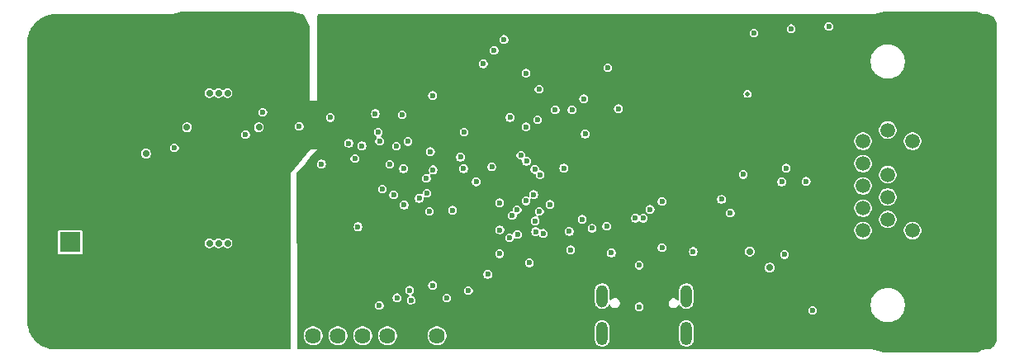
<source format=gbr>
%TF.GenerationSoftware,KiCad,Pcbnew,9.0.2+1*%
%TF.CreationDate,2025-08-16T20:28:54+01:00*%
%TF.ProjectId,Navigator,4e617669-6761-4746-9f72-2e6b69636164,rev?*%
%TF.SameCoordinates,Original*%
%TF.FileFunction,Copper,L3,Inr*%
%TF.FilePolarity,Positive*%
%FSLAX46Y46*%
G04 Gerber Fmt 4.6, Leading zero omitted, Abs format (unit mm)*
G04 Created by KiCad (PCBNEW 9.0.2+1) date 2025-08-16 20:28:54*
%MOMM*%
%LPD*%
G01*
G04 APERTURE LIST*
%TA.AperFunction,ComponentPad*%
%ADD10O,1.158000X2.316000*%
%TD*%
%TA.AperFunction,ComponentPad*%
%ADD11O,1.200000X2.400000*%
%TD*%
%TA.AperFunction,ComponentPad*%
%ADD12C,1.500000*%
%TD*%
%TA.AperFunction,ComponentPad*%
%ADD13R,2.100000X2.100000*%
%TD*%
%TA.AperFunction,ComponentPad*%
%ADD14C,2.400000*%
%TD*%
%TA.AperFunction,ComponentPad*%
%ADD15C,1.625600*%
%TD*%
%TA.AperFunction,ViaPad*%
%ADD16C,0.600000*%
%TD*%
%TA.AperFunction,ViaPad*%
%ADD17C,0.700000*%
%TD*%
%TA.AperFunction,ViaPad*%
%ADD18C,0.500000*%
%TD*%
G04 APERTURE END LIST*
D10*
%TO.N,unconnected-(J5-SHIELD-PadS1)_3*%
%TO.C,J5*%
X159224856Y-94223499D03*
%TO.N,unconnected-(J5-SHIELD-PadS1)_2*%
X167864856Y-94223499D03*
D11*
%TO.N,unconnected-(J5-SHIELD-PadS1)*%
X159224856Y-98048499D03*
%TO.N,unconnected-(J5-SHIELD-PadS1)_1*%
X167864856Y-98048499D03*
%TD*%
D12*
%TO.N,+3.3V*%
%TO.C,DSUB1*%
X185980000Y-87500000D03*
%TO.N,+5V*%
X185980000Y-85210000D03*
%TO.N,/V2_IN*%
X185980000Y-82920000D03*
%TO.N,/V1_IN*%
X185980000Y-80630000D03*
%TO.N,/V0_IN*%
X185980000Y-78340000D03*
%TO.N,/V3_IN*%
X188520000Y-86355000D03*
%TO.N,/V4_IN*%
X188520000Y-84065000D03*
%TO.N,/V5_IN*%
X188520000Y-81775000D03*
%TO.N,GND*%
X188520000Y-79485000D03*
%TO.N,/PYRO2*%
X188520000Y-77195000D03*
%TO.N,/PYRO1*%
X191060000Y-87500000D03*
%TO.N,GND*%
X191060000Y-85210000D03*
X191060000Y-82920000D03*
X191060000Y-80630000D03*
%TO.N,/PYRO3*%
X191060000Y-78340000D03*
%TD*%
D13*
%TO.N,/RF*%
%TO.C,J2*%
X104700000Y-88700000D03*
D14*
%TO.N,GND*%
X107275000Y-91275000D03*
X107275000Y-86125000D03*
X102125000Y-86125000D03*
X102125000Y-91275000D03*
%TD*%
D15*
%TO.N,+5V*%
%TO.C,J1*%
X142300000Y-98287000D03*
%TO.N,GND*%
X139760000Y-98287000D03*
%TO.N,/OBC TX UART*%
X137220000Y-98287000D03*
%TO.N,/OBC RX UART*%
X134680000Y-98287000D03*
%TO.N,/OBC CTS UART*%
X132140000Y-98287000D03*
%TO.N,/OBC RTS UART*%
X129600000Y-98287000D03*
%TD*%
D16*
%TO.N,GND*%
X174720000Y-73090000D03*
X116051681Y-77599999D03*
X155123179Y-90496821D03*
X183691667Y-73300000D03*
X185058334Y-69350000D03*
X183691667Y-67400000D03*
X185058334Y-67400000D03*
X185058334Y-71350000D03*
X185058333Y-73300000D03*
X186425000Y-69350000D03*
X186425000Y-67400000D03*
X186425000Y-71350000D03*
X186426251Y-73297639D03*
X187792918Y-73297639D03*
X187792918Y-67397639D03*
X189159913Y-65398583D03*
X189159913Y-67398583D03*
X191900000Y-69350000D03*
X197375000Y-73300000D03*
X197375000Y-81200000D03*
X193275000Y-65400000D03*
X197383334Y-65400000D03*
X194641667Y-65400000D03*
X198758334Y-67350000D03*
X194641667Y-67350000D03*
X197383334Y-67350000D03*
X196008334Y-67350000D03*
X196008334Y-65400000D03*
X190525000Y-65400000D03*
X191900000Y-65400000D03*
X191900000Y-71300000D03*
X191900000Y-73300000D03*
X193275000Y-69350000D03*
X191900000Y-67350000D03*
X190525000Y-67350000D03*
X193275000Y-73300000D03*
X190525000Y-73300000D03*
X189158333Y-73300000D03*
X193275000Y-71300000D03*
X197375000Y-71300000D03*
X194633333Y-71300000D03*
X198750000Y-69350000D03*
X197375000Y-69350000D03*
X198750000Y-73300000D03*
X196000000Y-69350000D03*
X196000000Y-71300000D03*
X196000000Y-73300000D03*
X194633333Y-73300000D03*
X198750000Y-71300000D03*
X194633333Y-69350000D03*
X194633333Y-77250000D03*
X194633333Y-81200000D03*
X194633333Y-75250000D03*
X193266666Y-77250000D03*
X196000000Y-79200000D03*
X196000000Y-77250000D03*
X196000000Y-81200000D03*
X198750000Y-75250000D03*
X197375000Y-75250000D03*
X194633333Y-79200000D03*
X196000000Y-75250000D03*
X197375000Y-77250000D03*
X198750000Y-81200000D03*
X197375000Y-79200000D03*
X193266666Y-81200000D03*
X193266666Y-79200000D03*
X198750000Y-77250000D03*
X198750000Y-79200000D03*
X193266666Y-75250000D03*
X198750000Y-97000000D03*
X198750000Y-83150000D03*
X198750000Y-93050000D03*
X198750000Y-85150000D03*
X197375000Y-89100000D03*
X198750000Y-87100000D03*
X198750000Y-95000000D03*
X198750000Y-89100000D03*
X198750000Y-91050000D03*
X197375000Y-93050000D03*
X197375000Y-95000000D03*
X197375000Y-87100000D03*
X197375000Y-85150000D03*
X197375000Y-91050000D03*
X197375000Y-83150000D03*
X196000000Y-85150000D03*
X196000000Y-87100000D03*
X194633333Y-87100000D03*
X194633333Y-85150000D03*
X193266666Y-87100000D03*
X194633333Y-83150000D03*
X196000000Y-83150000D03*
X196000000Y-89100000D03*
X193266666Y-89100000D03*
X196000000Y-91050000D03*
X194633333Y-91050000D03*
X194633333Y-89100000D03*
X193266666Y-91050000D03*
D17*
%TO.N,VBAT*%
X120830000Y-88800000D03*
X118980000Y-88800000D03*
X120830000Y-73400000D03*
X119905000Y-73400000D03*
X118980000Y-73400000D03*
X119905000Y-88800000D03*
D16*
%TO.N,VBUS*%
X163044856Y-91048499D03*
X163044856Y-95310000D03*
%TO.N,/OBC TX UART*%
X139650000Y-94650000D03*
X143300000Y-94430000D03*
X149736558Y-88250269D03*
X148725000Y-89875000D03*
%TO.N,/OBC RTS UART*%
X141850000Y-93115000D03*
X150548231Y-87898499D03*
%TO.N,/OBC RX UART*%
X148743269Y-87433269D03*
X139500000Y-93615000D03*
X145525255Y-93654146D03*
X147500000Y-92000000D03*
%TO.N,/OBC CTS UART*%
X136385000Y-95190000D03*
X150520000Y-85360000D03*
%TO.N,+3.3V*%
X130458500Y-80678583D03*
X180824856Y-95698499D03*
D17*
X124050000Y-76900000D03*
D16*
X157174856Y-86348499D03*
X141850000Y-73650000D03*
X128180000Y-76821500D03*
X165374856Y-89248499D03*
X159700000Y-87050000D03*
X159824856Y-70795000D03*
D17*
X116674856Y-76900000D03*
D16*
X149800000Y-75900000D03*
X131380000Y-75900000D03*
X160174856Y-89798499D03*
X157500000Y-77600000D03*
X168574856Y-89655496D03*
D17*
X112480000Y-79600000D03*
D16*
X165374856Y-84498499D03*
%TO.N,/MISO SPI*%
X136280000Y-77400000D03*
X144720000Y-79960000D03*
X138720000Y-75610000D03*
%TO.N,/SCK SPI*%
X141630000Y-79396000D03*
X145030000Y-81150000D03*
%TO.N,GND*%
X149157743Y-83209717D03*
D18*
X139000000Y-92050000D03*
D16*
X148310212Y-82393854D03*
X163600000Y-71650000D03*
X164850000Y-79800000D03*
X122700000Y-92350000D03*
X119966667Y-94350000D03*
X126100001Y-99000000D03*
X193266666Y-97000000D03*
X171050000Y-99000000D03*
X101999492Y-75698984D03*
X119966667Y-92350000D03*
X194633333Y-97000000D03*
X140600000Y-86700000D03*
X139500000Y-75650000D03*
X145049999Y-66000000D03*
X163900000Y-84450000D03*
X119350001Y-99000000D03*
X112500000Y-99000000D03*
D17*
X118274856Y-80848499D03*
D16*
X110030000Y-78920000D03*
X168774856Y-87298499D03*
X138350000Y-68000000D03*
X144636515Y-88373250D03*
X148828641Y-68606531D03*
X136200000Y-79045000D03*
X106800000Y-99000000D03*
X184000000Y-89900000D03*
X146499999Y-66000000D03*
X134870000Y-80110000D03*
X106349999Y-73600000D03*
X147000000Y-69600000D03*
X189050001Y-99000000D03*
X115370000Y-78210000D03*
X107850001Y-81900000D03*
X157250000Y-70800000D03*
X173698802Y-67400000D03*
X101949999Y-71600000D03*
X124067101Y-92350044D03*
X145550000Y-94450000D03*
X189166666Y-93050000D03*
X124067101Y-94350044D03*
X128550000Y-84700000D03*
X140970000Y-78910000D03*
X163600000Y-74650000D03*
X169400000Y-71650000D03*
X106800000Y-95027202D03*
X123450001Y-99000000D03*
X121333768Y-92350044D03*
X136899999Y-70100000D03*
X164225000Y-86150000D03*
X126830000Y-75678500D03*
X106400000Y-81900000D03*
X153844160Y-88335840D03*
X143749999Y-66000000D03*
X116600000Y-99000000D03*
X148674856Y-92948499D03*
X155849999Y-71500000D03*
X137574856Y-84598499D03*
X126500000Y-73200000D03*
X133891001Y-81900000D03*
X139700000Y-68000000D03*
X139536515Y-89433250D03*
X138901660Y-79045000D03*
X110650001Y-71600000D03*
X108249999Y-99000000D03*
X190533333Y-89150000D03*
X156878968Y-83702611D03*
X136270000Y-76610000D03*
X157450000Y-78850000D03*
X106349999Y-75700000D03*
X149974856Y-84098499D03*
X124050000Y-96350000D03*
X134000000Y-70100000D03*
X140300000Y-86050000D03*
X149986168Y-86853378D03*
X111230000Y-82675000D03*
D17*
X122374856Y-82448499D03*
D16*
X193266666Y-95000000D03*
X148117073Y-91499215D03*
X104899999Y-75700000D03*
X136400000Y-86400000D03*
X138020000Y-81410000D03*
X198800000Y-99000000D03*
X150600000Y-66000000D03*
X138350000Y-70100000D03*
X147424856Y-83548499D03*
X175600000Y-89000000D03*
X150029160Y-88940840D03*
X112600000Y-76900000D03*
X149970243Y-82397218D03*
X195900001Y-99000000D03*
X139133499Y-73103499D03*
X167730000Y-77660000D03*
X109699999Y-99000000D03*
X191899999Y-97000000D03*
D18*
X183450000Y-76350000D03*
D16*
X107799492Y-75698984D03*
X117900000Y-99000000D03*
X194633333Y-93050000D03*
X150824857Y-83248498D03*
X190533333Y-93050000D03*
X104899999Y-73600000D03*
D17*
X121524856Y-86348499D03*
D16*
X154988224Y-77791776D03*
X169400000Y-73150000D03*
X133949999Y-66000000D03*
X190350001Y-99000000D03*
X156770000Y-87760000D03*
X139649999Y-66000000D03*
X139700000Y-70100000D03*
X104849998Y-71600000D03*
X151986520Y-75700753D03*
X151585000Y-87410000D03*
X103499493Y-79798984D03*
X141900000Y-92000000D03*
X150300000Y-71400000D03*
X154400000Y-73050000D03*
X122124856Y-81598499D03*
X176600001Y-99000000D03*
X142399999Y-66000000D03*
X141636515Y-87383960D03*
X109250001Y-73600000D03*
X155888224Y-78691776D03*
X107800000Y-73600000D03*
X180700001Y-99000000D03*
X194600001Y-99000000D03*
X194633333Y-95000000D03*
D18*
X145150000Y-96650000D03*
D16*
X143920000Y-79510000D03*
X125433768Y-92350044D03*
X179250001Y-99000000D03*
X171374857Y-90798499D03*
X131283333Y-95350000D03*
D17*
X118024856Y-84448499D03*
D16*
X170324856Y-86348499D03*
X143250000Y-95250000D03*
X164844854Y-90252549D03*
D17*
X121974856Y-79348499D03*
D16*
X122274856Y-83548499D03*
X137920000Y-77060000D03*
X140936515Y-90883250D03*
X117233333Y-94350000D03*
X184800001Y-99000000D03*
X196000000Y-95000000D03*
X135399998Y-66000000D03*
X132550000Y-70100000D03*
X155774067Y-91855933D03*
X150174856Y-92798499D03*
X134400000Y-85900000D03*
X142450000Y-70100000D03*
D17*
X121724856Y-84448499D03*
D16*
X168774856Y-86348499D03*
X117674856Y-81598499D03*
X142450000Y-68000000D03*
X161850000Y-85950000D03*
X107849493Y-79798984D03*
X107849493Y-77698984D03*
X171600000Y-92100000D03*
X139530000Y-84240000D03*
X121316667Y-96350000D03*
X165050000Y-71650000D03*
X177119668Y-81925000D03*
X193266666Y-93050000D03*
X181650000Y-66850000D03*
X149820000Y-96660000D03*
X148470000Y-80360000D03*
X129916666Y-95350000D03*
X197375000Y-97000000D03*
X186250001Y-99000000D03*
X115250000Y-99000000D03*
X166600000Y-86850000D03*
X155750000Y-77150000D03*
X141630000Y-76428499D03*
X141028499Y-96000000D03*
X140949999Y-66000000D03*
X175150000Y-99000000D03*
D18*
X117400000Y-71600000D03*
D16*
X167949999Y-70150000D03*
X104949492Y-77698984D03*
X133430578Y-87268547D03*
X166644856Y-92952547D03*
X104950000Y-81900000D03*
X179266856Y-89590499D03*
X173700000Y-99000000D03*
X197350001Y-99000000D03*
X149142712Y-81561354D03*
X157828968Y-82752611D03*
X177950001Y-99000000D03*
X191800001Y-99000000D03*
X134025158Y-78350000D03*
X140420000Y-83448499D03*
X158765431Y-88879283D03*
X151600000Y-91600000D03*
X140430000Y-76428499D03*
X132499999Y-66000000D03*
X142930000Y-76428499D03*
X172374856Y-86460000D03*
X117524856Y-83548499D03*
D17*
X121524856Y-80848499D03*
D16*
X141000000Y-68000000D03*
X153420000Y-72610000D03*
X145416515Y-89273250D03*
D17*
X116024856Y-83148499D03*
D16*
X145896776Y-87983224D03*
X153970000Y-74460000D03*
X138400000Y-72600000D03*
X125733100Y-75000000D03*
D17*
X122674856Y-85698499D03*
D16*
X144320000Y-77410000D03*
X109200000Y-71600000D03*
X191900000Y-93050000D03*
X190533333Y-91100000D03*
X173440000Y-90355496D03*
X182150001Y-99000000D03*
X147620000Y-96660000D03*
X150305140Y-79122015D03*
X122700435Y-94350044D03*
X122683334Y-96350000D03*
X169049998Y-80400002D03*
X138750000Y-93369000D03*
X157750000Y-84250000D03*
X111150000Y-99000000D03*
X134150000Y-72600000D03*
X163025000Y-89525000D03*
X157900000Y-90850000D03*
D17*
X123124856Y-80248499D03*
D16*
X176814124Y-73260000D03*
X193250001Y-99000000D03*
X122000001Y-99000000D03*
X136899999Y-68000000D03*
X165050000Y-68650000D03*
X136849998Y-66000000D03*
D17*
X117424856Y-82448499D03*
D16*
X157198742Y-73240147D03*
X131380000Y-77100000D03*
X168624856Y-84698499D03*
X196000000Y-93050000D03*
D17*
X117224856Y-85698499D03*
D16*
X103399999Y-71600000D03*
X158620000Y-85827925D03*
X102049493Y-79798984D03*
X144380000Y-78200000D03*
X157200000Y-75120000D03*
X144595365Y-85691019D03*
X102050001Y-81900000D03*
X140035873Y-95293122D03*
X187779167Y-91100000D03*
X154400000Y-71500000D03*
X163600000Y-70150000D03*
X118600000Y-94350000D03*
X126050000Y-74250000D03*
X105350000Y-99000000D03*
D17*
X123774856Y-81498499D03*
D16*
X151674857Y-82398498D03*
D17*
X126750000Y-89738499D03*
X118224856Y-86348499D03*
D16*
X156400000Y-68750000D03*
X141000000Y-70100000D03*
X132495272Y-78438487D03*
X172300000Y-72400000D03*
X114250000Y-90450000D03*
X156738224Y-79541776D03*
X128550000Y-86000000D03*
X113800000Y-99000000D03*
X133918101Y-75110000D03*
X177850000Y-88500000D03*
X106399492Y-77698984D03*
X146650000Y-90750000D03*
X135449999Y-68000000D03*
X118600000Y-92350000D03*
X148500000Y-67353527D03*
X189166666Y-89150000D03*
X178600000Y-80450000D03*
X123520000Y-77610000D03*
X155360000Y-88180000D03*
X146950000Y-81900000D03*
D17*
X116424856Y-84548499D03*
D16*
X102000000Y-73600000D03*
D17*
X123924856Y-83148499D03*
D18*
X146450000Y-95050000D03*
D16*
X167949999Y-71650000D03*
X187779167Y-89150000D03*
X123700000Y-75100000D03*
X183500001Y-99000000D03*
X196000000Y-97000000D03*
X191899999Y-95000000D03*
X182330000Y-90240000D03*
X131900000Y-79200000D03*
X114224856Y-83208499D03*
X120700001Y-99000000D03*
D18*
X150900000Y-95303805D03*
D16*
X160600000Y-74050000D03*
X172400000Y-99000000D03*
X148600000Y-90800000D03*
X166110000Y-84690000D03*
X132550000Y-68000000D03*
X170150000Y-78700000D03*
X136620000Y-75910000D03*
X191900000Y-89150000D03*
X135597660Y-95557660D03*
X141050000Y-81225000D03*
X180670000Y-73260000D03*
X191900000Y-91100000D03*
X143800000Y-68000000D03*
X165050000Y-70150000D03*
X124800001Y-99000000D03*
X110700002Y-73600000D03*
X170174858Y-90798495D03*
X142845853Y-81227502D03*
X128550000Y-81900000D03*
X189166666Y-91100000D03*
X108249999Y-95027202D03*
X106299998Y-71600000D03*
X163550000Y-76150000D03*
X163600000Y-73150000D03*
X115180000Y-87550000D03*
D17*
X123524856Y-84548499D03*
D16*
X103450000Y-75700000D03*
X135449999Y-70100000D03*
X103500001Y-81900000D03*
D17*
X117974856Y-79348499D03*
D16*
X180050000Y-83300000D03*
X173270000Y-85010000D03*
X135200000Y-94415001D03*
X140680000Y-94915000D03*
X143936515Y-87583250D03*
X106399492Y-79798984D03*
X150620000Y-76860000D03*
X169574856Y-86826998D03*
X174200000Y-81100000D03*
X136679999Y-88000000D03*
X144376515Y-90313249D03*
X152480840Y-88549160D03*
X177800000Y-67050000D03*
X161000000Y-72600000D03*
X160444856Y-92400000D03*
X161244856Y-90252549D03*
X167874856Y-90300000D03*
X144470000Y-81760000D03*
X121333768Y-94350044D03*
D17*
X116224856Y-81498499D03*
X149924856Y-74605000D03*
D16*
X149975212Y-80728854D03*
X117233333Y-92350000D03*
X152720000Y-83210000D03*
X154560000Y-96430000D03*
X140686515Y-88333250D03*
X128549999Y-95350000D03*
X149180000Y-75200000D03*
X156600000Y-77950000D03*
X102049493Y-77698984D03*
X128550000Y-83350000D03*
X104949492Y-79798984D03*
X154793340Y-85546660D03*
X187700001Y-99000000D03*
D17*
X116874856Y-80248499D03*
D16*
X103450000Y-73600000D03*
X107749999Y-71600000D03*
X177750000Y-90727208D03*
X162770000Y-83730000D03*
X170324856Y-87298499D03*
X152950000Y-71500000D03*
X131300000Y-84450000D03*
X125434094Y-94349188D03*
X134000000Y-68000000D03*
X125434094Y-96349188D03*
X154000000Y-92950000D03*
D18*
X152100000Y-96650000D03*
D16*
X166750000Y-88750000D03*
X147950000Y-66000000D03*
X137930000Y-73656998D03*
X169600000Y-99000000D03*
X177443958Y-83221146D03*
X142676515Y-86343961D03*
X143351515Y-91338250D03*
X150782743Y-81584717D03*
X149300000Y-66000000D03*
X103499493Y-77698984D03*
X142125000Y-83795000D03*
X155864160Y-81735840D03*
X138299999Y-66000000D03*
X170386999Y-94880965D03*
X169400000Y-74650000D03*
X141119754Y-93286000D03*
X158550000Y-83450000D03*
%TO.N,/HUM ~{CS} SPI*%
X137470000Y-80700000D03*
X133891001Y-80100000D03*
%TO.N,/MOSI SPI*%
X139320000Y-78360000D03*
X134616863Y-78810854D03*
X136430000Y-78325000D03*
X141905000Y-81275000D03*
%TO.N,Net-(MCU1-VREG_VOUT)*%
X148730000Y-84660000D03*
X151480000Y-80400000D03*
X155300000Y-81100000D03*
%TO.N,Net-(MCU1-RUN)*%
X150030000Y-85950000D03*
X151774856Y-90798499D03*
%TO.N,/BAR2 RDY*%
X153185824Y-87794176D03*
X152805000Y-85525000D03*
%TO.N,/INT GPS*%
X115380000Y-79000000D03*
X124442597Y-75355138D03*
X122670000Y-77660000D03*
X147920000Y-80960000D03*
%TO.N,/Green Status*%
X153900000Y-84825000D03*
X177920000Y-89960000D03*
%TO.N,/Red Status*%
X172374856Y-85698499D03*
X164150000Y-85325000D03*
%TO.N,+5V*%
X171474856Y-84298499D03*
D17*
X174374856Y-89655496D03*
X176408499Y-91298499D03*
D16*
X138200000Y-94400000D03*
X160900000Y-75000000D03*
%TO.N,/RP2040 Standard/MCU ~{CS} SPI*%
X151430000Y-71348298D03*
X151430000Y-76850000D03*
%TO.N,/INT1 BOSH IMU*%
X135980000Y-75500000D03*
X145080000Y-77400000D03*
%TO.N,/RP2040 Standard/USB_D+*%
X152339668Y-81229668D03*
X163442355Y-86238733D03*
%TO.N,/RP2040 Standard/MCU SD3 SPI*%
X150905000Y-79775000D03*
X154430000Y-75100000D03*
%TO.N,/IMU1 ~{CS} SPI*%
X152224856Y-83798499D03*
X133255000Y-78545000D03*
X138874856Y-81148499D03*
X141274856Y-83660000D03*
%TO.N,/MAG ~{CS} SPI*%
X141225000Y-82150000D03*
X138139518Y-78839999D03*
%TO.N,/RP2040 Standard/USB_D-*%
X152870000Y-81760000D03*
X162647355Y-86238733D03*
%TO.N,/RP2040 Standard/MCU SCLK SPI*%
X156150000Y-75120000D03*
X157341559Y-73987572D03*
%TO.N,/BAR1 RDY*%
X151420000Y-84460000D03*
X155869823Y-87593466D03*
%TO.N,/SCL0 I2C*%
X156000000Y-89475000D03*
X152414146Y-87614289D03*
X158206564Y-87260000D03*
X152370000Y-86510000D03*
%TO.N,/SCL1 I2C*%
X137860000Y-83834875D03*
X138925000Y-84875000D03*
%TO.N,/SDA1 I2C*%
X140474856Y-84198499D03*
X136687442Y-83232426D03*
%TO.N,/INT1 ST IMU*%
X143900000Y-85410000D03*
X141525000Y-85525000D03*
X146324856Y-82498499D03*
X134200000Y-87100000D03*
%TO.N,/RP2040 Standard/MCU SD1 SPI*%
X152770000Y-73010000D03*
X152605000Y-76125000D03*
D18*
%TO.N,/PYRO1*%
X174135000Y-73485000D03*
D16*
%TO.N,/RECOVERY1*%
X174800000Y-67250000D03*
X147050000Y-70400000D03*
%TO.N,/RECOVERY2*%
X178600000Y-66800000D03*
X148153883Y-69021722D03*
%TO.N,/RECOVERY3*%
X149170000Y-67900000D03*
X182470000Y-66550000D03*
%TO.N,Net-(R36-Pad2)*%
X180150000Y-82450000D03*
X178100000Y-81100000D03*
%TO.N,Net-(U30-VINA-)*%
X177650000Y-82500000D03*
X173700000Y-81750000D03*
%TO.N,GND*%
X193266666Y-83150000D03*
X193266666Y-85150000D03*
X193275000Y-67350000D03*
%TD*%
%TA.AperFunction,Conductor*%
%TO.N,GND*%
G36*
X127516803Y-65008373D02*
G01*
X127759131Y-65102251D01*
X128106017Y-65200947D01*
X128106017Y-65200948D01*
X128106019Y-65200948D01*
X128106025Y-65200950D01*
X128460546Y-65267222D01*
X128460551Y-65267222D01*
X128460554Y-65267223D01*
X128500852Y-65270957D01*
X128520948Y-65272819D01*
X128585886Y-65298605D01*
X128620417Y-65340835D01*
X129236909Y-66573818D01*
X129250000Y-66629273D01*
X129250000Y-74200000D01*
X130050000Y-74200000D01*
X130050000Y-73590691D01*
X141399500Y-73590691D01*
X141399500Y-73709309D01*
X141430201Y-73823886D01*
X141489511Y-73926613D01*
X141573387Y-74010489D01*
X141676114Y-74069799D01*
X141790691Y-74100500D01*
X141790694Y-74100500D01*
X141909306Y-74100500D01*
X141909309Y-74100500D01*
X142023886Y-74069799D01*
X142126613Y-74010489D01*
X142208839Y-73928263D01*
X156891059Y-73928263D01*
X156891059Y-74046881D01*
X156921760Y-74161458D01*
X156981070Y-74264185D01*
X157064946Y-74348061D01*
X157167673Y-74407371D01*
X157282250Y-74438072D01*
X157282253Y-74438072D01*
X157400865Y-74438072D01*
X157400868Y-74438072D01*
X157515445Y-74407371D01*
X157618172Y-74348061D01*
X157702048Y-74264185D01*
X157761358Y-74161458D01*
X157792059Y-74046881D01*
X157792059Y-73928263D01*
X157761358Y-73813686D01*
X157702048Y-73710959D01*
X157618172Y-73627083D01*
X157515445Y-73567773D01*
X157400868Y-73537072D01*
X157282250Y-73537072D01*
X157167673Y-73567773D01*
X157167671Y-73567773D01*
X157167671Y-73567774D01*
X157064946Y-73627083D01*
X157064943Y-73627085D01*
X156981072Y-73710956D01*
X156981070Y-73710959D01*
X156929374Y-73800499D01*
X156921760Y-73813686D01*
X156891059Y-73928263D01*
X142208839Y-73928263D01*
X142210489Y-73926613D01*
X142269799Y-73823886D01*
X142300500Y-73709309D01*
X142300500Y-73590691D01*
X142269799Y-73476114D01*
X142210489Y-73373387D01*
X142126613Y-73289511D01*
X142023886Y-73230201D01*
X141909309Y-73199500D01*
X141790691Y-73199500D01*
X141676114Y-73230201D01*
X141676112Y-73230201D01*
X141676112Y-73230202D01*
X141573387Y-73289511D01*
X141573384Y-73289513D01*
X141489513Y-73373384D01*
X141489511Y-73373387D01*
X141430201Y-73476114D01*
X141399500Y-73590691D01*
X130050000Y-73590691D01*
X130050000Y-72950691D01*
X152319500Y-72950691D01*
X152319500Y-73069309D01*
X152350201Y-73183886D01*
X152409511Y-73286613D01*
X152493387Y-73370489D01*
X152596114Y-73429799D01*
X152710691Y-73460500D01*
X152710694Y-73460500D01*
X152829306Y-73460500D01*
X152829309Y-73460500D01*
X152934653Y-73432273D01*
X173734500Y-73432273D01*
X173734500Y-73537727D01*
X173761793Y-73639587D01*
X173814520Y-73730913D01*
X173889087Y-73805480D01*
X173980413Y-73858207D01*
X174082273Y-73885500D01*
X174082275Y-73885500D01*
X174187725Y-73885500D01*
X174187727Y-73885500D01*
X174289587Y-73858207D01*
X174380913Y-73805480D01*
X174455480Y-73730913D01*
X174508207Y-73639587D01*
X174535500Y-73537727D01*
X174535500Y-73432273D01*
X174508207Y-73330413D01*
X174455480Y-73239087D01*
X174380913Y-73164520D01*
X174289587Y-73111793D01*
X174187727Y-73084500D01*
X174082273Y-73084500D01*
X173980413Y-73111793D01*
X173980410Y-73111794D01*
X173889085Y-73164521D01*
X173814521Y-73239085D01*
X173761794Y-73330410D01*
X173761793Y-73330413D01*
X173734500Y-73432273D01*
X152934653Y-73432273D01*
X152943886Y-73429799D01*
X153046613Y-73370489D01*
X153130489Y-73286613D01*
X153189799Y-73183886D01*
X153220500Y-73069309D01*
X153220500Y-72950691D01*
X153189799Y-72836114D01*
X153130489Y-72733387D01*
X153046613Y-72649511D01*
X152943886Y-72590201D01*
X152829309Y-72559500D01*
X152710691Y-72559500D01*
X152596114Y-72590201D01*
X152596112Y-72590201D01*
X152596112Y-72590202D01*
X152493387Y-72649511D01*
X152493384Y-72649513D01*
X152409513Y-72733384D01*
X152409511Y-72733387D01*
X152350201Y-72836114D01*
X152319500Y-72950691D01*
X130050000Y-72950691D01*
X130050000Y-71288989D01*
X150979500Y-71288989D01*
X150979500Y-71407607D01*
X151010201Y-71522184D01*
X151069511Y-71624911D01*
X151153387Y-71708787D01*
X151256114Y-71768097D01*
X151370691Y-71798798D01*
X151370694Y-71798798D01*
X151489306Y-71798798D01*
X151489309Y-71798798D01*
X151603886Y-71768097D01*
X151706613Y-71708787D01*
X151790489Y-71624911D01*
X151849799Y-71522184D01*
X151880500Y-71407607D01*
X151880500Y-71288989D01*
X151849799Y-71174412D01*
X151790489Y-71071685D01*
X151706613Y-70987809D01*
X151603886Y-70928499D01*
X151489309Y-70897798D01*
X151370691Y-70897798D01*
X151256114Y-70928499D01*
X151256112Y-70928499D01*
X151256112Y-70928500D01*
X151153387Y-70987809D01*
X151153384Y-70987811D01*
X151069513Y-71071682D01*
X151069511Y-71071685D01*
X151010201Y-71174412D01*
X150979500Y-71288989D01*
X130050000Y-71288989D01*
X130050000Y-70340691D01*
X146599500Y-70340691D01*
X146599500Y-70459309D01*
X146630201Y-70573886D01*
X146689511Y-70676613D01*
X146773387Y-70760489D01*
X146876114Y-70819799D01*
X146990691Y-70850500D01*
X146990694Y-70850500D01*
X147109306Y-70850500D01*
X147109309Y-70850500D01*
X147223886Y-70819799D01*
X147326613Y-70760489D01*
X147351411Y-70735691D01*
X159374356Y-70735691D01*
X159374356Y-70854309D01*
X159405057Y-70968886D01*
X159464367Y-71071613D01*
X159548243Y-71155489D01*
X159650970Y-71214799D01*
X159765547Y-71245500D01*
X159765550Y-71245500D01*
X159884162Y-71245500D01*
X159884165Y-71245500D01*
X159998742Y-71214799D01*
X160101469Y-71155489D01*
X160185345Y-71071613D01*
X160244655Y-70968886D01*
X160275356Y-70854309D01*
X160275356Y-70735691D01*
X160244655Y-70621114D01*
X160185345Y-70518387D01*
X160101469Y-70434511D01*
X159998742Y-70375201D01*
X159884165Y-70344500D01*
X159765547Y-70344500D01*
X159650970Y-70375201D01*
X159650968Y-70375201D01*
X159650968Y-70375202D01*
X159548243Y-70434511D01*
X159548240Y-70434513D01*
X159464369Y-70518384D01*
X159464367Y-70518387D01*
X159405057Y-70621114D01*
X159374356Y-70735691D01*
X147351411Y-70735691D01*
X147410489Y-70676613D01*
X147469799Y-70573886D01*
X147500500Y-70459309D01*
X147500500Y-70340691D01*
X147469799Y-70226114D01*
X147410489Y-70123387D01*
X147331360Y-70044258D01*
X186769500Y-70044258D01*
X186769500Y-70273741D01*
X186790667Y-70434511D01*
X186799452Y-70501238D01*
X186843482Y-70665563D01*
X186858842Y-70722887D01*
X186946650Y-70934876D01*
X186946657Y-70934890D01*
X187061392Y-71133617D01*
X187201081Y-71315661D01*
X187201089Y-71315670D01*
X187363330Y-71477911D01*
X187363338Y-71477918D01*
X187545382Y-71617607D01*
X187545385Y-71617608D01*
X187545388Y-71617611D01*
X187744112Y-71732344D01*
X187744117Y-71732346D01*
X187744123Y-71732349D01*
X187830422Y-71768095D01*
X187956113Y-71820158D01*
X188177762Y-71879548D01*
X188405266Y-71909500D01*
X188405273Y-71909500D01*
X188634727Y-71909500D01*
X188634734Y-71909500D01*
X188862238Y-71879548D01*
X189083887Y-71820158D01*
X189295888Y-71732344D01*
X189494612Y-71617611D01*
X189676661Y-71477919D01*
X189676665Y-71477914D01*
X189676670Y-71477911D01*
X189838911Y-71315670D01*
X189838914Y-71315665D01*
X189838919Y-71315661D01*
X189978611Y-71133612D01*
X190093344Y-70934888D01*
X190181158Y-70722887D01*
X190240548Y-70501238D01*
X190270500Y-70273734D01*
X190270500Y-70044266D01*
X190240548Y-69816762D01*
X190181158Y-69595113D01*
X190093344Y-69383112D01*
X189978611Y-69184388D01*
X189978608Y-69184385D01*
X189978607Y-69184382D01*
X189838918Y-69002338D01*
X189838911Y-69002330D01*
X189676670Y-68840089D01*
X189676661Y-68840081D01*
X189494617Y-68700392D01*
X189295890Y-68585657D01*
X189295876Y-68585650D01*
X189083887Y-68497842D01*
X188862238Y-68438452D01*
X188824215Y-68433446D01*
X188634741Y-68408500D01*
X188634734Y-68408500D01*
X188405266Y-68408500D01*
X188405258Y-68408500D01*
X188188715Y-68437009D01*
X188177762Y-68438452D01*
X188084076Y-68463554D01*
X187956112Y-68497842D01*
X187744123Y-68585650D01*
X187744109Y-68585657D01*
X187545382Y-68700392D01*
X187363338Y-68840081D01*
X187201081Y-69002338D01*
X187061392Y-69184382D01*
X186946657Y-69383109D01*
X186946650Y-69383123D01*
X186858842Y-69595112D01*
X186799453Y-69816759D01*
X186799451Y-69816770D01*
X186769500Y-70044258D01*
X147331360Y-70044258D01*
X147326613Y-70039511D01*
X147223886Y-69980201D01*
X147109309Y-69949500D01*
X146990691Y-69949500D01*
X146876114Y-69980201D01*
X146876112Y-69980201D01*
X146876112Y-69980202D01*
X146773387Y-70039511D01*
X146773384Y-70039513D01*
X146689513Y-70123384D01*
X146689511Y-70123387D01*
X146630201Y-70226114D01*
X146599500Y-70340691D01*
X130050000Y-70340691D01*
X130050000Y-68962413D01*
X147703383Y-68962413D01*
X147703383Y-69081031D01*
X147734084Y-69195608D01*
X147793394Y-69298335D01*
X147877270Y-69382211D01*
X147979997Y-69441521D01*
X148094574Y-69472222D01*
X148094577Y-69472222D01*
X148213189Y-69472222D01*
X148213192Y-69472222D01*
X148327769Y-69441521D01*
X148430496Y-69382211D01*
X148514372Y-69298335D01*
X148573682Y-69195608D01*
X148604383Y-69081031D01*
X148604383Y-68962413D01*
X148573682Y-68847836D01*
X148514372Y-68745109D01*
X148430496Y-68661233D01*
X148327769Y-68601923D01*
X148213192Y-68571222D01*
X148094574Y-68571222D01*
X147979997Y-68601923D01*
X147979995Y-68601923D01*
X147979995Y-68601924D01*
X147877270Y-68661233D01*
X147877267Y-68661235D01*
X147793396Y-68745106D01*
X147793394Y-68745109D01*
X147734084Y-68847836D01*
X147703383Y-68962413D01*
X130050000Y-68962413D01*
X130050000Y-67840691D01*
X148719500Y-67840691D01*
X148719500Y-67959309D01*
X148750201Y-68073886D01*
X148809511Y-68176613D01*
X148893387Y-68260489D01*
X148996114Y-68319799D01*
X149110691Y-68350500D01*
X149110694Y-68350500D01*
X149229306Y-68350500D01*
X149229309Y-68350500D01*
X149343886Y-68319799D01*
X149446613Y-68260489D01*
X149530489Y-68176613D01*
X149589799Y-68073886D01*
X149620500Y-67959309D01*
X149620500Y-67840691D01*
X149589799Y-67726114D01*
X149530489Y-67623387D01*
X149446613Y-67539511D01*
X149343886Y-67480201D01*
X149229309Y-67449500D01*
X149110691Y-67449500D01*
X148996114Y-67480201D01*
X148996112Y-67480201D01*
X148996112Y-67480202D01*
X148893387Y-67539511D01*
X148893384Y-67539513D01*
X148809513Y-67623384D01*
X148809511Y-67623387D01*
X148750201Y-67726114D01*
X148719500Y-67840691D01*
X130050000Y-67840691D01*
X130050000Y-67190691D01*
X174349500Y-67190691D01*
X174349500Y-67309309D01*
X174380201Y-67423886D01*
X174439511Y-67526613D01*
X174523387Y-67610489D01*
X174626114Y-67669799D01*
X174740691Y-67700500D01*
X174740694Y-67700500D01*
X174859306Y-67700500D01*
X174859309Y-67700500D01*
X174973886Y-67669799D01*
X175076613Y-67610489D01*
X175160489Y-67526613D01*
X175219799Y-67423886D01*
X175250500Y-67309309D01*
X175250500Y-67190691D01*
X175219799Y-67076114D01*
X175160489Y-66973387D01*
X175076613Y-66889511D01*
X174973886Y-66830201D01*
X174859309Y-66799500D01*
X174740691Y-66799500D01*
X174626114Y-66830201D01*
X174626112Y-66830201D01*
X174626112Y-66830202D01*
X174523387Y-66889511D01*
X174523384Y-66889513D01*
X174439513Y-66973384D01*
X174439511Y-66973387D01*
X174380201Y-67076114D01*
X174349500Y-67190691D01*
X130050000Y-67190691D01*
X130050000Y-66740691D01*
X178149500Y-66740691D01*
X178149500Y-66859309D01*
X178180201Y-66973886D01*
X178239511Y-67076613D01*
X178323387Y-67160489D01*
X178426114Y-67219799D01*
X178540691Y-67250500D01*
X178540694Y-67250500D01*
X178659306Y-67250500D01*
X178659309Y-67250500D01*
X178773886Y-67219799D01*
X178876613Y-67160489D01*
X178960489Y-67076613D01*
X179019799Y-66973886D01*
X179050500Y-66859309D01*
X179050500Y-66740691D01*
X179019799Y-66626114D01*
X178972715Y-66544562D01*
X178960493Y-66523393D01*
X178960490Y-66523390D01*
X178960489Y-66523387D01*
X178927793Y-66490691D01*
X182019500Y-66490691D01*
X182019500Y-66609309D01*
X182050201Y-66723886D01*
X182109511Y-66826613D01*
X182193387Y-66910489D01*
X182296114Y-66969799D01*
X182410691Y-67000500D01*
X182410694Y-67000500D01*
X182529306Y-67000500D01*
X182529309Y-67000500D01*
X182643886Y-66969799D01*
X182746613Y-66910489D01*
X182830489Y-66826613D01*
X182889799Y-66723886D01*
X182920500Y-66609309D01*
X182920500Y-66490691D01*
X182889799Y-66376114D01*
X182830489Y-66273387D01*
X182746613Y-66189511D01*
X182643886Y-66130201D01*
X182529309Y-66099500D01*
X182410691Y-66099500D01*
X182296114Y-66130201D01*
X182296112Y-66130201D01*
X182296112Y-66130202D01*
X182193387Y-66189511D01*
X182193384Y-66189513D01*
X182109513Y-66273384D01*
X182109511Y-66273387D01*
X182059252Y-66360438D01*
X182050201Y-66376114D01*
X182019500Y-66490691D01*
X178927793Y-66490691D01*
X178876613Y-66439511D01*
X178773886Y-66380201D01*
X178659309Y-66349500D01*
X178540691Y-66349500D01*
X178426114Y-66380201D01*
X178426112Y-66380201D01*
X178426112Y-66380202D01*
X178323387Y-66439511D01*
X178323384Y-66439513D01*
X178239513Y-66523384D01*
X178239511Y-66523387D01*
X178180201Y-66626114D01*
X178149500Y-66740691D01*
X130050000Y-66740691D01*
X130050000Y-65424500D01*
X130069685Y-65357461D01*
X130122489Y-65311706D01*
X130174000Y-65300500D01*
X186552404Y-65300500D01*
X186552405Y-65300501D01*
X186600000Y-65300501D01*
X186600000Y-65300500D01*
X186639562Y-65300501D01*
X186639566Y-65300500D01*
X186780331Y-65300500D01*
X187005169Y-65279665D01*
X187139445Y-65267223D01*
X187139445Y-65267222D01*
X187139454Y-65267222D01*
X187493975Y-65200951D01*
X187840869Y-65102251D01*
X188083196Y-65008372D01*
X188127990Y-65000000D01*
X197655418Y-65000000D01*
X197722457Y-65019685D01*
X197722458Y-65019685D01*
X197850932Y-65102251D01*
X197879050Y-65120321D01*
X198074290Y-65209483D01*
X198280231Y-65269953D01*
X198280232Y-65269953D01*
X198280235Y-65269954D01*
X198343584Y-65279061D01*
X198492682Y-65300499D01*
X198552405Y-65300499D01*
X198594588Y-65300499D01*
X198605394Y-65300970D01*
X198780116Y-65316257D01*
X198801401Y-65320010D01*
X198965575Y-65364000D01*
X198985885Y-65371392D01*
X199139920Y-65443219D01*
X199158633Y-65454023D01*
X199297859Y-65551510D01*
X199314417Y-65565404D01*
X199434594Y-65685581D01*
X199448488Y-65702139D01*
X199545973Y-65841362D01*
X199556780Y-65860080D01*
X199628607Y-66014114D01*
X199636000Y-66034426D01*
X199679989Y-66198598D01*
X199683742Y-66219884D01*
X199699028Y-66394603D01*
X199699500Y-66405410D01*
X199699500Y-98594587D01*
X199699028Y-98605395D01*
X199683741Y-98780116D01*
X199679988Y-98801401D01*
X199635999Y-98965573D01*
X199628606Y-98985885D01*
X199556779Y-99139918D01*
X199545972Y-99158636D01*
X199448488Y-99297858D01*
X199434594Y-99314416D01*
X199314416Y-99434594D01*
X199297858Y-99448488D01*
X199158636Y-99545972D01*
X199139918Y-99556779D01*
X198985885Y-99628606D01*
X198965573Y-99635999D01*
X198801401Y-99679988D01*
X198780116Y-99683741D01*
X198624395Y-99697365D01*
X198605393Y-99699028D01*
X198594588Y-99699500D01*
X198492682Y-99699500D01*
X198280235Y-99730044D01*
X198280225Y-99730047D01*
X198074284Y-99790517D01*
X197879061Y-99879672D01*
X197879048Y-99879679D01*
X197722455Y-99980316D01*
X197655416Y-100000000D01*
X188127991Y-100000000D01*
X188083197Y-99991627D01*
X187840866Y-99897748D01*
X187493982Y-99799052D01*
X187493982Y-99799051D01*
X187139445Y-99732776D01*
X186849463Y-99705906D01*
X186780331Y-99699500D01*
X186780328Y-99699500D01*
X128121682Y-99699500D01*
X128054643Y-99679815D01*
X128008888Y-99627011D01*
X127997684Y-99576178D01*
X127994347Y-98965573D01*
X127990121Y-98192118D01*
X128636700Y-98192118D01*
X128636700Y-98381881D01*
X128673717Y-98567976D01*
X128673719Y-98567984D01*
X128746333Y-98743291D01*
X128746338Y-98743300D01*
X128851755Y-98901067D01*
X128851758Y-98901071D01*
X128985928Y-99035241D01*
X128985932Y-99035244D01*
X129143699Y-99140661D01*
X129143705Y-99140664D01*
X129143706Y-99140665D01*
X129319016Y-99213281D01*
X129505118Y-99250299D01*
X129505121Y-99250300D01*
X129505123Y-99250300D01*
X129694879Y-99250300D01*
X129694880Y-99250299D01*
X129880984Y-99213281D01*
X130056294Y-99140665D01*
X130214068Y-99035244D01*
X130348244Y-98901068D01*
X130453665Y-98743294D01*
X130526281Y-98567984D01*
X130563300Y-98381877D01*
X130563300Y-98192123D01*
X130563300Y-98192120D01*
X130563299Y-98192118D01*
X131176700Y-98192118D01*
X131176700Y-98381881D01*
X131213717Y-98567976D01*
X131213719Y-98567984D01*
X131286333Y-98743291D01*
X131286338Y-98743300D01*
X131391755Y-98901067D01*
X131391758Y-98901071D01*
X131525928Y-99035241D01*
X131525932Y-99035244D01*
X131683699Y-99140661D01*
X131683705Y-99140664D01*
X131683706Y-99140665D01*
X131859016Y-99213281D01*
X132045118Y-99250299D01*
X132045121Y-99250300D01*
X132045123Y-99250300D01*
X132234879Y-99250300D01*
X132234880Y-99250299D01*
X132420984Y-99213281D01*
X132596294Y-99140665D01*
X132754068Y-99035244D01*
X132888244Y-98901068D01*
X132993665Y-98743294D01*
X133066281Y-98567984D01*
X133103300Y-98381877D01*
X133103300Y-98192123D01*
X133103300Y-98192120D01*
X133103299Y-98192118D01*
X133716700Y-98192118D01*
X133716700Y-98381881D01*
X133753717Y-98567976D01*
X133753719Y-98567984D01*
X133826333Y-98743291D01*
X133826338Y-98743300D01*
X133931755Y-98901067D01*
X133931758Y-98901071D01*
X134065928Y-99035241D01*
X134065932Y-99035244D01*
X134223699Y-99140661D01*
X134223705Y-99140664D01*
X134223706Y-99140665D01*
X134399016Y-99213281D01*
X134585118Y-99250299D01*
X134585121Y-99250300D01*
X134585123Y-99250300D01*
X134774879Y-99250300D01*
X134774880Y-99250299D01*
X134960984Y-99213281D01*
X135136294Y-99140665D01*
X135294068Y-99035244D01*
X135428244Y-98901068D01*
X135533665Y-98743294D01*
X135606281Y-98567984D01*
X135643300Y-98381877D01*
X135643300Y-98192123D01*
X135643300Y-98192120D01*
X135643299Y-98192118D01*
X136256700Y-98192118D01*
X136256700Y-98381881D01*
X136293717Y-98567976D01*
X136293719Y-98567984D01*
X136366333Y-98743291D01*
X136366338Y-98743300D01*
X136471755Y-98901067D01*
X136471758Y-98901071D01*
X136605928Y-99035241D01*
X136605932Y-99035244D01*
X136763699Y-99140661D01*
X136763705Y-99140664D01*
X136763706Y-99140665D01*
X136939016Y-99213281D01*
X137125118Y-99250299D01*
X137125121Y-99250300D01*
X137125123Y-99250300D01*
X137314879Y-99250300D01*
X137314880Y-99250299D01*
X137500984Y-99213281D01*
X137676294Y-99140665D01*
X137834068Y-99035244D01*
X137968244Y-98901068D01*
X138073665Y-98743294D01*
X138146281Y-98567984D01*
X138183300Y-98381877D01*
X138183300Y-98192123D01*
X138183300Y-98192120D01*
X138183299Y-98192118D01*
X141336700Y-98192118D01*
X141336700Y-98381881D01*
X141373717Y-98567976D01*
X141373719Y-98567984D01*
X141446333Y-98743291D01*
X141446338Y-98743300D01*
X141551755Y-98901067D01*
X141551758Y-98901071D01*
X141685928Y-99035241D01*
X141685932Y-99035244D01*
X141843699Y-99140661D01*
X141843705Y-99140664D01*
X141843706Y-99140665D01*
X142019016Y-99213281D01*
X142205118Y-99250299D01*
X142205121Y-99250300D01*
X142205123Y-99250300D01*
X142394879Y-99250300D01*
X142394880Y-99250299D01*
X142580984Y-99213281D01*
X142756294Y-99140665D01*
X142914068Y-99035244D01*
X143048244Y-98901068D01*
X143153665Y-98743294D01*
X143162312Y-98722419D01*
X158474355Y-98722419D01*
X158503196Y-98867406D01*
X158503199Y-98867416D01*
X158559768Y-99003987D01*
X158559775Y-99004000D01*
X158641904Y-99126914D01*
X158641907Y-99126918D01*
X158746436Y-99231447D01*
X158746440Y-99231450D01*
X158869354Y-99313579D01*
X158869367Y-99313586D01*
X159005938Y-99370155D01*
X159005943Y-99370157D01*
X159005947Y-99370157D01*
X159005948Y-99370158D01*
X159150935Y-99398999D01*
X159150938Y-99398999D01*
X159298776Y-99398999D01*
X159396318Y-99379595D01*
X159443769Y-99370157D01*
X159580351Y-99313583D01*
X159703272Y-99231450D01*
X159807807Y-99126915D01*
X159889940Y-99003994D01*
X159946514Y-98867412D01*
X159971202Y-98743300D01*
X159975356Y-98722419D01*
X167114355Y-98722419D01*
X167143196Y-98867406D01*
X167143199Y-98867416D01*
X167199768Y-99003987D01*
X167199775Y-99004000D01*
X167281904Y-99126914D01*
X167281907Y-99126918D01*
X167386436Y-99231447D01*
X167386440Y-99231450D01*
X167509354Y-99313579D01*
X167509367Y-99313586D01*
X167645938Y-99370155D01*
X167645943Y-99370157D01*
X167645947Y-99370157D01*
X167645948Y-99370158D01*
X167790935Y-99398999D01*
X167790938Y-99398999D01*
X167938776Y-99398999D01*
X168036318Y-99379595D01*
X168083769Y-99370157D01*
X168220351Y-99313583D01*
X168343272Y-99231450D01*
X168447807Y-99126915D01*
X168529940Y-99003994D01*
X168586514Y-98867412D01*
X168611202Y-98743300D01*
X168615356Y-98722419D01*
X168615356Y-97374578D01*
X168586515Y-97229591D01*
X168586514Y-97229590D01*
X168586514Y-97229586D01*
X168545888Y-97131506D01*
X168529943Y-97093010D01*
X168529936Y-97092997D01*
X168447807Y-96970083D01*
X168447804Y-96970079D01*
X168343275Y-96865550D01*
X168343271Y-96865547D01*
X168220357Y-96783418D01*
X168220344Y-96783411D01*
X168083773Y-96726842D01*
X168083763Y-96726839D01*
X167938776Y-96697999D01*
X167938774Y-96697999D01*
X167790938Y-96697999D01*
X167790936Y-96697999D01*
X167645948Y-96726839D01*
X167645938Y-96726842D01*
X167509367Y-96783411D01*
X167509354Y-96783418D01*
X167386440Y-96865547D01*
X167386436Y-96865550D01*
X167281907Y-96970079D01*
X167281904Y-96970083D01*
X167199775Y-97092997D01*
X167199768Y-97093010D01*
X167143199Y-97229581D01*
X167143196Y-97229591D01*
X167114356Y-97374578D01*
X167114356Y-97374581D01*
X167114356Y-98722417D01*
X167114356Y-98722419D01*
X167114355Y-98722419D01*
X159975356Y-98722419D01*
X159975356Y-97374578D01*
X159946515Y-97229591D01*
X159946514Y-97229590D01*
X159946514Y-97229586D01*
X159905888Y-97131506D01*
X159889943Y-97093010D01*
X159889936Y-97092997D01*
X159807807Y-96970083D01*
X159807804Y-96970079D01*
X159703275Y-96865550D01*
X159703271Y-96865547D01*
X159580357Y-96783418D01*
X159580344Y-96783411D01*
X159443773Y-96726842D01*
X159443763Y-96726839D01*
X159298776Y-96697999D01*
X159298774Y-96697999D01*
X159150938Y-96697999D01*
X159150936Y-96697999D01*
X159005948Y-96726839D01*
X159005938Y-96726842D01*
X158869367Y-96783411D01*
X158869354Y-96783418D01*
X158746440Y-96865547D01*
X158746436Y-96865550D01*
X158641907Y-96970079D01*
X158641904Y-96970083D01*
X158559775Y-97092997D01*
X158559768Y-97093010D01*
X158503199Y-97229581D01*
X158503196Y-97229591D01*
X158474356Y-97374578D01*
X158474356Y-97374581D01*
X158474356Y-98722417D01*
X158474356Y-98722419D01*
X158474355Y-98722419D01*
X143162312Y-98722419D01*
X143226281Y-98567984D01*
X143263300Y-98381877D01*
X143263300Y-98192123D01*
X143263300Y-98192120D01*
X143263299Y-98192118D01*
X143226282Y-98006023D01*
X143226281Y-98006016D01*
X143153665Y-97830706D01*
X143153664Y-97830705D01*
X143153661Y-97830699D01*
X143048244Y-97672932D01*
X143048241Y-97672928D01*
X142914071Y-97538758D01*
X142914067Y-97538755D01*
X142813549Y-97471591D01*
X142756300Y-97433338D01*
X142756291Y-97433333D01*
X142580984Y-97360719D01*
X142580976Y-97360717D01*
X142394880Y-97323700D01*
X142394877Y-97323700D01*
X142205123Y-97323700D01*
X142205120Y-97323700D01*
X142019023Y-97360717D01*
X142019015Y-97360719D01*
X141843708Y-97433333D01*
X141843699Y-97433338D01*
X141685932Y-97538755D01*
X141685928Y-97538758D01*
X141551758Y-97672928D01*
X141551755Y-97672932D01*
X141446338Y-97830699D01*
X141446333Y-97830708D01*
X141373719Y-98006015D01*
X141373717Y-98006023D01*
X141336700Y-98192118D01*
X138183299Y-98192118D01*
X138146282Y-98006023D01*
X138146281Y-98006016D01*
X138073665Y-97830706D01*
X138073664Y-97830705D01*
X138073661Y-97830699D01*
X137968244Y-97672932D01*
X137968241Y-97672928D01*
X137834071Y-97538758D01*
X137834067Y-97538755D01*
X137676300Y-97433338D01*
X137676291Y-97433333D01*
X137500984Y-97360719D01*
X137500976Y-97360717D01*
X137314880Y-97323700D01*
X137314877Y-97323700D01*
X137125123Y-97323700D01*
X137125120Y-97323700D01*
X136939023Y-97360717D01*
X136939015Y-97360719D01*
X136763708Y-97433333D01*
X136763699Y-97433338D01*
X136605932Y-97538755D01*
X136605928Y-97538758D01*
X136471758Y-97672928D01*
X136471755Y-97672932D01*
X136366338Y-97830699D01*
X136366333Y-97830708D01*
X136293719Y-98006015D01*
X136293717Y-98006023D01*
X136256700Y-98192118D01*
X135643299Y-98192118D01*
X135606282Y-98006023D01*
X135606281Y-98006016D01*
X135533665Y-97830706D01*
X135533664Y-97830705D01*
X135533661Y-97830699D01*
X135428244Y-97672932D01*
X135428241Y-97672928D01*
X135294071Y-97538758D01*
X135294067Y-97538755D01*
X135136300Y-97433338D01*
X135136291Y-97433333D01*
X134960984Y-97360719D01*
X134960976Y-97360717D01*
X134774880Y-97323700D01*
X134774877Y-97323700D01*
X134585123Y-97323700D01*
X134585120Y-97323700D01*
X134399023Y-97360717D01*
X134399015Y-97360719D01*
X134223708Y-97433333D01*
X134223699Y-97433338D01*
X134065932Y-97538755D01*
X134065928Y-97538758D01*
X133931758Y-97672928D01*
X133931755Y-97672932D01*
X133826338Y-97830699D01*
X133826333Y-97830708D01*
X133753719Y-98006015D01*
X133753717Y-98006023D01*
X133716700Y-98192118D01*
X133103299Y-98192118D01*
X133066282Y-98006023D01*
X133066281Y-98006016D01*
X132993665Y-97830706D01*
X132993664Y-97830705D01*
X132993661Y-97830699D01*
X132888244Y-97672932D01*
X132888241Y-97672928D01*
X132754071Y-97538758D01*
X132754067Y-97538755D01*
X132596300Y-97433338D01*
X132596291Y-97433333D01*
X132420984Y-97360719D01*
X132420976Y-97360717D01*
X132234880Y-97323700D01*
X132234877Y-97323700D01*
X132045123Y-97323700D01*
X132045120Y-97323700D01*
X131859023Y-97360717D01*
X131859015Y-97360719D01*
X131683708Y-97433333D01*
X131683699Y-97433338D01*
X131525932Y-97538755D01*
X131525928Y-97538758D01*
X131391758Y-97672928D01*
X131391755Y-97672932D01*
X131286338Y-97830699D01*
X131286333Y-97830708D01*
X131213719Y-98006015D01*
X131213717Y-98006023D01*
X131176700Y-98192118D01*
X130563299Y-98192118D01*
X130526282Y-98006023D01*
X130526281Y-98006016D01*
X130453665Y-97830706D01*
X130453664Y-97830705D01*
X130453661Y-97830699D01*
X130348244Y-97672932D01*
X130348241Y-97672928D01*
X130214071Y-97538758D01*
X130214067Y-97538755D01*
X130056300Y-97433338D01*
X130056291Y-97433333D01*
X129880984Y-97360719D01*
X129880976Y-97360717D01*
X129694880Y-97323700D01*
X129694877Y-97323700D01*
X129505123Y-97323700D01*
X129505120Y-97323700D01*
X129319023Y-97360717D01*
X129319015Y-97360719D01*
X129143708Y-97433333D01*
X129143699Y-97433338D01*
X128985932Y-97538755D01*
X128985928Y-97538758D01*
X128851758Y-97672928D01*
X128851755Y-97672932D01*
X128746338Y-97830699D01*
X128746333Y-97830708D01*
X128673719Y-98006015D01*
X128673717Y-98006023D01*
X128636700Y-98192118D01*
X127990121Y-98192118D01*
X127973392Y-95130691D01*
X135934500Y-95130691D01*
X135934500Y-95249309D01*
X135965201Y-95363886D01*
X136024511Y-95466613D01*
X136108387Y-95550489D01*
X136211114Y-95609799D01*
X136325691Y-95640500D01*
X136325694Y-95640500D01*
X136444306Y-95640500D01*
X136444309Y-95640500D01*
X136558886Y-95609799D01*
X136661613Y-95550489D01*
X136745489Y-95466613D01*
X136804799Y-95363886D01*
X136835500Y-95249309D01*
X136835500Y-95130691D01*
X136804799Y-95016114D01*
X136745489Y-94913387D01*
X136661613Y-94829511D01*
X136558886Y-94770201D01*
X136444309Y-94739500D01*
X136325691Y-94739500D01*
X136211114Y-94770201D01*
X136211112Y-94770201D01*
X136211112Y-94770202D01*
X136108387Y-94829511D01*
X136108384Y-94829513D01*
X136024513Y-94913384D01*
X136024511Y-94913387D01*
X135968449Y-95010489D01*
X135965201Y-95016114D01*
X135934500Y-95130691D01*
X127973392Y-95130691D01*
X127969075Y-94340691D01*
X137749500Y-94340691D01*
X137749500Y-94459309D01*
X137780201Y-94573886D01*
X137839511Y-94676613D01*
X137923387Y-94760489D01*
X138026114Y-94819799D01*
X138140691Y-94850500D01*
X138140694Y-94850500D01*
X138259306Y-94850500D01*
X138259309Y-94850500D01*
X138373886Y-94819799D01*
X138476613Y-94760489D01*
X138560489Y-94676613D01*
X138619799Y-94573886D01*
X138650500Y-94459309D01*
X138650500Y-94340691D01*
X138619799Y-94226114D01*
X138560489Y-94123387D01*
X138476613Y-94039511D01*
X138373886Y-93980201D01*
X138259309Y-93949500D01*
X138140691Y-93949500D01*
X138026114Y-93980201D01*
X138026112Y-93980201D01*
X138026112Y-93980202D01*
X137923387Y-94039511D01*
X137923384Y-94039513D01*
X137839513Y-94123384D01*
X137839511Y-94123387D01*
X137780201Y-94226114D01*
X137749500Y-94340691D01*
X127969075Y-94340691D01*
X127964785Y-93555691D01*
X139049500Y-93555691D01*
X139049500Y-93674309D01*
X139080201Y-93788886D01*
X139139511Y-93891613D01*
X139223387Y-93975489D01*
X139326114Y-94034799D01*
X139370568Y-94046710D01*
X139430227Y-94083073D01*
X139460757Y-94145919D01*
X139452463Y-94215295D01*
X139407978Y-94269174D01*
X139400477Y-94273869D01*
X139373393Y-94289506D01*
X139373384Y-94289513D01*
X139289513Y-94373384D01*
X139289511Y-94373387D01*
X139234811Y-94468130D01*
X139230201Y-94476114D01*
X139199500Y-94590691D01*
X139199500Y-94709309D01*
X139230201Y-94823886D01*
X139289511Y-94926613D01*
X139373387Y-95010489D01*
X139476114Y-95069799D01*
X139590691Y-95100500D01*
X139590694Y-95100500D01*
X139709306Y-95100500D01*
X139709309Y-95100500D01*
X139823886Y-95069799D01*
X139926613Y-95010489D01*
X140010489Y-94926613D01*
X140069799Y-94823886D01*
X140100500Y-94709309D01*
X140100500Y-94590691D01*
X140069799Y-94476114D01*
X140065190Y-94468131D01*
X140040037Y-94424564D01*
X140040036Y-94424562D01*
X140010493Y-94373393D01*
X140010490Y-94373390D01*
X140010489Y-94373387D01*
X140007793Y-94370691D01*
X142849500Y-94370691D01*
X142849500Y-94489309D01*
X142880201Y-94603886D01*
X142939511Y-94706613D01*
X143023387Y-94790489D01*
X143126114Y-94849799D01*
X143240691Y-94880500D01*
X143240694Y-94880500D01*
X143359306Y-94880500D01*
X143359309Y-94880500D01*
X143473886Y-94849799D01*
X143576613Y-94790489D01*
X143660489Y-94706613D01*
X143719799Y-94603886D01*
X143750500Y-94489309D01*
X143750500Y-94370691D01*
X143719799Y-94256114D01*
X143660489Y-94153387D01*
X143576613Y-94069511D01*
X143473886Y-94010201D01*
X143359309Y-93979500D01*
X143240691Y-93979500D01*
X143126114Y-94010201D01*
X143126112Y-94010201D01*
X143126112Y-94010202D01*
X143023387Y-94069511D01*
X143023384Y-94069513D01*
X142939513Y-94153384D01*
X142939511Y-94153387D01*
X142880201Y-94256114D01*
X142849500Y-94370691D01*
X140007793Y-94370691D01*
X139926613Y-94289511D01*
X139823886Y-94230201D01*
X139779430Y-94218289D01*
X139719771Y-94181925D01*
X139689242Y-94119078D01*
X139697537Y-94049703D01*
X139742022Y-93995825D01*
X139749526Y-93991128D01*
X139753348Y-93988921D01*
X139776613Y-93975489D01*
X139860489Y-93891613D01*
X139919799Y-93788886D01*
X139950500Y-93674309D01*
X139950500Y-93594837D01*
X145074755Y-93594837D01*
X145074755Y-93713455D01*
X145105456Y-93828032D01*
X145164766Y-93930759D01*
X145248642Y-94014635D01*
X145351369Y-94073945D01*
X145465946Y-94104646D01*
X145465949Y-94104646D01*
X145584561Y-94104646D01*
X145584564Y-94104646D01*
X145699141Y-94073945D01*
X145801868Y-94014635D01*
X145885744Y-93930759D01*
X145945054Y-93828032D01*
X145975755Y-93713455D01*
X145975755Y-93594837D01*
X145969808Y-93572644D01*
X158495356Y-93572644D01*
X158495356Y-94874353D01*
X158523387Y-95015278D01*
X158523390Y-95015287D01*
X158578377Y-95148040D01*
X158578384Y-95148053D01*
X158658215Y-95267527D01*
X158658218Y-95267531D01*
X158759823Y-95369136D01*
X158759827Y-95369139D01*
X158879301Y-95448970D01*
X158879314Y-95448977D01*
X158963596Y-95483887D01*
X159012069Y-95503965D01*
X159012071Y-95503965D01*
X159012076Y-95503967D01*
X159153001Y-95531998D01*
X159153005Y-95531999D01*
X159153006Y-95531999D01*
X159296707Y-95531999D01*
X159296708Y-95531998D01*
X159343685Y-95522654D01*
X159437635Y-95503967D01*
X159437638Y-95503965D01*
X159437643Y-95503965D01*
X159570404Y-95448974D01*
X159689885Y-95369139D01*
X159791496Y-95267528D01*
X159864344Y-95158504D01*
X159917956Y-95113699D01*
X159987281Y-95104992D01*
X160050309Y-95135146D01*
X160074833Y-95165394D01*
X160132354Y-95265023D01*
X160228332Y-95361001D01*
X160228333Y-95361002D01*
X160228335Y-95361003D01*
X160345877Y-95428866D01*
X160345878Y-95428866D01*
X160345881Y-95428868D01*
X160476989Y-95463999D01*
X160476991Y-95463999D01*
X160612721Y-95463999D01*
X160612723Y-95463999D01*
X160743831Y-95428868D01*
X160861380Y-95361001D01*
X160957358Y-95265023D01*
X160965633Y-95250691D01*
X162594356Y-95250691D01*
X162594356Y-95369309D01*
X162625057Y-95483886D01*
X162684367Y-95586613D01*
X162768243Y-95670489D01*
X162870970Y-95729799D01*
X162985547Y-95760500D01*
X162985550Y-95760500D01*
X163104162Y-95760500D01*
X163104165Y-95760500D01*
X163218742Y-95729799D01*
X163321469Y-95670489D01*
X163352768Y-95639190D01*
X180374356Y-95639190D01*
X180374356Y-95757808D01*
X180405057Y-95872385D01*
X180464367Y-95975112D01*
X180548243Y-96058988D01*
X180650970Y-96118298D01*
X180765547Y-96148999D01*
X180765550Y-96148999D01*
X180884162Y-96148999D01*
X180884165Y-96148999D01*
X180998742Y-96118298D01*
X181101469Y-96058988D01*
X181185345Y-95975112D01*
X181244655Y-95872385D01*
X181275356Y-95757808D01*
X181275356Y-95639190D01*
X181244655Y-95524613D01*
X181185345Y-95421886D01*
X181101469Y-95338010D01*
X180998742Y-95278700D01*
X180884165Y-95247999D01*
X180765547Y-95247999D01*
X180650970Y-95278700D01*
X180650968Y-95278700D01*
X180650968Y-95278701D01*
X180548243Y-95338010D01*
X180548240Y-95338012D01*
X180464369Y-95421883D01*
X180464367Y-95421886D01*
X180405057Y-95524613D01*
X180374356Y-95639190D01*
X163352768Y-95639190D01*
X163405345Y-95586613D01*
X163464655Y-95483886D01*
X163495356Y-95369309D01*
X163495356Y-95250691D01*
X163464655Y-95136114D01*
X163405345Y-95033387D01*
X163321469Y-94949511D01*
X163218742Y-94890201D01*
X163190401Y-94882607D01*
X166044356Y-94882607D01*
X166044356Y-95014391D01*
X166049683Y-95034272D01*
X166078464Y-95141686D01*
X166088174Y-95158504D01*
X166144356Y-95255813D01*
X166237542Y-95348999D01*
X166351670Y-95414891D01*
X166478964Y-95448999D01*
X166478966Y-95448999D01*
X166610746Y-95448999D01*
X166610748Y-95448999D01*
X166738042Y-95414891D01*
X166852170Y-95348999D01*
X166945356Y-95255813D01*
X167005587Y-95151489D01*
X167056154Y-95103274D01*
X167124761Y-95090051D01*
X167189626Y-95116019D01*
X167216076Y-95144599D01*
X167298215Y-95267527D01*
X167298218Y-95267531D01*
X167399823Y-95369136D01*
X167399827Y-95369139D01*
X167519301Y-95448970D01*
X167519314Y-95448977D01*
X167603596Y-95483887D01*
X167652069Y-95503965D01*
X167652071Y-95503965D01*
X167652076Y-95503967D01*
X167793001Y-95531998D01*
X167793005Y-95531999D01*
X167793006Y-95531999D01*
X167936707Y-95531999D01*
X167936708Y-95531998D01*
X167973848Y-95524611D01*
X168050091Y-95509446D01*
X168077635Y-95503967D01*
X168077638Y-95503965D01*
X168077643Y-95503965D01*
X168210404Y-95448974D01*
X168329885Y-95369139D01*
X168431496Y-95267528D01*
X168511331Y-95148047D01*
X168558464Y-95034258D01*
X186769500Y-95034258D01*
X186769500Y-95263741D01*
X186790321Y-95421883D01*
X186799452Y-95491238D01*
X186831220Y-95609799D01*
X186858842Y-95712887D01*
X186946650Y-95924876D01*
X186946657Y-95924890D01*
X187061392Y-96123617D01*
X187201081Y-96305661D01*
X187201089Y-96305670D01*
X187363330Y-96467911D01*
X187363338Y-96467918D01*
X187545382Y-96607607D01*
X187545385Y-96607608D01*
X187545388Y-96607611D01*
X187744112Y-96722344D01*
X187744117Y-96722346D01*
X187744123Y-96722349D01*
X187816685Y-96752405D01*
X187956113Y-96810158D01*
X188177762Y-96869548D01*
X188405266Y-96899500D01*
X188405273Y-96899500D01*
X188634727Y-96899500D01*
X188634734Y-96899500D01*
X188862238Y-96869548D01*
X189083887Y-96810158D01*
X189295888Y-96722344D01*
X189494612Y-96607611D01*
X189676661Y-96467919D01*
X189676665Y-96467914D01*
X189676670Y-96467911D01*
X189838911Y-96305670D01*
X189838914Y-96305665D01*
X189838919Y-96305661D01*
X189978611Y-96123612D01*
X190093344Y-95924888D01*
X190181158Y-95712887D01*
X190240548Y-95491238D01*
X190270500Y-95263734D01*
X190270500Y-95034266D01*
X190240548Y-94806762D01*
X190181158Y-94585113D01*
X190114656Y-94424564D01*
X190093349Y-94373123D01*
X190093346Y-94373117D01*
X190093344Y-94373112D01*
X189978611Y-94174388D01*
X189978608Y-94174385D01*
X189978607Y-94174382D01*
X189838918Y-93992338D01*
X189838911Y-93992330D01*
X189676670Y-93830089D01*
X189676661Y-93830081D01*
X189494617Y-93690392D01*
X189466760Y-93674309D01*
X189295888Y-93575656D01*
X189295876Y-93575650D01*
X189083887Y-93487842D01*
X189055590Y-93480260D01*
X188862238Y-93428452D01*
X188824215Y-93423446D01*
X188634741Y-93398500D01*
X188634734Y-93398500D01*
X188405266Y-93398500D01*
X188405258Y-93398500D01*
X188188715Y-93427009D01*
X188177762Y-93428452D01*
X188084076Y-93453554D01*
X187956112Y-93487842D01*
X187744123Y-93575650D01*
X187744109Y-93575657D01*
X187545382Y-93690392D01*
X187363338Y-93830081D01*
X187201081Y-93992338D01*
X187061392Y-94174382D01*
X186946657Y-94373109D01*
X186946650Y-94373123D01*
X186858842Y-94585112D01*
X186843818Y-94641185D01*
X186811852Y-94760486D01*
X186799453Y-94806759D01*
X186799451Y-94806770D01*
X186769500Y-95034258D01*
X168558464Y-95034258D01*
X168566322Y-95015286D01*
X168594356Y-94874349D01*
X168594356Y-93572649D01*
X168575979Y-93480259D01*
X168566324Y-93431719D01*
X168566321Y-93431710D01*
X168511334Y-93298957D01*
X168511327Y-93298944D01*
X168431496Y-93179470D01*
X168431493Y-93179466D01*
X168329888Y-93077861D01*
X168329884Y-93077858D01*
X168210410Y-92998027D01*
X168210397Y-92998020D01*
X168077644Y-92943033D01*
X168077635Y-92943030D01*
X167936710Y-92914999D01*
X167936706Y-92914999D01*
X167793006Y-92914999D01*
X167793001Y-92914999D01*
X167652076Y-92943030D01*
X167652067Y-92943033D01*
X167519314Y-92998020D01*
X167519301Y-92998027D01*
X167399827Y-93077858D01*
X167399823Y-93077861D01*
X167298218Y-93179466D01*
X167298215Y-93179470D01*
X167218384Y-93298944D01*
X167218377Y-93298957D01*
X167163390Y-93431710D01*
X167163387Y-93431719D01*
X167135356Y-93572644D01*
X167135356Y-94531823D01*
X167115671Y-94598862D01*
X167062867Y-94644617D01*
X166993709Y-94654561D01*
X166930153Y-94625536D01*
X166923675Y-94619504D01*
X166852172Y-94548001D01*
X166852170Y-94547999D01*
X166787412Y-94510611D01*
X166738043Y-94482107D01*
X166652958Y-94459309D01*
X166610748Y-94447999D01*
X166478964Y-94447999D01*
X166351668Y-94482107D01*
X166237542Y-94547999D01*
X166237539Y-94548001D01*
X166144358Y-94641182D01*
X166144356Y-94641185D01*
X166078464Y-94755311D01*
X166044885Y-94880632D01*
X166044356Y-94882607D01*
X163190401Y-94882607D01*
X163104165Y-94859500D01*
X162985547Y-94859500D01*
X162870970Y-94890201D01*
X162870968Y-94890201D01*
X162870968Y-94890202D01*
X162768243Y-94949511D01*
X162768240Y-94949513D01*
X162684369Y-95033384D01*
X162684367Y-95033387D01*
X162625057Y-95136114D01*
X162594356Y-95250691D01*
X160965633Y-95250691D01*
X161025225Y-95147474D01*
X161060356Y-95016366D01*
X161060356Y-94880632D01*
X161025225Y-94749524D01*
X161000451Y-94706615D01*
X160957360Y-94631978D01*
X160957355Y-94631972D01*
X160861382Y-94535999D01*
X160861376Y-94535994D01*
X160743834Y-94468131D01*
X160743835Y-94468131D01*
X160710900Y-94459306D01*
X160612723Y-94432999D01*
X160476989Y-94432999D01*
X160378812Y-94459306D01*
X160345877Y-94468131D01*
X160228335Y-94535994D01*
X160228329Y-94535999D01*
X160166037Y-94598292D01*
X160104714Y-94631777D01*
X160035022Y-94626793D01*
X159979089Y-94584921D01*
X159954672Y-94519457D01*
X159954356Y-94510611D01*
X159954356Y-93572648D01*
X159954355Y-93572644D01*
X159926324Y-93431719D01*
X159926321Y-93431710D01*
X159871334Y-93298957D01*
X159871327Y-93298944D01*
X159791496Y-93179470D01*
X159791493Y-93179466D01*
X159689888Y-93077861D01*
X159689884Y-93077858D01*
X159570410Y-92998027D01*
X159570397Y-92998020D01*
X159437644Y-92943033D01*
X159437635Y-92943030D01*
X159296710Y-92914999D01*
X159296706Y-92914999D01*
X159153006Y-92914999D01*
X159153001Y-92914999D01*
X159012076Y-92943030D01*
X159012067Y-92943033D01*
X158879314Y-92998020D01*
X158879301Y-92998027D01*
X158759827Y-93077858D01*
X158759823Y-93077861D01*
X158658218Y-93179466D01*
X158658215Y-93179470D01*
X158578384Y-93298944D01*
X158578377Y-93298957D01*
X158523390Y-93431710D01*
X158523387Y-93431719D01*
X158495356Y-93572644D01*
X145969808Y-93572644D01*
X145945054Y-93480260D01*
X145885744Y-93377533D01*
X145801868Y-93293657D01*
X145699141Y-93234347D01*
X145584564Y-93203646D01*
X145465946Y-93203646D01*
X145351369Y-93234347D01*
X145351367Y-93234347D01*
X145351367Y-93234348D01*
X145248642Y-93293657D01*
X145248639Y-93293659D01*
X145164768Y-93377530D01*
X145164766Y-93377533D01*
X145108211Y-93475489D01*
X145105456Y-93480260D01*
X145074755Y-93594837D01*
X139950500Y-93594837D01*
X139950500Y-93555691D01*
X139919799Y-93441114D01*
X139860489Y-93338387D01*
X139776613Y-93254511D01*
X139673886Y-93195201D01*
X139569901Y-93167338D01*
X139566352Y-93166387D01*
X139559309Y-93164500D01*
X139440691Y-93164500D01*
X139326114Y-93195201D01*
X139326112Y-93195201D01*
X139326112Y-93195202D01*
X139223387Y-93254511D01*
X139223384Y-93254513D01*
X139139513Y-93338384D01*
X139139511Y-93338387D01*
X139108780Y-93391615D01*
X139080201Y-93441114D01*
X139049500Y-93555691D01*
X127964785Y-93555691D01*
X127962053Y-93055691D01*
X141399500Y-93055691D01*
X141399500Y-93174309D01*
X141430201Y-93288886D01*
X141489511Y-93391613D01*
X141573387Y-93475489D01*
X141676114Y-93534799D01*
X141790691Y-93565500D01*
X141790694Y-93565500D01*
X141909306Y-93565500D01*
X141909309Y-93565500D01*
X142023886Y-93534799D01*
X142126613Y-93475489D01*
X142210489Y-93391613D01*
X142269799Y-93288886D01*
X142300500Y-93174309D01*
X142300500Y-93055691D01*
X142269799Y-92941114D01*
X142210489Y-92838387D01*
X142126613Y-92754511D01*
X142023886Y-92695201D01*
X141909309Y-92664500D01*
X141790691Y-92664500D01*
X141676114Y-92695201D01*
X141676112Y-92695201D01*
X141676112Y-92695202D01*
X141573387Y-92754511D01*
X141573384Y-92754513D01*
X141489513Y-92838384D01*
X141489511Y-92838387D01*
X141430201Y-92941114D01*
X141399500Y-93055691D01*
X127962053Y-93055691D01*
X127955960Y-91940691D01*
X147049500Y-91940691D01*
X147049500Y-92059309D01*
X147080201Y-92173886D01*
X147139511Y-92276613D01*
X147223387Y-92360489D01*
X147326114Y-92419799D01*
X147440691Y-92450500D01*
X147440694Y-92450500D01*
X147559306Y-92450500D01*
X147559309Y-92450500D01*
X147673886Y-92419799D01*
X147776613Y-92360489D01*
X147860489Y-92276613D01*
X147919799Y-92173886D01*
X147950500Y-92059309D01*
X147950500Y-91940691D01*
X147919799Y-91826114D01*
X147860489Y-91723387D01*
X147776613Y-91639511D01*
X147673886Y-91580201D01*
X147559309Y-91549500D01*
X147440691Y-91549500D01*
X147326114Y-91580201D01*
X147326112Y-91580201D01*
X147326112Y-91580202D01*
X147223387Y-91639511D01*
X147223384Y-91639513D01*
X147139513Y-91723384D01*
X147139511Y-91723387D01*
X147095857Y-91798998D01*
X147080201Y-91826114D01*
X147049500Y-91940691D01*
X127955960Y-91940691D01*
X127949394Y-90739190D01*
X151324356Y-90739190D01*
X151324356Y-90857808D01*
X151355057Y-90972385D01*
X151414367Y-91075112D01*
X151498243Y-91158988D01*
X151600970Y-91218298D01*
X151715547Y-91248999D01*
X151715550Y-91248999D01*
X151834162Y-91248999D01*
X151834165Y-91248999D01*
X151948742Y-91218298D01*
X152051469Y-91158988D01*
X152135345Y-91075112D01*
X152184953Y-90989190D01*
X162594356Y-90989190D01*
X162594356Y-91107808D01*
X162625057Y-91222385D01*
X162684367Y-91325112D01*
X162768243Y-91408988D01*
X162870970Y-91468298D01*
X162985547Y-91498999D01*
X162985550Y-91498999D01*
X163104162Y-91498999D01*
X163104165Y-91498999D01*
X163218742Y-91468298D01*
X163321469Y-91408988D01*
X163405345Y-91325112D01*
X163458753Y-91232607D01*
X175907999Y-91232607D01*
X175907999Y-91364390D01*
X175942107Y-91491686D01*
X175975053Y-91548749D01*
X176007999Y-91605813D01*
X176101185Y-91698999D01*
X176215313Y-91764891D01*
X176342607Y-91798999D01*
X176342609Y-91798999D01*
X176474389Y-91798999D01*
X176474391Y-91798999D01*
X176601685Y-91764891D01*
X176715813Y-91698999D01*
X176808999Y-91605813D01*
X176874891Y-91491685D01*
X176908999Y-91364391D01*
X176908999Y-91232607D01*
X176874891Y-91105313D01*
X176808999Y-90991185D01*
X176715813Y-90897999D01*
X176658749Y-90865053D01*
X176601686Y-90832107D01*
X176538038Y-90815053D01*
X176474391Y-90797999D01*
X176342607Y-90797999D01*
X176215311Y-90832107D01*
X176101185Y-90897999D01*
X176101182Y-90898001D01*
X176008001Y-90991182D01*
X176007999Y-90991185D01*
X175942107Y-91105311D01*
X175907999Y-91232607D01*
X163458753Y-91232607D01*
X163464655Y-91222385D01*
X163495356Y-91107808D01*
X163495356Y-90989190D01*
X163464655Y-90874613D01*
X163405345Y-90771886D01*
X163321469Y-90688010D01*
X163218742Y-90628700D01*
X163104165Y-90597999D01*
X162985547Y-90597999D01*
X162870970Y-90628700D01*
X162870968Y-90628700D01*
X162870968Y-90628701D01*
X162768243Y-90688010D01*
X162768240Y-90688012D01*
X162684369Y-90771883D01*
X162684367Y-90771886D01*
X162634761Y-90857806D01*
X162625057Y-90874613D01*
X162594356Y-90989190D01*
X152184953Y-90989190D01*
X152194655Y-90972385D01*
X152225356Y-90857808D01*
X152225356Y-90739190D01*
X152194655Y-90624613D01*
X152135345Y-90521886D01*
X152051469Y-90438010D01*
X151948742Y-90378700D01*
X151834165Y-90347999D01*
X151715547Y-90347999D01*
X151600970Y-90378700D01*
X151600968Y-90378700D01*
X151600968Y-90378701D01*
X151498243Y-90438010D01*
X151498240Y-90438012D01*
X151414369Y-90521883D01*
X151414367Y-90521886D01*
X151355057Y-90624613D01*
X151324356Y-90739190D01*
X127949394Y-90739190D01*
X127944348Y-89815691D01*
X148274500Y-89815691D01*
X148274500Y-89934309D01*
X148305201Y-90048886D01*
X148364511Y-90151613D01*
X148448387Y-90235489D01*
X148551114Y-90294799D01*
X148665691Y-90325500D01*
X148665694Y-90325500D01*
X148784306Y-90325500D01*
X148784309Y-90325500D01*
X148898886Y-90294799D01*
X149001613Y-90235489D01*
X149085489Y-90151613D01*
X149144799Y-90048886D01*
X149175500Y-89934309D01*
X149175500Y-89815691D01*
X149144799Y-89701114D01*
X149085489Y-89598387D01*
X149001613Y-89514511D01*
X148898886Y-89455201D01*
X148784309Y-89424500D01*
X148665691Y-89424500D01*
X148551114Y-89455201D01*
X148551112Y-89455201D01*
X148551112Y-89455202D01*
X148448387Y-89514511D01*
X148448384Y-89514513D01*
X148364513Y-89598384D01*
X148364511Y-89598387D01*
X148315438Y-89683384D01*
X148305201Y-89701114D01*
X148274500Y-89815691D01*
X127944348Y-89815691D01*
X127942162Y-89415691D01*
X155549500Y-89415691D01*
X155549500Y-89534309D01*
X155580201Y-89648886D01*
X155639511Y-89751613D01*
X155723387Y-89835489D01*
X155826114Y-89894799D01*
X155940691Y-89925500D01*
X155940694Y-89925500D01*
X156059306Y-89925500D01*
X156059309Y-89925500D01*
X156173886Y-89894799D01*
X156276613Y-89835489D01*
X156360489Y-89751613D01*
X156367661Y-89739190D01*
X159724356Y-89739190D01*
X159724356Y-89857808D01*
X159755057Y-89972385D01*
X159814367Y-90075112D01*
X159898243Y-90158988D01*
X160000970Y-90218298D01*
X160115547Y-90248999D01*
X160115550Y-90248999D01*
X160234162Y-90248999D01*
X160234165Y-90248999D01*
X160348742Y-90218298D01*
X160451469Y-90158988D01*
X160535345Y-90075112D01*
X160594655Y-89972385D01*
X160625356Y-89857808D01*
X160625356Y-89739190D01*
X160594655Y-89624613D01*
X160535345Y-89521886D01*
X160451469Y-89438010D01*
X160348742Y-89378700D01*
X160234165Y-89347999D01*
X160115547Y-89347999D01*
X160000970Y-89378700D01*
X160000968Y-89378700D01*
X160000968Y-89378701D01*
X159898243Y-89438010D01*
X159898240Y-89438012D01*
X159814369Y-89521883D01*
X159814367Y-89521886D01*
X159807195Y-89534309D01*
X159755057Y-89624613D01*
X159724356Y-89739190D01*
X156367661Y-89739190D01*
X156419799Y-89648886D01*
X156450500Y-89534309D01*
X156450500Y-89415691D01*
X156419799Y-89301114D01*
X156360489Y-89198387D01*
X156351292Y-89189190D01*
X164924356Y-89189190D01*
X164924356Y-89307808D01*
X164955057Y-89422385D01*
X165014367Y-89525112D01*
X165098243Y-89608988D01*
X165200970Y-89668298D01*
X165315547Y-89698999D01*
X165315550Y-89698999D01*
X165434162Y-89698999D01*
X165434165Y-89698999D01*
X165548742Y-89668298D01*
X165651469Y-89608988D01*
X165664270Y-89596187D01*
X168124356Y-89596187D01*
X168124356Y-89714805D01*
X168155057Y-89829382D01*
X168214367Y-89932109D01*
X168298243Y-90015985D01*
X168400970Y-90075295D01*
X168515547Y-90105996D01*
X168515550Y-90105996D01*
X168634162Y-90105996D01*
X168634165Y-90105996D01*
X168748742Y-90075295D01*
X168851469Y-90015985D01*
X168935345Y-89932109D01*
X168994655Y-89829382D01*
X169025356Y-89714805D01*
X169025356Y-89596187D01*
X169023592Y-89589604D01*
X173874356Y-89589604D01*
X173874356Y-89721388D01*
X173882455Y-89751613D01*
X173908464Y-89848683D01*
X173935090Y-89894799D01*
X173974356Y-89962810D01*
X174067542Y-90055996D01*
X174181670Y-90121888D01*
X174308964Y-90155996D01*
X174308966Y-90155996D01*
X174440746Y-90155996D01*
X174440748Y-90155996D01*
X174568042Y-90121888D01*
X174682170Y-90055996D01*
X174775356Y-89962810D01*
X174811221Y-89900691D01*
X177469500Y-89900691D01*
X177469500Y-90019309D01*
X177500201Y-90133886D01*
X177559511Y-90236613D01*
X177643387Y-90320489D01*
X177746114Y-90379799D01*
X177860691Y-90410500D01*
X177860694Y-90410500D01*
X177979306Y-90410500D01*
X177979309Y-90410500D01*
X178093886Y-90379799D01*
X178196613Y-90320489D01*
X178280489Y-90236613D01*
X178339799Y-90133886D01*
X178370500Y-90019309D01*
X178370500Y-89900691D01*
X178339799Y-89786114D01*
X178280489Y-89683387D01*
X178196613Y-89599511D01*
X178093886Y-89540201D01*
X177979309Y-89509500D01*
X177860691Y-89509500D01*
X177746114Y-89540201D01*
X177746112Y-89540201D01*
X177746112Y-89540202D01*
X177643387Y-89599511D01*
X177643384Y-89599513D01*
X177559513Y-89683384D01*
X177559511Y-89683387D01*
X177500201Y-89786114D01*
X177469500Y-89900691D01*
X174811221Y-89900691D01*
X174841248Y-89848682D01*
X174875356Y-89721388D01*
X174875356Y-89589604D01*
X174841248Y-89462310D01*
X174775356Y-89348182D01*
X174682170Y-89254996D01*
X174595568Y-89204996D01*
X174568043Y-89189104D01*
X174504395Y-89172050D01*
X174440748Y-89154996D01*
X174308964Y-89154996D01*
X174181668Y-89189104D01*
X174067542Y-89254996D01*
X174067539Y-89254998D01*
X173974358Y-89348179D01*
X173974356Y-89348182D01*
X173908464Y-89462308D01*
X173891636Y-89525112D01*
X173874356Y-89589604D01*
X169023592Y-89589604D01*
X168994655Y-89481610D01*
X168935345Y-89378883D01*
X168851469Y-89295007D01*
X168748742Y-89235697D01*
X168634165Y-89204996D01*
X168515547Y-89204996D01*
X168400970Y-89235697D01*
X168400968Y-89235697D01*
X168400968Y-89235698D01*
X168298243Y-89295007D01*
X168298240Y-89295009D01*
X168214369Y-89378880D01*
X168214367Y-89378883D01*
X168180229Y-89438012D01*
X168155057Y-89481610D01*
X168124356Y-89596187D01*
X165664270Y-89596187D01*
X165735345Y-89525112D01*
X165794655Y-89422385D01*
X165825356Y-89307808D01*
X165825356Y-89189190D01*
X165794655Y-89074613D01*
X165735345Y-88971886D01*
X165651469Y-88888010D01*
X165548742Y-88828700D01*
X165434165Y-88797999D01*
X165315547Y-88797999D01*
X165200970Y-88828700D01*
X165200968Y-88828700D01*
X165200968Y-88828701D01*
X165098243Y-88888010D01*
X165098240Y-88888012D01*
X165014369Y-88971883D01*
X165014367Y-88971886D01*
X164966265Y-89055201D01*
X164955057Y-89074613D01*
X164924356Y-89189190D01*
X156351292Y-89189190D01*
X156276613Y-89114511D01*
X156173886Y-89055201D01*
X156059309Y-89024500D01*
X155940691Y-89024500D01*
X155826114Y-89055201D01*
X155826112Y-89055201D01*
X155826112Y-89055202D01*
X155723387Y-89114511D01*
X155723384Y-89114513D01*
X155639513Y-89198384D01*
X155639511Y-89198387D01*
X155600249Y-89266391D01*
X155580201Y-89301114D01*
X155549500Y-89415691D01*
X127942162Y-89415691D01*
X127935470Y-88190960D01*
X149286058Y-88190960D01*
X149286058Y-88309578D01*
X149316759Y-88424155D01*
X149376069Y-88526882D01*
X149459945Y-88610758D01*
X149562672Y-88670068D01*
X149677249Y-88700769D01*
X149677252Y-88700769D01*
X149795864Y-88700769D01*
X149795867Y-88700769D01*
X149910444Y-88670068D01*
X150013171Y-88610758D01*
X150097047Y-88526882D01*
X150156357Y-88424155D01*
X150168301Y-88379579D01*
X150204664Y-88319920D01*
X150267511Y-88289390D01*
X150336887Y-88297684D01*
X150350073Y-88304284D01*
X150374345Y-88318298D01*
X150488922Y-88348999D01*
X150488925Y-88348999D01*
X150607537Y-88348999D01*
X150607540Y-88348999D01*
X150722117Y-88318298D01*
X150824844Y-88258988D01*
X150908720Y-88175112D01*
X150968030Y-88072385D01*
X150998731Y-87957808D01*
X150998731Y-87839190D01*
X150968030Y-87724613D01*
X150908720Y-87621886D01*
X150824844Y-87538010D01*
X150722117Y-87478700D01*
X150607540Y-87447999D01*
X150488922Y-87447999D01*
X150374345Y-87478700D01*
X150374343Y-87478700D01*
X150374343Y-87478701D01*
X150271618Y-87538010D01*
X150271615Y-87538012D01*
X150187744Y-87621883D01*
X150187742Y-87621886D01*
X150128431Y-87724613D01*
X150128431Y-87724614D01*
X150116487Y-87769189D01*
X150080122Y-87828849D01*
X150017274Y-87859377D01*
X149947899Y-87851082D01*
X149934713Y-87844481D01*
X149910447Y-87830471D01*
X149910448Y-87830471D01*
X149901052Y-87827953D01*
X149795867Y-87799769D01*
X149677249Y-87799769D01*
X149562672Y-87830470D01*
X149562670Y-87830470D01*
X149562670Y-87830471D01*
X149459945Y-87889780D01*
X149459942Y-87889782D01*
X149376071Y-87973653D01*
X149376069Y-87973656D01*
X149318115Y-88074035D01*
X149316759Y-88076383D01*
X149286058Y-88190960D01*
X127935470Y-88190960D01*
X127929184Y-87040691D01*
X133749500Y-87040691D01*
X133749500Y-87159309D01*
X133780201Y-87273886D01*
X133839511Y-87376613D01*
X133923387Y-87460489D01*
X134026114Y-87519799D01*
X134140691Y-87550500D01*
X134140694Y-87550500D01*
X134259306Y-87550500D01*
X134259309Y-87550500D01*
X134373886Y-87519799D01*
X134476613Y-87460489D01*
X134560489Y-87376613D01*
X134562021Y-87373960D01*
X148292769Y-87373960D01*
X148292769Y-87492578D01*
X148323470Y-87607155D01*
X148382780Y-87709882D01*
X148466656Y-87793758D01*
X148569383Y-87853068D01*
X148683960Y-87883769D01*
X148683963Y-87883769D01*
X148802575Y-87883769D01*
X148802578Y-87883769D01*
X148917155Y-87853068D01*
X149019882Y-87793758D01*
X149103758Y-87709882D01*
X149163068Y-87607155D01*
X149193769Y-87492578D01*
X149193769Y-87373960D01*
X149163068Y-87259383D01*
X149103758Y-87156656D01*
X149019882Y-87072780D01*
X148917155Y-87013470D01*
X148802578Y-86982769D01*
X148683960Y-86982769D01*
X148569383Y-87013470D01*
X148569381Y-87013470D01*
X148569381Y-87013471D01*
X148466656Y-87072780D01*
X148466653Y-87072782D01*
X148382782Y-87156653D01*
X148382780Y-87156656D01*
X148323470Y-87259383D01*
X148292769Y-87373960D01*
X134562021Y-87373960D01*
X134619799Y-87273886D01*
X134650500Y-87159309D01*
X134650500Y-87040691D01*
X134619799Y-86926114D01*
X134560489Y-86823387D01*
X134476613Y-86739511D01*
X134373886Y-86680201D01*
X134259309Y-86649500D01*
X134140691Y-86649500D01*
X134026114Y-86680201D01*
X134026112Y-86680201D01*
X134026112Y-86680202D01*
X133923387Y-86739511D01*
X133923384Y-86739513D01*
X133839513Y-86823384D01*
X133839511Y-86823387D01*
X133780201Y-86926114D01*
X133749500Y-87040691D01*
X127929184Y-87040691D01*
X127925960Y-86450691D01*
X151919500Y-86450691D01*
X151919500Y-86569309D01*
X151950201Y-86683886D01*
X152009511Y-86786613D01*
X152093387Y-86870489D01*
X152143658Y-86899513D01*
X152194790Y-86929035D01*
X152196114Y-86929799D01*
X152265104Y-86948285D01*
X152324761Y-86984647D01*
X152355291Y-87047494D01*
X152346997Y-87116870D01*
X152302512Y-87170748D01*
X152265106Y-87187832D01*
X152240258Y-87194490D01*
X152137533Y-87253800D01*
X152137530Y-87253802D01*
X152053659Y-87337673D01*
X152053657Y-87337676D01*
X151998110Y-87433886D01*
X151994347Y-87440403D01*
X151963646Y-87554980D01*
X151963646Y-87673598D01*
X151994347Y-87788175D01*
X152053657Y-87890902D01*
X152137533Y-87974778D01*
X152240260Y-88034088D01*
X152354837Y-88064789D01*
X152354840Y-88064789D01*
X152473452Y-88064789D01*
X152473455Y-88064789D01*
X152588032Y-88034088D01*
X152642728Y-88002508D01*
X152710627Y-87986035D01*
X152776654Y-88008886D01*
X152812114Y-88047892D01*
X152825330Y-88070782D01*
X152825333Y-88070786D01*
X152825335Y-88070789D01*
X152909211Y-88154665D01*
X153011938Y-88213975D01*
X153126515Y-88244676D01*
X153126518Y-88244676D01*
X153245130Y-88244676D01*
X153245133Y-88244676D01*
X153359710Y-88213975D01*
X153462437Y-88154665D01*
X153546313Y-88070789D01*
X153605623Y-87968062D01*
X153636324Y-87853485D01*
X153636324Y-87734867D01*
X153605623Y-87620290D01*
X153555894Y-87534157D01*
X155419323Y-87534157D01*
X155419323Y-87652775D01*
X155450024Y-87767352D01*
X155509334Y-87870079D01*
X155593210Y-87953955D01*
X155695937Y-88013265D01*
X155810514Y-88043966D01*
X155810517Y-88043966D01*
X155929129Y-88043966D01*
X155929132Y-88043966D01*
X156043709Y-88013265D01*
X156146436Y-87953955D01*
X156230312Y-87870079D01*
X156289622Y-87767352D01*
X156320323Y-87652775D01*
X156320323Y-87534157D01*
X156289622Y-87419580D01*
X156230312Y-87316853D01*
X156146436Y-87232977D01*
X156090516Y-87200691D01*
X157756064Y-87200691D01*
X157756064Y-87319309D01*
X157786765Y-87433886D01*
X157846075Y-87536613D01*
X157929951Y-87620489D01*
X158032678Y-87679799D01*
X158147255Y-87710500D01*
X158147258Y-87710500D01*
X158265870Y-87710500D01*
X158265873Y-87710500D01*
X158380450Y-87679799D01*
X158483177Y-87620489D01*
X158567053Y-87536613D01*
X158626363Y-87433886D01*
X158657064Y-87319309D01*
X158657064Y-87200691D01*
X158626363Y-87086114D01*
X158626361Y-87086111D01*
X158626361Y-87086109D01*
X158626360Y-87086108D01*
X158602376Y-87044567D01*
X158602374Y-87044565D01*
X158571270Y-86990691D01*
X159249500Y-86990691D01*
X159249500Y-87109309D01*
X159280201Y-87223886D01*
X159339511Y-87326613D01*
X159423387Y-87410489D01*
X159526114Y-87469799D01*
X159640691Y-87500500D01*
X159640694Y-87500500D01*
X159759306Y-87500500D01*
X159759309Y-87500500D01*
X159873886Y-87469799D01*
X159975201Y-87411304D01*
X185079500Y-87411304D01*
X185079500Y-87588695D01*
X185114103Y-87762658D01*
X185114106Y-87762667D01*
X185181983Y-87926540D01*
X185181990Y-87926553D01*
X185280535Y-88074034D01*
X185280538Y-88074038D01*
X185405961Y-88199461D01*
X185405965Y-88199464D01*
X185553446Y-88298009D01*
X185553459Y-88298016D01*
X185676363Y-88348923D01*
X185717334Y-88365894D01*
X185717336Y-88365894D01*
X185717341Y-88365896D01*
X185891304Y-88400499D01*
X185891307Y-88400500D01*
X185891309Y-88400500D01*
X186068693Y-88400500D01*
X186068694Y-88400499D01*
X186126682Y-88388964D01*
X186242658Y-88365896D01*
X186242661Y-88365894D01*
X186242666Y-88365894D01*
X186382535Y-88307958D01*
X186406540Y-88298016D01*
X186406540Y-88298015D01*
X186406547Y-88298013D01*
X186554035Y-88199464D01*
X186679464Y-88074035D01*
X186778013Y-87926547D01*
X186845894Y-87762666D01*
X186851424Y-87734869D01*
X186872233Y-87630252D01*
X186880500Y-87588691D01*
X186880500Y-87411309D01*
X186880500Y-87411306D01*
X186880499Y-87411304D01*
X190159500Y-87411304D01*
X190159500Y-87588695D01*
X190194103Y-87762658D01*
X190194106Y-87762667D01*
X190261983Y-87926540D01*
X190261990Y-87926553D01*
X190360535Y-88074034D01*
X190360538Y-88074038D01*
X190485961Y-88199461D01*
X190485965Y-88199464D01*
X190633446Y-88298009D01*
X190633459Y-88298016D01*
X190756363Y-88348923D01*
X190797334Y-88365894D01*
X190797336Y-88365894D01*
X190797341Y-88365896D01*
X190971304Y-88400499D01*
X190971307Y-88400500D01*
X190971309Y-88400500D01*
X191148693Y-88400500D01*
X191148694Y-88400499D01*
X191206682Y-88388964D01*
X191322658Y-88365896D01*
X191322661Y-88365894D01*
X191322666Y-88365894D01*
X191462535Y-88307958D01*
X191486540Y-88298016D01*
X191486540Y-88298015D01*
X191486547Y-88298013D01*
X191634035Y-88199464D01*
X191759464Y-88074035D01*
X191858013Y-87926547D01*
X191925894Y-87762666D01*
X191931424Y-87734869D01*
X191952233Y-87630252D01*
X191960500Y-87588691D01*
X191960500Y-87411309D01*
X191960500Y-87411306D01*
X191960499Y-87411304D01*
X191925896Y-87237341D01*
X191925893Y-87237332D01*
X191858016Y-87073459D01*
X191858009Y-87073446D01*
X191759464Y-86925965D01*
X191759461Y-86925961D01*
X191634038Y-86800538D01*
X191634034Y-86800535D01*
X191486553Y-86701990D01*
X191486540Y-86701983D01*
X191322667Y-86634106D01*
X191322658Y-86634103D01*
X191148694Y-86599500D01*
X191148691Y-86599500D01*
X190971309Y-86599500D01*
X190971306Y-86599500D01*
X190797341Y-86634103D01*
X190797332Y-86634106D01*
X190633459Y-86701983D01*
X190633446Y-86701990D01*
X190485965Y-86800535D01*
X190485961Y-86800538D01*
X190360538Y-86925961D01*
X190360535Y-86925965D01*
X190261990Y-87073446D01*
X190261983Y-87073459D01*
X190194106Y-87237332D01*
X190194103Y-87237341D01*
X190159500Y-87411304D01*
X186880499Y-87411304D01*
X186845896Y-87237341D01*
X186845893Y-87237332D01*
X186778016Y-87073459D01*
X186778009Y-87073446D01*
X186679464Y-86925965D01*
X186679461Y-86925961D01*
X186554038Y-86800538D01*
X186554034Y-86800535D01*
X186406553Y-86701990D01*
X186406540Y-86701983D01*
X186242667Y-86634106D01*
X186242658Y-86634103D01*
X186068694Y-86599500D01*
X186068691Y-86599500D01*
X185891309Y-86599500D01*
X185891306Y-86599500D01*
X185717341Y-86634103D01*
X185717332Y-86634106D01*
X185553459Y-86701983D01*
X185553446Y-86701990D01*
X185405965Y-86800535D01*
X185405961Y-86800538D01*
X185280538Y-86925961D01*
X185280535Y-86925965D01*
X185181990Y-87073446D01*
X185181983Y-87073459D01*
X185114106Y-87237332D01*
X185114103Y-87237341D01*
X185079500Y-87411304D01*
X159975201Y-87411304D01*
X159976613Y-87410489D01*
X160060489Y-87326613D01*
X160119799Y-87223886D01*
X160150500Y-87109309D01*
X160150500Y-86990691D01*
X160119799Y-86876114D01*
X160060489Y-86773387D01*
X159976613Y-86689511D01*
X159873886Y-86630201D01*
X159759309Y-86599500D01*
X159640691Y-86599500D01*
X159526114Y-86630201D01*
X159526112Y-86630201D01*
X159526112Y-86630202D01*
X159423387Y-86689511D01*
X159423384Y-86689513D01*
X159339513Y-86773384D01*
X159339511Y-86773387D01*
X159283449Y-86870489D01*
X159280201Y-86876114D01*
X159249500Y-86990691D01*
X158571270Y-86990691D01*
X158567053Y-86983387D01*
X158483177Y-86899511D01*
X158380450Y-86840201D01*
X158265873Y-86809500D01*
X158147255Y-86809500D01*
X158032678Y-86840201D01*
X158032676Y-86840201D01*
X158032676Y-86840202D01*
X157929951Y-86899511D01*
X157929948Y-86899513D01*
X157846077Y-86983384D01*
X157846075Y-86983387D01*
X157792147Y-87076793D01*
X157786765Y-87086114D01*
X157756064Y-87200691D01*
X156090516Y-87200691D01*
X156043709Y-87173667D01*
X155929132Y-87142966D01*
X155810514Y-87142966D01*
X155695937Y-87173667D01*
X155695935Y-87173667D01*
X155695935Y-87173668D01*
X155593210Y-87232977D01*
X155593207Y-87232979D01*
X155509336Y-87316850D01*
X155509334Y-87316853D01*
X155474834Y-87376609D01*
X155450024Y-87419580D01*
X155419323Y-87534157D01*
X153555894Y-87534157D01*
X153546313Y-87517563D01*
X153462437Y-87433687D01*
X153359710Y-87374377D01*
X153245133Y-87343676D01*
X153126515Y-87343676D01*
X153021329Y-87371860D01*
X153011934Y-87374378D01*
X152957240Y-87405956D01*
X152889339Y-87422429D01*
X152823313Y-87399576D01*
X152787854Y-87360571D01*
X152778099Y-87343676D01*
X152774635Y-87337676D01*
X152690759Y-87253800D01*
X152588032Y-87194490D01*
X152519041Y-87176003D01*
X152459383Y-87139640D01*
X152428854Y-87076793D01*
X152437149Y-87007417D01*
X152481634Y-86953539D01*
X152519041Y-86936456D01*
X152543886Y-86929799D01*
X152646613Y-86870489D01*
X152730489Y-86786613D01*
X152789799Y-86683886D01*
X152820500Y-86569309D01*
X152820500Y-86450691D01*
X152789799Y-86336114D01*
X152762707Y-86289190D01*
X156724356Y-86289190D01*
X156724356Y-86407808D01*
X156755057Y-86522384D01*
X156755056Y-86522384D01*
X156755057Y-86522385D01*
X156814367Y-86625112D01*
X156898243Y-86708988D01*
X157000970Y-86768298D01*
X157115547Y-86798999D01*
X157115550Y-86798999D01*
X157234162Y-86798999D01*
X157234165Y-86798999D01*
X157348742Y-86768298D01*
X157451469Y-86708988D01*
X157535345Y-86625112D01*
X157594655Y-86522385D01*
X157625356Y-86407808D01*
X157625356Y-86289190D01*
X157595944Y-86179424D01*
X162196855Y-86179424D01*
X162196855Y-86298042D01*
X162227556Y-86412619D01*
X162286866Y-86515346D01*
X162370742Y-86599222D01*
X162473469Y-86658532D01*
X162588046Y-86689233D01*
X162588049Y-86689233D01*
X162706661Y-86689233D01*
X162706664Y-86689233D01*
X162821241Y-86658532D01*
X162923968Y-86599222D01*
X162957174Y-86566016D01*
X163018497Y-86532531D01*
X163088189Y-86537515D01*
X163132536Y-86566016D01*
X163165742Y-86599222D01*
X163268469Y-86658532D01*
X163383046Y-86689233D01*
X163383049Y-86689233D01*
X163501661Y-86689233D01*
X163501664Y-86689233D01*
X163616241Y-86658532D01*
X163718968Y-86599222D01*
X163802844Y-86515346D01*
X163862154Y-86412619D01*
X163892855Y-86298042D01*
X163892855Y-86266304D01*
X187619500Y-86266304D01*
X187619500Y-86443695D01*
X187654103Y-86617658D01*
X187654106Y-86617667D01*
X187721983Y-86781540D01*
X187721990Y-86781553D01*
X187820535Y-86929034D01*
X187820538Y-86929038D01*
X187945961Y-87054461D01*
X187945965Y-87054464D01*
X188093446Y-87153009D01*
X188093459Y-87153016D01*
X188148961Y-87176005D01*
X188257334Y-87220894D01*
X188257336Y-87220894D01*
X188257341Y-87220896D01*
X188431304Y-87255499D01*
X188431307Y-87255500D01*
X188431309Y-87255500D01*
X188608693Y-87255500D01*
X188608694Y-87255499D01*
X188699982Y-87237341D01*
X188782658Y-87220896D01*
X188782661Y-87220894D01*
X188782666Y-87220894D01*
X188946547Y-87153013D01*
X189094035Y-87054464D01*
X189219464Y-86929035D01*
X189318013Y-86781547D01*
X189385894Y-86617666D01*
X189389508Y-86599500D01*
X189419107Y-86450693D01*
X189420500Y-86443691D01*
X189420500Y-86266309D01*
X189420500Y-86266306D01*
X189420499Y-86266304D01*
X189385896Y-86092341D01*
X189385893Y-86092332D01*
X189318016Y-85928459D01*
X189318009Y-85928446D01*
X189219464Y-85780965D01*
X189219461Y-85780961D01*
X189094038Y-85655538D01*
X189094034Y-85655535D01*
X188946553Y-85556990D01*
X188946540Y-85556983D01*
X188782667Y-85489106D01*
X188782658Y-85489103D01*
X188608694Y-85454500D01*
X188608691Y-85454500D01*
X188431309Y-85454500D01*
X188431306Y-85454500D01*
X188257341Y-85489103D01*
X188257332Y-85489106D01*
X188093459Y-85556983D01*
X188093446Y-85556990D01*
X187945965Y-85655535D01*
X187945961Y-85655538D01*
X187820538Y-85780961D01*
X187820535Y-85780965D01*
X187721990Y-85928446D01*
X187721983Y-85928459D01*
X187654106Y-86092332D01*
X187654103Y-86092341D01*
X187619500Y-86266304D01*
X163892855Y-86266304D01*
X163892855Y-86179424D01*
X163862154Y-86064847D01*
X163802844Y-85962120D01*
X163718968Y-85878244D01*
X163616241Y-85818934D01*
X163501664Y-85788233D01*
X163383046Y-85788233D01*
X163268469Y-85818934D01*
X163268467Y-85818934D01*
X163268467Y-85818935D01*
X163165742Y-85878244D01*
X163165739Y-85878246D01*
X163132536Y-85911450D01*
X163071213Y-85944935D01*
X163001521Y-85939951D01*
X162957174Y-85911450D01*
X162923970Y-85878246D01*
X162923968Y-85878244D01*
X162821241Y-85818934D01*
X162706664Y-85788233D01*
X162588046Y-85788233D01*
X162473469Y-85818934D01*
X162473467Y-85818934D01*
X162473467Y-85818935D01*
X162370742Y-85878244D01*
X162370739Y-85878246D01*
X162286868Y-85962117D01*
X162286866Y-85962120D01*
X162230826Y-86059184D01*
X162227556Y-86064847D01*
X162196855Y-86179424D01*
X157595944Y-86179424D01*
X157594655Y-86174613D01*
X157535345Y-86071886D01*
X157451469Y-85988010D01*
X157348742Y-85928700D01*
X157234165Y-85897999D01*
X157115547Y-85897999D01*
X157000970Y-85928700D01*
X157000968Y-85928700D01*
X157000968Y-85928701D01*
X156898243Y-85988010D01*
X156898240Y-85988012D01*
X156814369Y-86071883D01*
X156814367Y-86071886D01*
X156784345Y-86123886D01*
X156755057Y-86174613D01*
X156724356Y-86289190D01*
X152762707Y-86289190D01*
X152730489Y-86233387D01*
X152676950Y-86179848D01*
X152670942Y-86171407D01*
X152662772Y-86147787D01*
X152650798Y-86125858D01*
X152651550Y-86115341D01*
X152648103Y-86105375D01*
X152653999Y-86081090D01*
X152655782Y-86056166D01*
X152662100Y-86047725D01*
X152664589Y-86037478D01*
X152682679Y-86020235D01*
X152697654Y-86000233D01*
X152707532Y-85996548D01*
X152715166Y-85989273D01*
X152739704Y-85984548D01*
X152763118Y-85975816D01*
X152771964Y-85975500D01*
X152864306Y-85975500D01*
X152864309Y-85975500D01*
X152978886Y-85944799D01*
X153081613Y-85885489D01*
X153165489Y-85801613D01*
X153224799Y-85698886D01*
X153255500Y-85584309D01*
X153255500Y-85465691D01*
X153224799Y-85351114D01*
X153165489Y-85248387D01*
X153081613Y-85164511D01*
X152978886Y-85105201D01*
X152864309Y-85074500D01*
X152745691Y-85074500D01*
X152631114Y-85105201D01*
X152631112Y-85105201D01*
X152631112Y-85105202D01*
X152528387Y-85164511D01*
X152528384Y-85164513D01*
X152444513Y-85248384D01*
X152444511Y-85248387D01*
X152392766Y-85338012D01*
X152385201Y-85351114D01*
X152354500Y-85465691D01*
X152354500Y-85584309D01*
X152385201Y-85698886D01*
X152444511Y-85801613D01*
X152444513Y-85801615D01*
X152490717Y-85847819D01*
X152524202Y-85909142D01*
X152519218Y-85978834D01*
X152477346Y-86034767D01*
X152411882Y-86059184D01*
X152403036Y-86059500D01*
X152310691Y-86059500D01*
X152196114Y-86090201D01*
X152196112Y-86090201D01*
X152196112Y-86090202D01*
X152093387Y-86149511D01*
X152093384Y-86149513D01*
X152009513Y-86233384D01*
X152009511Y-86233387D01*
X151950201Y-86336114D01*
X151919500Y-86450691D01*
X127925960Y-86450691D01*
X127922274Y-85776112D01*
X127920578Y-85465691D01*
X141074500Y-85465691D01*
X141074500Y-85584309D01*
X141105201Y-85698886D01*
X141164511Y-85801613D01*
X141248387Y-85885489D01*
X141351114Y-85944799D01*
X141465691Y-85975500D01*
X141465694Y-85975500D01*
X141584306Y-85975500D01*
X141584309Y-85975500D01*
X141698886Y-85944799D01*
X141792603Y-85890691D01*
X149579500Y-85890691D01*
X149579500Y-86009309D01*
X149610201Y-86123886D01*
X149669511Y-86226613D01*
X149753387Y-86310489D01*
X149856114Y-86369799D01*
X149970691Y-86400500D01*
X149970694Y-86400500D01*
X150089306Y-86400500D01*
X150089309Y-86400500D01*
X150203886Y-86369799D01*
X150306613Y-86310489D01*
X150390489Y-86226613D01*
X150449799Y-86123886D01*
X150480500Y-86009309D01*
X150480500Y-85932123D01*
X150500185Y-85865084D01*
X150552989Y-85819329D01*
X150572407Y-85812348D01*
X150579304Y-85810500D01*
X150579309Y-85810500D01*
X150693886Y-85779799D01*
X150796613Y-85720489D01*
X150880489Y-85636613D01*
X150939799Y-85533886D01*
X150970500Y-85419309D01*
X150970500Y-85300691D01*
X150939799Y-85186114D01*
X150880489Y-85083387D01*
X150796613Y-84999511D01*
X150693886Y-84940201D01*
X150579309Y-84909500D01*
X150460691Y-84909500D01*
X150346114Y-84940201D01*
X150346112Y-84940201D01*
X150346112Y-84940202D01*
X150243387Y-84999511D01*
X150243384Y-84999513D01*
X150159513Y-85083384D01*
X150159511Y-85083387D01*
X150100564Y-85185486D01*
X150100201Y-85186114D01*
X150069500Y-85300691D01*
X150069500Y-85300693D01*
X150069500Y-85377876D01*
X150049815Y-85444915D01*
X149997011Y-85490670D01*
X149977594Y-85497651D01*
X149970693Y-85499500D01*
X149970691Y-85499500D01*
X149856114Y-85530201D01*
X149856112Y-85530201D01*
X149856112Y-85530202D01*
X149753387Y-85589511D01*
X149753384Y-85589513D01*
X149669513Y-85673384D01*
X149669511Y-85673387D01*
X149610743Y-85775176D01*
X149610201Y-85776114D01*
X149579500Y-85890691D01*
X141792603Y-85890691D01*
X141801613Y-85885489D01*
X141885489Y-85801613D01*
X141944799Y-85698886D01*
X141975500Y-85584309D01*
X141975500Y-85465691D01*
X141944799Y-85351114D01*
X141944555Y-85350691D01*
X143449500Y-85350691D01*
X143449500Y-85469309D01*
X143480201Y-85583886D01*
X143539511Y-85686613D01*
X143623387Y-85770489D01*
X143726114Y-85829799D01*
X143840691Y-85860500D01*
X143840694Y-85860500D01*
X143959306Y-85860500D01*
X143959309Y-85860500D01*
X144073886Y-85829799D01*
X144176613Y-85770489D01*
X144260489Y-85686613D01*
X144319799Y-85583886D01*
X144350500Y-85469309D01*
X144350500Y-85350691D01*
X144319799Y-85236114D01*
X144260489Y-85133387D01*
X144176613Y-85049511D01*
X144073886Y-84990201D01*
X143959309Y-84959500D01*
X143840691Y-84959500D01*
X143726114Y-84990201D01*
X143726112Y-84990201D01*
X143726112Y-84990202D01*
X143623387Y-85049511D01*
X143623384Y-85049513D01*
X143539513Y-85133384D01*
X143539511Y-85133387D01*
X143480564Y-85235486D01*
X143480201Y-85236114D01*
X143449500Y-85350691D01*
X141944555Y-85350691D01*
X141885489Y-85248387D01*
X141801613Y-85164511D01*
X141698886Y-85105201D01*
X141584309Y-85074500D01*
X141465691Y-85074500D01*
X141351114Y-85105201D01*
X141351112Y-85105201D01*
X141351112Y-85105202D01*
X141248387Y-85164511D01*
X141248384Y-85164513D01*
X141164513Y-85248384D01*
X141164511Y-85248387D01*
X141112766Y-85338012D01*
X141105201Y-85351114D01*
X141074500Y-85465691D01*
X127920578Y-85465691D01*
X127920537Y-85458242D01*
X127917026Y-84815691D01*
X138474500Y-84815691D01*
X138474500Y-84934309D01*
X138505201Y-85048886D01*
X138564511Y-85151613D01*
X138648387Y-85235489D01*
X138751114Y-85294799D01*
X138865691Y-85325500D01*
X138865694Y-85325500D01*
X138984306Y-85325500D01*
X138984309Y-85325500D01*
X139098886Y-85294799D01*
X139201613Y-85235489D01*
X139285489Y-85151613D01*
X139344799Y-85048886D01*
X139375500Y-84934309D01*
X139375500Y-84815691D01*
X139344799Y-84701114D01*
X139285489Y-84598387D01*
X139201613Y-84514511D01*
X139098886Y-84455201D01*
X138984309Y-84424500D01*
X138865691Y-84424500D01*
X138751114Y-84455201D01*
X138751112Y-84455201D01*
X138751112Y-84455202D01*
X138648387Y-84514511D01*
X138648384Y-84514513D01*
X138564513Y-84598384D01*
X138564511Y-84598387D01*
X138505201Y-84701114D01*
X138474500Y-84815691D01*
X127917026Y-84815691D01*
X127916985Y-84808242D01*
X127911342Y-83775566D01*
X137409500Y-83775566D01*
X137409500Y-83894184D01*
X137440201Y-84008761D01*
X137499511Y-84111488D01*
X137583387Y-84195364D01*
X137686114Y-84254674D01*
X137800691Y-84285375D01*
X137800694Y-84285375D01*
X137919306Y-84285375D01*
X137919309Y-84285375D01*
X138033886Y-84254674D01*
X138136613Y-84195364D01*
X138192787Y-84139190D01*
X140024356Y-84139190D01*
X140024356Y-84257808D01*
X140055057Y-84372385D01*
X140114367Y-84475112D01*
X140198243Y-84558988D01*
X140300970Y-84618298D01*
X140415547Y-84648999D01*
X140415550Y-84648999D01*
X140534162Y-84648999D01*
X140534165Y-84648999D01*
X140648742Y-84618298D01*
X140679238Y-84600691D01*
X148279500Y-84600691D01*
X148279500Y-84719309D01*
X148310201Y-84833886D01*
X148369511Y-84936613D01*
X148453387Y-85020489D01*
X148556114Y-85079799D01*
X148670691Y-85110500D01*
X148670694Y-85110500D01*
X148789306Y-85110500D01*
X148789309Y-85110500D01*
X148903886Y-85079799D01*
X149006613Y-85020489D01*
X149090489Y-84936613D01*
X149149799Y-84833886D01*
X149180500Y-84719309D01*
X149180500Y-84600691D01*
X149149799Y-84486114D01*
X149143447Y-84475112D01*
X149131585Y-84454566D01*
X149131584Y-84454565D01*
X149122707Y-84439190D01*
X149100480Y-84400691D01*
X150969500Y-84400691D01*
X150969500Y-84519309D01*
X151000201Y-84633886D01*
X151059511Y-84736613D01*
X151143387Y-84820489D01*
X151246114Y-84879799D01*
X151360691Y-84910500D01*
X151360694Y-84910500D01*
X151479306Y-84910500D01*
X151479309Y-84910500D01*
X151593886Y-84879799D01*
X151696613Y-84820489D01*
X151751411Y-84765691D01*
X153449500Y-84765691D01*
X153449500Y-84884309D01*
X153480201Y-84998886D01*
X153539511Y-85101613D01*
X153623387Y-85185489D01*
X153726114Y-85244799D01*
X153840691Y-85275500D01*
X153840694Y-85275500D01*
X153959306Y-85275500D01*
X153959309Y-85275500D01*
X153995916Y-85265691D01*
X163699500Y-85265691D01*
X163699500Y-85384309D01*
X163730201Y-85498886D01*
X163789511Y-85601613D01*
X163873387Y-85685489D01*
X163976114Y-85744799D01*
X164090691Y-85775500D01*
X164090694Y-85775500D01*
X164209306Y-85775500D01*
X164209309Y-85775500D01*
X164323886Y-85744799D01*
X164426613Y-85685489D01*
X164472912Y-85639190D01*
X171924356Y-85639190D01*
X171924356Y-85757808D01*
X171955057Y-85872385D01*
X172014367Y-85975112D01*
X172098243Y-86058988D01*
X172200970Y-86118298D01*
X172315547Y-86148999D01*
X172315550Y-86148999D01*
X172434163Y-86148999D01*
X172434165Y-86148999D01*
X172548742Y-86118298D01*
X172651469Y-86058988D01*
X172735345Y-85975112D01*
X172794655Y-85872385D01*
X172825356Y-85757808D01*
X172825356Y-85639190D01*
X172794655Y-85524613D01*
X172735345Y-85421886D01*
X172651469Y-85338010D01*
X172548742Y-85278700D01*
X172434165Y-85247999D01*
X172315547Y-85247999D01*
X172200970Y-85278700D01*
X172200968Y-85278700D01*
X172200968Y-85278701D01*
X172098243Y-85338010D01*
X172098240Y-85338012D01*
X172014369Y-85421883D01*
X172014367Y-85421886D01*
X171985054Y-85472658D01*
X171955057Y-85524613D01*
X171924356Y-85639190D01*
X164472912Y-85639190D01*
X164510489Y-85601613D01*
X164569799Y-85498886D01*
X164600500Y-85384309D01*
X164600500Y-85265691D01*
X164569799Y-85151114D01*
X164559562Y-85133384D01*
X164552588Y-85121304D01*
X185079500Y-85121304D01*
X185079500Y-85298695D01*
X185114103Y-85472658D01*
X185114106Y-85472667D01*
X185181983Y-85636540D01*
X185181990Y-85636553D01*
X185280535Y-85784034D01*
X185280538Y-85784038D01*
X185405961Y-85909461D01*
X185405965Y-85909464D01*
X185553446Y-86008009D01*
X185553459Y-86008016D01*
X185649327Y-86047725D01*
X185717334Y-86075894D01*
X185717336Y-86075894D01*
X185717341Y-86075896D01*
X185891304Y-86110499D01*
X185891307Y-86110500D01*
X185891309Y-86110500D01*
X186068693Y-86110500D01*
X186068694Y-86110499D01*
X186159982Y-86092341D01*
X186242658Y-86075896D01*
X186242661Y-86075894D01*
X186242666Y-86075894D01*
X186403418Y-86009309D01*
X186406540Y-86008016D01*
X186406540Y-86008015D01*
X186406547Y-86008013D01*
X186554035Y-85909464D01*
X186679464Y-85784035D01*
X186778013Y-85636547D01*
X186845894Y-85472666D01*
X186846563Y-85469306D01*
X186870156Y-85350691D01*
X186880500Y-85298691D01*
X186880500Y-85121309D01*
X186880500Y-85121306D01*
X186880499Y-85121304D01*
X186845896Y-84947341D01*
X186845893Y-84947332D01*
X186778016Y-84783459D01*
X186778009Y-84783446D01*
X186679464Y-84635965D01*
X186679461Y-84635961D01*
X186554038Y-84510538D01*
X186554034Y-84510535D01*
X186406553Y-84411990D01*
X186406540Y-84411983D01*
X186242667Y-84344106D01*
X186242658Y-84344103D01*
X186068694Y-84309500D01*
X186068691Y-84309500D01*
X185891309Y-84309500D01*
X185891306Y-84309500D01*
X185717341Y-84344103D01*
X185717332Y-84344106D01*
X185553459Y-84411983D01*
X185553446Y-84411990D01*
X185405965Y-84510535D01*
X185405961Y-84510538D01*
X185280538Y-84635961D01*
X185280535Y-84635965D01*
X185181990Y-84783446D01*
X185181983Y-84783459D01*
X185114106Y-84947332D01*
X185114103Y-84947341D01*
X185079500Y-85121304D01*
X164552588Y-85121304D01*
X164541219Y-85101613D01*
X164510489Y-85048387D01*
X164426613Y-84964511D01*
X164323886Y-84905201D01*
X164209309Y-84874500D01*
X164090691Y-84874500D01*
X163976114Y-84905201D01*
X163976112Y-84905201D01*
X163976112Y-84905202D01*
X163873387Y-84964511D01*
X163873384Y-84964513D01*
X163789513Y-85048384D01*
X163789511Y-85048387D01*
X163740438Y-85133384D01*
X163730201Y-85151114D01*
X163699500Y-85265691D01*
X153995916Y-85265691D01*
X154073886Y-85244799D01*
X154176613Y-85185489D01*
X154260489Y-85101613D01*
X154319799Y-84998886D01*
X154350500Y-84884309D01*
X154350500Y-84765691D01*
X154319799Y-84651114D01*
X154260489Y-84548387D01*
X154176613Y-84464511D01*
X154132756Y-84439190D01*
X164924356Y-84439190D01*
X164924356Y-84557808D01*
X164955057Y-84672385D01*
X165014367Y-84775112D01*
X165098243Y-84858988D01*
X165200970Y-84918298D01*
X165315547Y-84948999D01*
X165315550Y-84948999D01*
X165434162Y-84948999D01*
X165434165Y-84948999D01*
X165548742Y-84918298D01*
X165651469Y-84858988D01*
X165735345Y-84775112D01*
X165794655Y-84672385D01*
X165825356Y-84557808D01*
X165825356Y-84439190D01*
X165794655Y-84324613D01*
X165794653Y-84324609D01*
X165776441Y-84293065D01*
X165776440Y-84293064D01*
X165769455Y-84280966D01*
X165745336Y-84239190D01*
X171024356Y-84239190D01*
X171024356Y-84357808D01*
X171055057Y-84472385D01*
X171114367Y-84575112D01*
X171198243Y-84658988D01*
X171300970Y-84718298D01*
X171415547Y-84748999D01*
X171415550Y-84748999D01*
X171534162Y-84748999D01*
X171534165Y-84748999D01*
X171648742Y-84718298D01*
X171751469Y-84658988D01*
X171835345Y-84575112D01*
X171894655Y-84472385D01*
X171925356Y-84357808D01*
X171925356Y-84239190D01*
X171894655Y-84124613D01*
X171835345Y-84021886D01*
X171789763Y-83976304D01*
X187619500Y-83976304D01*
X187619500Y-84153695D01*
X187654103Y-84327658D01*
X187654106Y-84327667D01*
X187721983Y-84491540D01*
X187721990Y-84491553D01*
X187820535Y-84639034D01*
X187820538Y-84639038D01*
X187945961Y-84764461D01*
X187945965Y-84764464D01*
X188093446Y-84863009D01*
X188093459Y-84863016D01*
X188195305Y-84905201D01*
X188257334Y-84930894D01*
X188257336Y-84930894D01*
X188257341Y-84930896D01*
X188431304Y-84965499D01*
X188431307Y-84965500D01*
X188431309Y-84965500D01*
X188608693Y-84965500D01*
X188608694Y-84965499D01*
X188699982Y-84947341D01*
X188782658Y-84930896D01*
X188782661Y-84930894D01*
X188782666Y-84930894D01*
X188946547Y-84863013D01*
X189094035Y-84764464D01*
X189219464Y-84639035D01*
X189318013Y-84491547D01*
X189385894Y-84327666D01*
X189386502Y-84324613D01*
X189419446Y-84158988D01*
X189420500Y-84153691D01*
X189420500Y-83976309D01*
X189420500Y-83976306D01*
X189420499Y-83976304D01*
X189385896Y-83802341D01*
X189385893Y-83802332D01*
X189376819Y-83780426D01*
X189350969Y-83718016D01*
X189318016Y-83638459D01*
X189318009Y-83638446D01*
X189219464Y-83490965D01*
X189219461Y-83490961D01*
X189094038Y-83365538D01*
X189094034Y-83365535D01*
X188946553Y-83266990D01*
X188946540Y-83266983D01*
X188782667Y-83199106D01*
X188782658Y-83199103D01*
X188608694Y-83164500D01*
X188608691Y-83164500D01*
X188431309Y-83164500D01*
X188431306Y-83164500D01*
X188257341Y-83199103D01*
X188257332Y-83199106D01*
X188093459Y-83266983D01*
X188093446Y-83266990D01*
X187945965Y-83365535D01*
X187945961Y-83365538D01*
X187820538Y-83490961D01*
X187820535Y-83490965D01*
X187721990Y-83638446D01*
X187721983Y-83638459D01*
X187654106Y-83802332D01*
X187654103Y-83802341D01*
X187619500Y-83976304D01*
X171789763Y-83976304D01*
X171751469Y-83938010D01*
X171648742Y-83878700D01*
X171534165Y-83847999D01*
X171415547Y-83847999D01*
X171300970Y-83878700D01*
X171300968Y-83878700D01*
X171300968Y-83878701D01*
X171198243Y-83938010D01*
X171198240Y-83938012D01*
X171114369Y-84021883D01*
X171114367Y-84021886D01*
X171081565Y-84078701D01*
X171055057Y-84124613D01*
X171024356Y-84239190D01*
X165745336Y-84239190D01*
X165735345Y-84221886D01*
X165651469Y-84138010D01*
X165548742Y-84078700D01*
X165434165Y-84047999D01*
X165315547Y-84047999D01*
X165200970Y-84078700D01*
X165200968Y-84078700D01*
X165200968Y-84078701D01*
X165098243Y-84138010D01*
X165098240Y-84138012D01*
X165014369Y-84221883D01*
X165014367Y-84221886D01*
X164963783Y-84309500D01*
X164955057Y-84324613D01*
X164924356Y-84439190D01*
X154132756Y-84439190D01*
X154073886Y-84405201D01*
X153959309Y-84374500D01*
X153840691Y-84374500D01*
X153726114Y-84405201D01*
X153726112Y-84405201D01*
X153726112Y-84405202D01*
X153623387Y-84464511D01*
X153623384Y-84464513D01*
X153539513Y-84548384D01*
X153539511Y-84548387D01*
X153480201Y-84651114D01*
X153449500Y-84765691D01*
X151751411Y-84765691D01*
X151780489Y-84736613D01*
X151839799Y-84633886D01*
X151870500Y-84519309D01*
X151870500Y-84400691D01*
X151857135Y-84350812D01*
X151858798Y-84280966D01*
X151897960Y-84223104D01*
X151962188Y-84195599D01*
X152031090Y-84207185D01*
X152038913Y-84211337D01*
X152050966Y-84218296D01*
X152050967Y-84218296D01*
X152050970Y-84218298D01*
X152165547Y-84248999D01*
X152165550Y-84248999D01*
X152284162Y-84248999D01*
X152284165Y-84248999D01*
X152398742Y-84218298D01*
X152501469Y-84158988D01*
X152585345Y-84075112D01*
X152644655Y-83972385D01*
X152675356Y-83857808D01*
X152675356Y-83739190D01*
X152644655Y-83624613D01*
X152585345Y-83521886D01*
X152501469Y-83438010D01*
X152398742Y-83378700D01*
X152284165Y-83347999D01*
X152165547Y-83347999D01*
X152050970Y-83378700D01*
X152050968Y-83378700D01*
X152050968Y-83378701D01*
X151948243Y-83438010D01*
X151948240Y-83438012D01*
X151864369Y-83521883D01*
X151864367Y-83521886D01*
X151808032Y-83619461D01*
X151805057Y-83624613D01*
X151774356Y-83739190D01*
X151774356Y-83739192D01*
X151774356Y-83857807D01*
X151787720Y-83907683D01*
X151786057Y-83977533D01*
X151746894Y-84035395D01*
X151682665Y-84062899D01*
X151613763Y-84051312D01*
X151605944Y-84047162D01*
X151593891Y-84040203D01*
X151593890Y-84040202D01*
X151564093Y-84032218D01*
X151479309Y-84009500D01*
X151360691Y-84009500D01*
X151246114Y-84040201D01*
X151246112Y-84040201D01*
X151246112Y-84040202D01*
X151143387Y-84099511D01*
X151143384Y-84099513D01*
X151059513Y-84183384D01*
X151059511Y-84183387D01*
X151021630Y-84248999D01*
X151000201Y-84286114D01*
X150969500Y-84400691D01*
X149100480Y-84400691D01*
X149090489Y-84383387D01*
X149006613Y-84299511D01*
X148903886Y-84240201D01*
X148789309Y-84209500D01*
X148670691Y-84209500D01*
X148556114Y-84240201D01*
X148556112Y-84240201D01*
X148556112Y-84240202D01*
X148453387Y-84299511D01*
X148453384Y-84299513D01*
X148369513Y-84383384D01*
X148369511Y-84383387D01*
X148318128Y-84472385D01*
X148310201Y-84486114D01*
X148279500Y-84600691D01*
X140679238Y-84600691D01*
X140751469Y-84558988D01*
X140835345Y-84475112D01*
X140894655Y-84372385D01*
X140925356Y-84257808D01*
X140925356Y-84192636D01*
X140945041Y-84125597D01*
X140997845Y-84079842D01*
X141067003Y-84069898D01*
X141096810Y-84078075D01*
X141100961Y-84079793D01*
X141100970Y-84079799D01*
X141215547Y-84110500D01*
X141215550Y-84110500D01*
X141334162Y-84110500D01*
X141334165Y-84110500D01*
X141448742Y-84079799D01*
X141551469Y-84020489D01*
X141635345Y-83936613D01*
X141694655Y-83833886D01*
X141725356Y-83719309D01*
X141725356Y-83600691D01*
X141694655Y-83486114D01*
X141635345Y-83383387D01*
X141551469Y-83299511D01*
X141448742Y-83240201D01*
X141334165Y-83209500D01*
X141215547Y-83209500D01*
X141100970Y-83240201D01*
X141100968Y-83240201D01*
X141100968Y-83240202D01*
X140998243Y-83299511D01*
X140998240Y-83299513D01*
X140914369Y-83383384D01*
X140914367Y-83383387D01*
X140855057Y-83486114D01*
X140824356Y-83600691D01*
X140824356Y-83600693D01*
X140824356Y-83665862D01*
X140804671Y-83732901D01*
X140751867Y-83778656D01*
X140682709Y-83788600D01*
X140652911Y-83780426D01*
X140648749Y-83778702D01*
X140648742Y-83778700D01*
X140534165Y-83747999D01*
X140415547Y-83747999D01*
X140300970Y-83778700D01*
X140300968Y-83778700D01*
X140300968Y-83778701D01*
X140198243Y-83838010D01*
X140198240Y-83838012D01*
X140114369Y-83921883D01*
X140114367Y-83921886D01*
X140057439Y-84020488D01*
X140055057Y-84024613D01*
X140024356Y-84139190D01*
X138192787Y-84139190D01*
X138220489Y-84111488D01*
X138241491Y-84075112D01*
X138244985Y-84069061D01*
X138244985Y-84069060D01*
X138273028Y-84020488D01*
X138279799Y-84008761D01*
X138310500Y-83894184D01*
X138310500Y-83775566D01*
X138279799Y-83660989D01*
X138220489Y-83558262D01*
X138136613Y-83474386D01*
X138033886Y-83415076D01*
X137919309Y-83384375D01*
X137800691Y-83384375D01*
X137686114Y-83415076D01*
X137686112Y-83415076D01*
X137686112Y-83415077D01*
X137583387Y-83474386D01*
X137583384Y-83474388D01*
X137499513Y-83558259D01*
X137499511Y-83558262D01*
X137440201Y-83660989D01*
X137409500Y-83775566D01*
X127911342Y-83775566D01*
X127909005Y-83347999D01*
X127908049Y-83173117D01*
X136236942Y-83173117D01*
X136236942Y-83291735D01*
X136267643Y-83406312D01*
X136326953Y-83509039D01*
X136410829Y-83592915D01*
X136513556Y-83652225D01*
X136628133Y-83682926D01*
X136628136Y-83682926D01*
X136746748Y-83682926D01*
X136746751Y-83682926D01*
X136861328Y-83652225D01*
X136964055Y-83592915D01*
X137047931Y-83509039D01*
X137107241Y-83406312D01*
X137137942Y-83291735D01*
X137137942Y-83173117D01*
X137107241Y-83058540D01*
X137047931Y-82955813D01*
X136964055Y-82871937D01*
X136861328Y-82812627D01*
X136746751Y-82781926D01*
X136628133Y-82781926D01*
X136513556Y-82812627D01*
X136513554Y-82812627D01*
X136513554Y-82812628D01*
X136410829Y-82871937D01*
X136410826Y-82871939D01*
X136326955Y-82955810D01*
X136326953Y-82955813D01*
X136267643Y-83058540D01*
X136236942Y-83173117D01*
X127908049Y-83173117D01*
X127902135Y-82090691D01*
X140774500Y-82090691D01*
X140774500Y-82209309D01*
X140805201Y-82323886D01*
X140864511Y-82426613D01*
X140948387Y-82510489D01*
X141051114Y-82569799D01*
X141165691Y-82600500D01*
X141165694Y-82600500D01*
X141284306Y-82600500D01*
X141284309Y-82600500D01*
X141398886Y-82569799D01*
X141501613Y-82510489D01*
X141572912Y-82439190D01*
X145874356Y-82439190D01*
X145874356Y-82557808D01*
X145905057Y-82672385D01*
X145964367Y-82775112D01*
X146048243Y-82858988D01*
X146150970Y-82918298D01*
X146265547Y-82948999D01*
X146265550Y-82948999D01*
X146384162Y-82948999D01*
X146384165Y-82948999D01*
X146498742Y-82918298D01*
X146601469Y-82858988D01*
X146685345Y-82775112D01*
X146744655Y-82672385D01*
X146775356Y-82557808D01*
X146775356Y-82440691D01*
X177199500Y-82440691D01*
X177199500Y-82559309D01*
X177230201Y-82673886D01*
X177289511Y-82776613D01*
X177373387Y-82860489D01*
X177476114Y-82919799D01*
X177590691Y-82950500D01*
X177590694Y-82950500D01*
X177709306Y-82950500D01*
X177709309Y-82950500D01*
X177823886Y-82919799D01*
X177926613Y-82860489D01*
X178010489Y-82776613D01*
X178069799Y-82673886D01*
X178100500Y-82559309D01*
X178100500Y-82440691D01*
X178087102Y-82390691D01*
X179699500Y-82390691D01*
X179699500Y-82509309D01*
X179730201Y-82623886D01*
X179789511Y-82726613D01*
X179873387Y-82810489D01*
X179976114Y-82869799D01*
X180090691Y-82900500D01*
X180090694Y-82900500D01*
X180209306Y-82900500D01*
X180209309Y-82900500D01*
X180323886Y-82869799D01*
X180390561Y-82831304D01*
X185079500Y-82831304D01*
X185079500Y-83008695D01*
X185114103Y-83182658D01*
X185114106Y-83182667D01*
X185181983Y-83346540D01*
X185181990Y-83346553D01*
X185280535Y-83494034D01*
X185280538Y-83494038D01*
X185405961Y-83619461D01*
X185405965Y-83619464D01*
X185553446Y-83718009D01*
X185553459Y-83718016D01*
X185625846Y-83747999D01*
X185717334Y-83785894D01*
X185717336Y-83785894D01*
X185717341Y-83785896D01*
X185891304Y-83820499D01*
X185891307Y-83820500D01*
X185891309Y-83820500D01*
X186068693Y-83820500D01*
X186068694Y-83820499D01*
X186159982Y-83802341D01*
X186242658Y-83785896D01*
X186242661Y-83785894D01*
X186242666Y-83785894D01*
X186403418Y-83719309D01*
X186406540Y-83718016D01*
X186406540Y-83718015D01*
X186406547Y-83718013D01*
X186554035Y-83619464D01*
X186679464Y-83494035D01*
X186778013Y-83346547D01*
X186845894Y-83182666D01*
X186847794Y-83173117D01*
X186880499Y-83008695D01*
X186880500Y-83008693D01*
X186880500Y-82831306D01*
X186880499Y-82831304D01*
X186845896Y-82657341D01*
X186845893Y-82657332D01*
X186778016Y-82493459D01*
X186778009Y-82493446D01*
X186679464Y-82345965D01*
X186679461Y-82345961D01*
X186554038Y-82220538D01*
X186554034Y-82220535D01*
X186406553Y-82121990D01*
X186406540Y-82121983D01*
X186242667Y-82054106D01*
X186242658Y-82054103D01*
X186068694Y-82019500D01*
X186068691Y-82019500D01*
X185891309Y-82019500D01*
X185891306Y-82019500D01*
X185717341Y-82054103D01*
X185717332Y-82054106D01*
X185553459Y-82121983D01*
X185553446Y-82121990D01*
X185405965Y-82220535D01*
X185405961Y-82220538D01*
X185280538Y-82345961D01*
X185280535Y-82345965D01*
X185181990Y-82493446D01*
X185181983Y-82493459D01*
X185114106Y-82657332D01*
X185114103Y-82657341D01*
X185079500Y-82831304D01*
X180390561Y-82831304D01*
X180426613Y-82810489D01*
X180510489Y-82726613D01*
X180569799Y-82623886D01*
X180600500Y-82509309D01*
X180600500Y-82390691D01*
X180569799Y-82276114D01*
X180510489Y-82173387D01*
X180426613Y-82089511D01*
X180323886Y-82030201D01*
X180209309Y-81999500D01*
X180090691Y-81999500D01*
X179976114Y-82030201D01*
X179976112Y-82030201D01*
X179976112Y-82030202D01*
X179873387Y-82089511D01*
X179873384Y-82089513D01*
X179789513Y-82173384D01*
X179789511Y-82173387D01*
X179761512Y-82221883D01*
X179730201Y-82276114D01*
X179699500Y-82390691D01*
X178087102Y-82390691D01*
X178069799Y-82326114D01*
X178010489Y-82223387D01*
X177926613Y-82139511D01*
X177823886Y-82080201D01*
X177709309Y-82049500D01*
X177590691Y-82049500D01*
X177476114Y-82080201D01*
X177476112Y-82080201D01*
X177476112Y-82080202D01*
X177373387Y-82139511D01*
X177373384Y-82139513D01*
X177289513Y-82223384D01*
X177289511Y-82223387D01*
X177231068Y-82324613D01*
X177230201Y-82326114D01*
X177199500Y-82440691D01*
X146775356Y-82440691D01*
X146775356Y-82439190D01*
X146744655Y-82324613D01*
X146685345Y-82221886D01*
X146601469Y-82138010D01*
X146498742Y-82078700D01*
X146384165Y-82047999D01*
X146265547Y-82047999D01*
X146150970Y-82078700D01*
X146150968Y-82078700D01*
X146150968Y-82078701D01*
X146048243Y-82138010D01*
X146048240Y-82138012D01*
X145964369Y-82221883D01*
X145964367Y-82221886D01*
X145905057Y-82324613D01*
X145874356Y-82439190D01*
X141572912Y-82439190D01*
X141585489Y-82426613D01*
X141644799Y-82323886D01*
X141675500Y-82209309D01*
X141675500Y-82090691D01*
X141644799Y-81976114D01*
X141586540Y-81875207D01*
X141570067Y-81807311D01*
X141592919Y-81741283D01*
X141647839Y-81698092D01*
X141717392Y-81691450D01*
X141726020Y-81693434D01*
X141731113Y-81694798D01*
X141731114Y-81694799D01*
X141845691Y-81725500D01*
X141845693Y-81725500D01*
X141964306Y-81725500D01*
X141964309Y-81725500D01*
X142078886Y-81694799D01*
X142181613Y-81635489D01*
X142265489Y-81551613D01*
X142324799Y-81448886D01*
X142355500Y-81334309D01*
X142355500Y-81215691D01*
X142324799Y-81101114D01*
X142318781Y-81090691D01*
X144579500Y-81090691D01*
X144579500Y-81209309D01*
X144610201Y-81323886D01*
X144669511Y-81426613D01*
X144753387Y-81510489D01*
X144856114Y-81569799D01*
X144970691Y-81600500D01*
X144970694Y-81600500D01*
X145089306Y-81600500D01*
X145089309Y-81600500D01*
X145203886Y-81569799D01*
X145306613Y-81510489D01*
X145390489Y-81426613D01*
X145449799Y-81323886D01*
X145480500Y-81209309D01*
X145480500Y-81090691D01*
X145449799Y-80976114D01*
X145406253Y-80900691D01*
X147469500Y-80900691D01*
X147469500Y-81019309D01*
X147500201Y-81133886D01*
X147559511Y-81236613D01*
X147643387Y-81320489D01*
X147746114Y-81379799D01*
X147860691Y-81410500D01*
X147860694Y-81410500D01*
X147979306Y-81410500D01*
X147979309Y-81410500D01*
X148093886Y-81379799D01*
X148196613Y-81320489D01*
X148280489Y-81236613D01*
X148318741Y-81170359D01*
X151889168Y-81170359D01*
X151889168Y-81288977D01*
X151919869Y-81403554D01*
X151979179Y-81506281D01*
X152063055Y-81590157D01*
X152165782Y-81649467D01*
X152280359Y-81680168D01*
X152280362Y-81680168D01*
X152295500Y-81680168D01*
X152362539Y-81699853D01*
X152408294Y-81752657D01*
X152419500Y-81804168D01*
X152419500Y-81819309D01*
X152450201Y-81933886D01*
X152509511Y-82036613D01*
X152593387Y-82120489D01*
X152696114Y-82179799D01*
X152810691Y-82210500D01*
X152810694Y-82210500D01*
X152929306Y-82210500D01*
X152929309Y-82210500D01*
X153043886Y-82179799D01*
X153146613Y-82120489D01*
X153230489Y-82036613D01*
X153289799Y-81933886D01*
X153320500Y-81819309D01*
X153320500Y-81700691D01*
X153317820Y-81690691D01*
X173249500Y-81690691D01*
X173249500Y-81809309D01*
X173280201Y-81923886D01*
X173339511Y-82026613D01*
X173423387Y-82110489D01*
X173526114Y-82169799D01*
X173640691Y-82200500D01*
X173640694Y-82200500D01*
X173759306Y-82200500D01*
X173759309Y-82200500D01*
X173873886Y-82169799D01*
X173976613Y-82110489D01*
X174060489Y-82026613D01*
X174119799Y-81923886D01*
X174150500Y-81809309D01*
X174150500Y-81690691D01*
X174149324Y-81686304D01*
X187619500Y-81686304D01*
X187619500Y-81863695D01*
X187654103Y-82037658D01*
X187654106Y-82037667D01*
X187721983Y-82201540D01*
X187721990Y-82201553D01*
X187820535Y-82349034D01*
X187820538Y-82349038D01*
X187945961Y-82474461D01*
X187945965Y-82474464D01*
X188093446Y-82573009D01*
X188093459Y-82573016D01*
X188159813Y-82600500D01*
X188257334Y-82640894D01*
X188257336Y-82640894D01*
X188257341Y-82640896D01*
X188431304Y-82675499D01*
X188431307Y-82675500D01*
X188431309Y-82675500D01*
X188608693Y-82675500D01*
X188608694Y-82675499D01*
X188699982Y-82657341D01*
X188782658Y-82640896D01*
X188782661Y-82640894D01*
X188782666Y-82640894D01*
X188946547Y-82573013D01*
X189094035Y-82474464D01*
X189219464Y-82349035D01*
X189318013Y-82201547D01*
X189385894Y-82037666D01*
X189386104Y-82036613D01*
X189408964Y-81921682D01*
X189420500Y-81863691D01*
X189420500Y-81686309D01*
X189420500Y-81686306D01*
X189420499Y-81686304D01*
X189385896Y-81512341D01*
X189385893Y-81512332D01*
X189385128Y-81510486D01*
X189350969Y-81428016D01*
X189318016Y-81348459D01*
X189318009Y-81348446D01*
X189219464Y-81200965D01*
X189219461Y-81200961D01*
X189094038Y-81075538D01*
X189094034Y-81075535D01*
X188946553Y-80976990D01*
X188946540Y-80976983D01*
X188782667Y-80909106D01*
X188782658Y-80909103D01*
X188608694Y-80874500D01*
X188608691Y-80874500D01*
X188431309Y-80874500D01*
X188431306Y-80874500D01*
X188257341Y-80909103D01*
X188257332Y-80909106D01*
X188093459Y-80976983D01*
X188093446Y-80976990D01*
X187945965Y-81075535D01*
X187945961Y-81075538D01*
X187820538Y-81200961D01*
X187820535Y-81200965D01*
X187721990Y-81348446D01*
X187721983Y-81348459D01*
X187654106Y-81512332D01*
X187654103Y-81512341D01*
X187619500Y-81686304D01*
X174149324Y-81686304D01*
X174119799Y-81576114D01*
X174060489Y-81473387D01*
X173976613Y-81389511D01*
X173873886Y-81330201D01*
X173759309Y-81299500D01*
X173640691Y-81299500D01*
X173526114Y-81330201D01*
X173526112Y-81330201D01*
X173526112Y-81330202D01*
X173423387Y-81389511D01*
X173423384Y-81389513D01*
X173339513Y-81473384D01*
X173339511Y-81473387D01*
X173284714Y-81568298D01*
X173280201Y-81576114D01*
X173249500Y-81690691D01*
X153317820Y-81690691D01*
X153289799Y-81586114D01*
X153230489Y-81483387D01*
X153146613Y-81399511D01*
X153043886Y-81340201D01*
X152929309Y-81309500D01*
X152914168Y-81309500D01*
X152847129Y-81289815D01*
X152801374Y-81237011D01*
X152792884Y-81211312D01*
X152790168Y-81198550D01*
X152790168Y-81170359D01*
X152760728Y-81060489D01*
X152760060Y-81057998D01*
X152759467Y-81055782D01*
X152750754Y-81040691D01*
X154849500Y-81040691D01*
X154849500Y-81159309D01*
X154880201Y-81273886D01*
X154939511Y-81376613D01*
X155023387Y-81460489D01*
X155126114Y-81519799D01*
X155240691Y-81550500D01*
X155240694Y-81550500D01*
X155359306Y-81550500D01*
X155359309Y-81550500D01*
X155473886Y-81519799D01*
X155576613Y-81460489D01*
X155660489Y-81376613D01*
X155719799Y-81273886D01*
X155750500Y-81159309D01*
X155750500Y-81040691D01*
X177649500Y-81040691D01*
X177649500Y-81159309D01*
X177680201Y-81273886D01*
X177739511Y-81376613D01*
X177823387Y-81460489D01*
X177926114Y-81519799D01*
X178040691Y-81550500D01*
X178040694Y-81550500D01*
X178159306Y-81550500D01*
X178159309Y-81550500D01*
X178273886Y-81519799D01*
X178376613Y-81460489D01*
X178460489Y-81376613D01*
X178519799Y-81273886D01*
X178550500Y-81159309D01*
X178550500Y-81040691D01*
X178519799Y-80926114D01*
X178460489Y-80823387D01*
X178376613Y-80739511D01*
X178273886Y-80680201D01*
X178159309Y-80649500D01*
X178040691Y-80649500D01*
X177926114Y-80680201D01*
X177926112Y-80680201D01*
X177926112Y-80680202D01*
X177823387Y-80739511D01*
X177823384Y-80739513D01*
X177739513Y-80823384D01*
X177739511Y-80823387D01*
X177710355Y-80873887D01*
X177680201Y-80926114D01*
X177649500Y-81040691D01*
X155750500Y-81040691D01*
X155719799Y-80926114D01*
X155660489Y-80823387D01*
X155576613Y-80739511D01*
X155473886Y-80680201D01*
X155359309Y-80649500D01*
X155240691Y-80649500D01*
X155126114Y-80680201D01*
X155126112Y-80680201D01*
X155126112Y-80680202D01*
X155023387Y-80739511D01*
X155023384Y-80739513D01*
X154939513Y-80823384D01*
X154939511Y-80823387D01*
X154910355Y-80873887D01*
X154880201Y-80926114D01*
X154849500Y-81040691D01*
X152750754Y-81040691D01*
X152700157Y-80953055D01*
X152616281Y-80869179D01*
X152513554Y-80809869D01*
X152398977Y-80779168D01*
X152280359Y-80779168D01*
X152165782Y-80809869D01*
X152165780Y-80809869D01*
X152165780Y-80809870D01*
X152063055Y-80869179D01*
X152063052Y-80869181D01*
X151979181Y-80953052D01*
X151979179Y-80953055D01*
X151929517Y-81039072D01*
X151919869Y-81055782D01*
X151889168Y-81170359D01*
X148318741Y-81170359D01*
X148339799Y-81133886D01*
X148370500Y-81019309D01*
X148370500Y-80900691D01*
X148339799Y-80786114D01*
X148280489Y-80683387D01*
X148196613Y-80599511D01*
X148093886Y-80540201D01*
X147979309Y-80509500D01*
X147860691Y-80509500D01*
X147746114Y-80540201D01*
X147746112Y-80540201D01*
X147746112Y-80540202D01*
X147643387Y-80599511D01*
X147643384Y-80599513D01*
X147559513Y-80683384D01*
X147559511Y-80683387D01*
X147500201Y-80786114D01*
X147469500Y-80900691D01*
X145406253Y-80900691D01*
X145390491Y-80873390D01*
X145390486Y-80873384D01*
X145306615Y-80789513D01*
X145306613Y-80789511D01*
X145203886Y-80730201D01*
X145089309Y-80699500D01*
X144970691Y-80699500D01*
X144856114Y-80730201D01*
X144856112Y-80730201D01*
X144856112Y-80730202D01*
X144753387Y-80789511D01*
X144753384Y-80789513D01*
X144669513Y-80873384D01*
X144669511Y-80873387D01*
X144611068Y-80974613D01*
X144610201Y-80976114D01*
X144579500Y-81090691D01*
X142318781Y-81090691D01*
X142265489Y-80998387D01*
X142181613Y-80914511D01*
X142078886Y-80855201D01*
X141964309Y-80824500D01*
X141845691Y-80824500D01*
X141731114Y-80855201D01*
X141731112Y-80855201D01*
X141731112Y-80855202D01*
X141628387Y-80914511D01*
X141628384Y-80914513D01*
X141544513Y-80998384D01*
X141544511Y-80998387D01*
X141491218Y-81090693D01*
X141485201Y-81101114D01*
X141454500Y-81215691D01*
X141454500Y-81334309D01*
X141479607Y-81428009D01*
X141485202Y-81448890D01*
X141485203Y-81448891D01*
X141543458Y-81549789D01*
X141559932Y-81617689D01*
X141537080Y-81683716D01*
X141482159Y-81726907D01*
X141412606Y-81733549D01*
X141403979Y-81731565D01*
X141318368Y-81708626D01*
X141284309Y-81699500D01*
X141165691Y-81699500D01*
X141051114Y-81730201D01*
X141051112Y-81730201D01*
X141051112Y-81730202D01*
X140948387Y-81789511D01*
X140948384Y-81789513D01*
X140864513Y-81873384D01*
X140864511Y-81873387D01*
X140829582Y-81933886D01*
X140805201Y-81976114D01*
X140774500Y-82090691D01*
X127902135Y-82090691D01*
X127900245Y-81744868D01*
X127919563Y-81677723D01*
X127928519Y-81665368D01*
X128790009Y-80619274D01*
X130008000Y-80619274D01*
X130008000Y-80737892D01*
X130038701Y-80852469D01*
X130098011Y-80955196D01*
X130181887Y-81039072D01*
X130284614Y-81098382D01*
X130399191Y-81129083D01*
X130399194Y-81129083D01*
X130517806Y-81129083D01*
X130517809Y-81129083D01*
X130632386Y-81098382D01*
X130735113Y-81039072D01*
X130818989Y-80955196D01*
X130878299Y-80852469D01*
X130909000Y-80737892D01*
X130909000Y-80640691D01*
X137019500Y-80640691D01*
X137019500Y-80759309D01*
X137050201Y-80873886D01*
X137109511Y-80976613D01*
X137193387Y-81060489D01*
X137296114Y-81119799D01*
X137410691Y-81150500D01*
X137410694Y-81150500D01*
X137529306Y-81150500D01*
X137529309Y-81150500D01*
X137643886Y-81119799D01*
X137696902Y-81089190D01*
X138424356Y-81089190D01*
X138424356Y-81207808D01*
X138455057Y-81322385D01*
X138514367Y-81425112D01*
X138598243Y-81508988D01*
X138700970Y-81568298D01*
X138815547Y-81598999D01*
X138815550Y-81598999D01*
X138934162Y-81598999D01*
X138934165Y-81598999D01*
X139048742Y-81568298D01*
X139151469Y-81508988D01*
X139235345Y-81425112D01*
X139294655Y-81322385D01*
X139325356Y-81207808D01*
X139325356Y-81089190D01*
X139294655Y-80974613D01*
X139235345Y-80871886D01*
X139151469Y-80788010D01*
X139048742Y-80728700D01*
X138934165Y-80697999D01*
X138815547Y-80697999D01*
X138700970Y-80728700D01*
X138700968Y-80728700D01*
X138700968Y-80728701D01*
X138598243Y-80788010D01*
X138598240Y-80788012D01*
X138514369Y-80871883D01*
X138514367Y-80871886D01*
X138466268Y-80955196D01*
X138455057Y-80974613D01*
X138424356Y-81089190D01*
X137696902Y-81089190D01*
X137746613Y-81060489D01*
X137830489Y-80976613D01*
X137889799Y-80873886D01*
X137920500Y-80759309D01*
X137920500Y-80640691D01*
X137889799Y-80526114D01*
X137830489Y-80423387D01*
X137746613Y-80339511D01*
X137643886Y-80280201D01*
X137529309Y-80249500D01*
X137410691Y-80249500D01*
X137296114Y-80280201D01*
X137296112Y-80280201D01*
X137296112Y-80280202D01*
X137193387Y-80339511D01*
X137193384Y-80339513D01*
X137109513Y-80423384D01*
X137109511Y-80423387D01*
X137088091Y-80460488D01*
X137050201Y-80526114D01*
X137019500Y-80640691D01*
X130909000Y-80640691D01*
X130909000Y-80619274D01*
X130878299Y-80504697D01*
X130818989Y-80401970D01*
X130735113Y-80318094D01*
X130632386Y-80258784D01*
X130517809Y-80228083D01*
X130399191Y-80228083D01*
X130284614Y-80258784D01*
X130284612Y-80258784D01*
X130284612Y-80258785D01*
X130181887Y-80318094D01*
X130181884Y-80318096D01*
X130098013Y-80401967D01*
X130098011Y-80401970D01*
X130085648Y-80423384D01*
X130038701Y-80504697D01*
X130008000Y-80619274D01*
X128790009Y-80619274D01*
X129266489Y-80040691D01*
X133440501Y-80040691D01*
X133440501Y-80159309D01*
X133471202Y-80273886D01*
X133530512Y-80376613D01*
X133614388Y-80460489D01*
X133717115Y-80519799D01*
X133831692Y-80550500D01*
X133831695Y-80550500D01*
X133950307Y-80550500D01*
X133950310Y-80550500D01*
X134064887Y-80519799D01*
X134167614Y-80460489D01*
X134251490Y-80376613D01*
X134310800Y-80273886D01*
X134341501Y-80159309D01*
X134341501Y-80040691D01*
X134310800Y-79926114D01*
X134296122Y-79900691D01*
X144269500Y-79900691D01*
X144269500Y-80019309D01*
X144300201Y-80133886D01*
X144359511Y-80236613D01*
X144443387Y-80320489D01*
X144546114Y-80379799D01*
X144660691Y-80410500D01*
X144660694Y-80410500D01*
X144779306Y-80410500D01*
X144779309Y-80410500D01*
X144893886Y-80379799D01*
X144996613Y-80320489D01*
X145080489Y-80236613D01*
X145139799Y-80133886D01*
X145170500Y-80019309D01*
X145170500Y-79900691D01*
X145139799Y-79786114D01*
X145099140Y-79715691D01*
X150454500Y-79715691D01*
X150454500Y-79834309D01*
X150485201Y-79948886D01*
X150544511Y-80051613D01*
X150628387Y-80135489D01*
X150731114Y-80194799D01*
X150845691Y-80225500D01*
X150845694Y-80225500D01*
X150905500Y-80225500D01*
X150972539Y-80245185D01*
X151018294Y-80297989D01*
X151029500Y-80349500D01*
X151029500Y-80459309D01*
X151060201Y-80573886D01*
X151119511Y-80676613D01*
X151203387Y-80760489D01*
X151306114Y-80819799D01*
X151420691Y-80850500D01*
X151420694Y-80850500D01*
X151539306Y-80850500D01*
X151539309Y-80850500D01*
X151653886Y-80819799D01*
X151756613Y-80760489D01*
X151840489Y-80676613D01*
X151899799Y-80573886D01*
X151908529Y-80541304D01*
X185079500Y-80541304D01*
X185079500Y-80718695D01*
X185114103Y-80892658D01*
X185114106Y-80892667D01*
X185181983Y-81056540D01*
X185181990Y-81056553D01*
X185280535Y-81204034D01*
X185280538Y-81204038D01*
X185405961Y-81329461D01*
X185405965Y-81329464D01*
X185553446Y-81428009D01*
X185553459Y-81428016D01*
X185662989Y-81473384D01*
X185717334Y-81495894D01*
X185717336Y-81495894D01*
X185717341Y-81495896D01*
X185891304Y-81530499D01*
X185891307Y-81530500D01*
X185891309Y-81530500D01*
X186068693Y-81530500D01*
X186068694Y-81530499D01*
X186159982Y-81512341D01*
X186242658Y-81495896D01*
X186242661Y-81495894D01*
X186242666Y-81495894D01*
X186406547Y-81428013D01*
X186554035Y-81329464D01*
X186679464Y-81204035D01*
X186778013Y-81056547D01*
X186778330Y-81055783D01*
X186802105Y-80998384D01*
X186845894Y-80892666D01*
X186849508Y-80874500D01*
X186872186Y-80760486D01*
X186880500Y-80718691D01*
X186880500Y-80541309D01*
X186880500Y-80541306D01*
X186880499Y-80541304D01*
X186845896Y-80367341D01*
X186845893Y-80367332D01*
X186778016Y-80203459D01*
X186778009Y-80203446D01*
X186679464Y-80055965D01*
X186679461Y-80055961D01*
X186554038Y-79930538D01*
X186554034Y-79930535D01*
X186406553Y-79831990D01*
X186406540Y-79831983D01*
X186242667Y-79764106D01*
X186242658Y-79764103D01*
X186068694Y-79729500D01*
X186068691Y-79729500D01*
X185891309Y-79729500D01*
X185891306Y-79729500D01*
X185717341Y-79764103D01*
X185717332Y-79764106D01*
X185553459Y-79831983D01*
X185553446Y-79831990D01*
X185405965Y-79930535D01*
X185405961Y-79930538D01*
X185280538Y-80055961D01*
X185280535Y-80055965D01*
X185181990Y-80203446D01*
X185181983Y-80203459D01*
X185114106Y-80367332D01*
X185114103Y-80367341D01*
X185079500Y-80541304D01*
X151908529Y-80541304D01*
X151930500Y-80459309D01*
X151930500Y-80340691D01*
X151899799Y-80226114D01*
X151840489Y-80123387D01*
X151756613Y-80039511D01*
X151653886Y-79980201D01*
X151539309Y-79949500D01*
X151479500Y-79949500D01*
X151412461Y-79929815D01*
X151366706Y-79877011D01*
X151355500Y-79825500D01*
X151355500Y-79715693D01*
X151355500Y-79715691D01*
X151324799Y-79601114D01*
X151265489Y-79498387D01*
X151181613Y-79414511D01*
X151078886Y-79355201D01*
X150964309Y-79324500D01*
X150845691Y-79324500D01*
X150731114Y-79355201D01*
X150731112Y-79355201D01*
X150731112Y-79355202D01*
X150628387Y-79414511D01*
X150628384Y-79414513D01*
X150544513Y-79498384D01*
X150544511Y-79498387D01*
X150486127Y-79599511D01*
X150485201Y-79601114D01*
X150454500Y-79715691D01*
X145099140Y-79715691D01*
X145080489Y-79683387D01*
X144996613Y-79599511D01*
X144893886Y-79540201D01*
X144779309Y-79509500D01*
X144660691Y-79509500D01*
X144546114Y-79540201D01*
X144546112Y-79540201D01*
X144546112Y-79540202D01*
X144443387Y-79599511D01*
X144443384Y-79599513D01*
X144359513Y-79683384D01*
X144359511Y-79683387D01*
X144300201Y-79786114D01*
X144269500Y-79900691D01*
X134296122Y-79900691D01*
X134251490Y-79823387D01*
X134167614Y-79739511D01*
X134064887Y-79680201D01*
X133950310Y-79649500D01*
X133831692Y-79649500D01*
X133717115Y-79680201D01*
X133717113Y-79680201D01*
X133717113Y-79680202D01*
X133614388Y-79739511D01*
X133614385Y-79739513D01*
X133530514Y-79823384D01*
X133530512Y-79823387D01*
X133471202Y-79926114D01*
X133440501Y-80040691D01*
X129266489Y-80040691D01*
X129846254Y-79336691D01*
X141179500Y-79336691D01*
X141179500Y-79455309D01*
X141210201Y-79569886D01*
X141269511Y-79672613D01*
X141353387Y-79756489D01*
X141456114Y-79815799D01*
X141570691Y-79846500D01*
X141570694Y-79846500D01*
X141689306Y-79846500D01*
X141689309Y-79846500D01*
X141803886Y-79815799D01*
X141906613Y-79756489D01*
X141990489Y-79672613D01*
X142049799Y-79569886D01*
X142080500Y-79455309D01*
X142080500Y-79336691D01*
X142049799Y-79222114D01*
X141990489Y-79119387D01*
X141906613Y-79035511D01*
X141803886Y-78976201D01*
X141689309Y-78945500D01*
X141570691Y-78945500D01*
X141456114Y-78976201D01*
X141456112Y-78976201D01*
X141456112Y-78976202D01*
X141353387Y-79035511D01*
X141353384Y-79035513D01*
X141269513Y-79119384D01*
X141269511Y-79119387D01*
X141210743Y-79221176D01*
X141210201Y-79222114D01*
X141179500Y-79336691D01*
X129846254Y-79336691D01*
X130000000Y-79150000D01*
X129300000Y-79150000D01*
X127300000Y-81650000D01*
X127300000Y-99575500D01*
X127280315Y-99642539D01*
X127227511Y-99688294D01*
X127176000Y-99699500D01*
X103203481Y-99699500D01*
X103196528Y-99699305D01*
X102882311Y-99681659D01*
X102868493Y-99680102D01*
X102561666Y-99627969D01*
X102548110Y-99624875D01*
X102249047Y-99538717D01*
X102235921Y-99534124D01*
X101948388Y-99415024D01*
X101935860Y-99408991D01*
X101763232Y-99313583D01*
X101663457Y-99258439D01*
X101651692Y-99251046D01*
X101397872Y-99070951D01*
X101387004Y-99062285D01*
X101356745Y-99035244D01*
X101154934Y-98854894D01*
X101145103Y-98845063D01*
X101054154Y-98743291D01*
X100937709Y-98612989D01*
X100929050Y-98602129D01*
X100748950Y-98348303D01*
X100741563Y-98336547D01*
X100591004Y-98064132D01*
X100584978Y-98051618D01*
X100465874Y-97764077D01*
X100461282Y-97750952D01*
X100432653Y-97651578D01*
X100375122Y-97451883D01*
X100372030Y-97438333D01*
X100319896Y-97131498D01*
X100318340Y-97117687D01*
X100316954Y-97093010D01*
X100303144Y-96847099D01*
X100300695Y-96803471D01*
X100300500Y-96796519D01*
X100300500Y-87630247D01*
X103449500Y-87630247D01*
X103449500Y-89769752D01*
X103461131Y-89828229D01*
X103461132Y-89828230D01*
X103505447Y-89894552D01*
X103571769Y-89938867D01*
X103571770Y-89938868D01*
X103630247Y-89950499D01*
X103630250Y-89950500D01*
X103630252Y-89950500D01*
X105769750Y-89950500D01*
X105769751Y-89950499D01*
X105784568Y-89947552D01*
X105828229Y-89938868D01*
X105828229Y-89938867D01*
X105828231Y-89938867D01*
X105894552Y-89894552D01*
X105938867Y-89828231D01*
X105938867Y-89828229D01*
X105938868Y-89828229D01*
X105950499Y-89769752D01*
X105950500Y-89769750D01*
X105950500Y-88734108D01*
X118479500Y-88734108D01*
X118479500Y-88865892D01*
X118485427Y-88888012D01*
X118513608Y-88993187D01*
X118531687Y-89024500D01*
X118579500Y-89107314D01*
X118672686Y-89200500D01*
X118786814Y-89266392D01*
X118914108Y-89300500D01*
X118914110Y-89300500D01*
X119045890Y-89300500D01*
X119045892Y-89300500D01*
X119173186Y-89266392D01*
X119287314Y-89200500D01*
X119354819Y-89132995D01*
X119416142Y-89099510D01*
X119485834Y-89104494D01*
X119530181Y-89132995D01*
X119597686Y-89200500D01*
X119711814Y-89266392D01*
X119839108Y-89300500D01*
X119839110Y-89300500D01*
X119970890Y-89300500D01*
X119970892Y-89300500D01*
X120098186Y-89266392D01*
X120212314Y-89200500D01*
X120279819Y-89132995D01*
X120341142Y-89099510D01*
X120410834Y-89104494D01*
X120455181Y-89132995D01*
X120522686Y-89200500D01*
X120636814Y-89266392D01*
X120764108Y-89300500D01*
X120764110Y-89300500D01*
X120895890Y-89300500D01*
X120895892Y-89300500D01*
X121023186Y-89266392D01*
X121137314Y-89200500D01*
X121230500Y-89107314D01*
X121296392Y-88993186D01*
X121330500Y-88865892D01*
X121330500Y-88734108D01*
X121296392Y-88606814D01*
X121292499Y-88600072D01*
X121250244Y-88526884D01*
X121230500Y-88492686D01*
X121137314Y-88399500D01*
X121049844Y-88348999D01*
X121023187Y-88333608D01*
X120933504Y-88309578D01*
X120895892Y-88299500D01*
X120764108Y-88299500D01*
X120636812Y-88333608D01*
X120522686Y-88399500D01*
X120522683Y-88399502D01*
X120455181Y-88467005D01*
X120393858Y-88500490D01*
X120324166Y-88495506D01*
X120279819Y-88467005D01*
X120212316Y-88399502D01*
X120212314Y-88399500D01*
X120124844Y-88348999D01*
X120098187Y-88333608D01*
X120008504Y-88309578D01*
X119970892Y-88299500D01*
X119839108Y-88299500D01*
X119711812Y-88333608D01*
X119597686Y-88399500D01*
X119597683Y-88399502D01*
X119530181Y-88467005D01*
X119468858Y-88500490D01*
X119399166Y-88495506D01*
X119354819Y-88467005D01*
X119287316Y-88399502D01*
X119287314Y-88399500D01*
X119199844Y-88348999D01*
X119173187Y-88333608D01*
X119083504Y-88309578D01*
X119045892Y-88299500D01*
X118914108Y-88299500D01*
X118786812Y-88333608D01*
X118672686Y-88399500D01*
X118672683Y-88399502D01*
X118579502Y-88492683D01*
X118579500Y-88492686D01*
X118513608Y-88606812D01*
X118512552Y-88610755D01*
X118479500Y-88734108D01*
X105950500Y-88734108D01*
X105950500Y-87630249D01*
X105950499Y-87630247D01*
X105938868Y-87571770D01*
X105938867Y-87571769D01*
X105894552Y-87505447D01*
X105828230Y-87461132D01*
X105828229Y-87461131D01*
X105769752Y-87449500D01*
X105769748Y-87449500D01*
X103630252Y-87449500D01*
X103630247Y-87449500D01*
X103571770Y-87461131D01*
X103571769Y-87461132D01*
X103505447Y-87505447D01*
X103461132Y-87571769D01*
X103461131Y-87571770D01*
X103449500Y-87630247D01*
X100300500Y-87630247D01*
X100300500Y-79534108D01*
X111979500Y-79534108D01*
X111979500Y-79665892D01*
X111992844Y-79715693D01*
X112013608Y-79793187D01*
X112037349Y-79834306D01*
X112079500Y-79907314D01*
X112172686Y-80000500D01*
X112286814Y-80066392D01*
X112414108Y-80100500D01*
X112414110Y-80100500D01*
X112545890Y-80100500D01*
X112545892Y-80100500D01*
X112673186Y-80066392D01*
X112787314Y-80000500D01*
X112880500Y-79907314D01*
X112946392Y-79793186D01*
X112980500Y-79665892D01*
X112980500Y-79534108D01*
X112946392Y-79406814D01*
X112880500Y-79292686D01*
X112787314Y-79199500D01*
X112701578Y-79150000D01*
X112673187Y-79133608D01*
X112609539Y-79116554D01*
X112545892Y-79099500D01*
X112414108Y-79099500D01*
X112286812Y-79133608D01*
X112172686Y-79199500D01*
X112172683Y-79199502D01*
X112079502Y-79292683D01*
X112079500Y-79292686D01*
X112013608Y-79406812D01*
X112000614Y-79455309D01*
X111979500Y-79534108D01*
X100300500Y-79534108D01*
X100300500Y-78940691D01*
X114929500Y-78940691D01*
X114929500Y-79059309D01*
X114960201Y-79173886D01*
X115019511Y-79276613D01*
X115103387Y-79360489D01*
X115206114Y-79419799D01*
X115320691Y-79450500D01*
X115320694Y-79450500D01*
X115439306Y-79450500D01*
X115439309Y-79450500D01*
X115553886Y-79419799D01*
X115656613Y-79360489D01*
X115740489Y-79276613D01*
X115799799Y-79173886D01*
X115830500Y-79059309D01*
X115830500Y-78940691D01*
X115799799Y-78826114D01*
X115740489Y-78723387D01*
X115656613Y-78639511D01*
X115553886Y-78580201D01*
X115439309Y-78549500D01*
X115320691Y-78549500D01*
X115206114Y-78580201D01*
X115206112Y-78580201D01*
X115206112Y-78580202D01*
X115103387Y-78639511D01*
X115103384Y-78639513D01*
X115019513Y-78723384D01*
X115019511Y-78723387D01*
X114962799Y-78821615D01*
X114960201Y-78826114D01*
X114929500Y-78940691D01*
X100300500Y-78940691D01*
X100300500Y-78485691D01*
X132804500Y-78485691D01*
X132804500Y-78604309D01*
X132835201Y-78718886D01*
X132894511Y-78821613D01*
X132978387Y-78905489D01*
X133081114Y-78964799D01*
X133195691Y-78995500D01*
X133195694Y-78995500D01*
X133314306Y-78995500D01*
X133314309Y-78995500D01*
X133428886Y-78964799D01*
X133531613Y-78905489D01*
X133615489Y-78821613D01*
X133655943Y-78751545D01*
X134166363Y-78751545D01*
X134166363Y-78870163D01*
X134197064Y-78984740D01*
X134256374Y-79087467D01*
X134340250Y-79171343D01*
X134442977Y-79230653D01*
X134557554Y-79261354D01*
X134557557Y-79261354D01*
X134676169Y-79261354D01*
X134676172Y-79261354D01*
X134790749Y-79230653D01*
X134893476Y-79171343D01*
X134977352Y-79087467D01*
X135036662Y-78984740D01*
X135067363Y-78870163D01*
X135067363Y-78780690D01*
X137689018Y-78780690D01*
X137689018Y-78899308D01*
X137719719Y-79013885D01*
X137779029Y-79116612D01*
X137862905Y-79200488D01*
X137965632Y-79259798D01*
X138080209Y-79290499D01*
X138080212Y-79290499D01*
X138198824Y-79290499D01*
X138198827Y-79290499D01*
X138313404Y-79259798D01*
X138416131Y-79200488D01*
X138500007Y-79116612D01*
X138559317Y-79013885D01*
X138590018Y-78899308D01*
X138590018Y-78780690D01*
X138559317Y-78666113D01*
X138500007Y-78563386D01*
X138416131Y-78479510D01*
X138313404Y-78420200D01*
X138198827Y-78389499D01*
X138080209Y-78389499D01*
X137965632Y-78420200D01*
X137965630Y-78420200D01*
X137965630Y-78420201D01*
X137862905Y-78479510D01*
X137862902Y-78479512D01*
X137779031Y-78563383D01*
X137779029Y-78563386D01*
X137736752Y-78636612D01*
X137719719Y-78666113D01*
X137689018Y-78780690D01*
X135067363Y-78780690D01*
X135067363Y-78751545D01*
X135036662Y-78636968D01*
X134977352Y-78534241D01*
X134893476Y-78450365D01*
X134790749Y-78391055D01*
X134676172Y-78360354D01*
X134557554Y-78360354D01*
X134442977Y-78391055D01*
X134442975Y-78391055D01*
X134442975Y-78391056D01*
X134340250Y-78450365D01*
X134340247Y-78450367D01*
X134256376Y-78534238D01*
X134256374Y-78534241D01*
X134197270Y-78636612D01*
X134197064Y-78636968D01*
X134166363Y-78751545D01*
X133655943Y-78751545D01*
X133674799Y-78718886D01*
X133705500Y-78604309D01*
X133705500Y-78485691D01*
X133674799Y-78371114D01*
X133615489Y-78268387D01*
X133531613Y-78184511D01*
X133428886Y-78125201D01*
X133314309Y-78094500D01*
X133195691Y-78094500D01*
X133081114Y-78125201D01*
X133081112Y-78125201D01*
X133081112Y-78125202D01*
X132978387Y-78184511D01*
X132978384Y-78184513D01*
X132894513Y-78268384D01*
X132894511Y-78268387D01*
X132835201Y-78371114D01*
X132804500Y-78485691D01*
X100300500Y-78485691D01*
X100300500Y-77600691D01*
X122219500Y-77600691D01*
X122219500Y-77719309D01*
X122250201Y-77833886D01*
X122309511Y-77936613D01*
X122393387Y-78020489D01*
X122496114Y-78079799D01*
X122610691Y-78110500D01*
X122610694Y-78110500D01*
X122729306Y-78110500D01*
X122729309Y-78110500D01*
X122843886Y-78079799D01*
X122946613Y-78020489D01*
X123030489Y-77936613D01*
X123089799Y-77833886D01*
X123120500Y-77719309D01*
X123120500Y-77600691D01*
X123089799Y-77486114D01*
X123030489Y-77383387D01*
X122946613Y-77299511D01*
X122843886Y-77240201D01*
X122729309Y-77209500D01*
X122610691Y-77209500D01*
X122496114Y-77240201D01*
X122496112Y-77240201D01*
X122496112Y-77240202D01*
X122393387Y-77299511D01*
X122393384Y-77299513D01*
X122309513Y-77383384D01*
X122309511Y-77383387D01*
X122257136Y-77474103D01*
X122250201Y-77486114D01*
X122219500Y-77600691D01*
X100300500Y-77600691D01*
X100300500Y-76834108D01*
X116174356Y-76834108D01*
X116174356Y-76965892D01*
X116182259Y-76995386D01*
X116208464Y-77093187D01*
X116227763Y-77126613D01*
X116274356Y-77207314D01*
X116367542Y-77300500D01*
X116481670Y-77366392D01*
X116608964Y-77400500D01*
X116608966Y-77400500D01*
X116740746Y-77400500D01*
X116740748Y-77400500D01*
X116868042Y-77366392D01*
X116982170Y-77300500D01*
X117075356Y-77207314D01*
X117141248Y-77093186D01*
X117175356Y-76965892D01*
X117175356Y-76834108D01*
X123549500Y-76834108D01*
X123549500Y-76965892D01*
X123557403Y-76995386D01*
X123583608Y-77093187D01*
X123602907Y-77126613D01*
X123649500Y-77207314D01*
X123742686Y-77300500D01*
X123856814Y-77366392D01*
X123984108Y-77400500D01*
X123984110Y-77400500D01*
X124115890Y-77400500D01*
X124115892Y-77400500D01*
X124243186Y-77366392D01*
X124287701Y-77340691D01*
X135829500Y-77340691D01*
X135829500Y-77459309D01*
X135860201Y-77573886D01*
X135919511Y-77676613D01*
X136003387Y-77760489D01*
X136087878Y-77809270D01*
X136136094Y-77859837D01*
X136149317Y-77928444D01*
X136123349Y-77993309D01*
X136113560Y-78004337D01*
X136069514Y-78048383D01*
X136069511Y-78048387D01*
X136010201Y-78151114D01*
X135979500Y-78265691D01*
X135979500Y-78384309D01*
X136010201Y-78498886D01*
X136069511Y-78601613D01*
X136153387Y-78685489D01*
X136256114Y-78744799D01*
X136370691Y-78775500D01*
X136370694Y-78775500D01*
X136489306Y-78775500D01*
X136489309Y-78775500D01*
X136603886Y-78744799D01*
X136706613Y-78685489D01*
X136790489Y-78601613D01*
X136849799Y-78498886D01*
X136880500Y-78384309D01*
X136880500Y-78300691D01*
X138869500Y-78300691D01*
X138869500Y-78419309D01*
X138900201Y-78533886D01*
X138959511Y-78636613D01*
X139043387Y-78720489D01*
X139146114Y-78779799D01*
X139260691Y-78810500D01*
X139260694Y-78810500D01*
X139379306Y-78810500D01*
X139379309Y-78810500D01*
X139493886Y-78779799D01*
X139596613Y-78720489D01*
X139680489Y-78636613D01*
X139739799Y-78533886D01*
X139770500Y-78419309D01*
X139770500Y-78300691D01*
X139757267Y-78251304D01*
X185079500Y-78251304D01*
X185079500Y-78428695D01*
X185114103Y-78602658D01*
X185114106Y-78602667D01*
X185181983Y-78766540D01*
X185181990Y-78766553D01*
X185280535Y-78914034D01*
X185280538Y-78914038D01*
X185405961Y-79039461D01*
X185405965Y-79039464D01*
X185553446Y-79138009D01*
X185553459Y-79138016D01*
X185640059Y-79173886D01*
X185717334Y-79205894D01*
X185717336Y-79205894D01*
X185717341Y-79205896D01*
X185891304Y-79240499D01*
X185891307Y-79240500D01*
X185891309Y-79240500D01*
X186068693Y-79240500D01*
X186068694Y-79240499D01*
X186126682Y-79228964D01*
X186242658Y-79205896D01*
X186242661Y-79205894D01*
X186242666Y-79205894D01*
X186406547Y-79138013D01*
X186554035Y-79039464D01*
X186679464Y-78914035D01*
X186778013Y-78766547D01*
X186845894Y-78602666D01*
X186846104Y-78601613D01*
X186880499Y-78428695D01*
X186880500Y-78428693D01*
X186880500Y-78251306D01*
X186880499Y-78251304D01*
X190159500Y-78251304D01*
X190159500Y-78428695D01*
X190194103Y-78602658D01*
X190194106Y-78602667D01*
X190261983Y-78766540D01*
X190261990Y-78766553D01*
X190360535Y-78914034D01*
X190360538Y-78914038D01*
X190485961Y-79039461D01*
X190485965Y-79039464D01*
X190633446Y-79138009D01*
X190633459Y-79138016D01*
X190720059Y-79173886D01*
X190797334Y-79205894D01*
X190797336Y-79205894D01*
X190797341Y-79205896D01*
X190971304Y-79240499D01*
X190971307Y-79240500D01*
X190971309Y-79240500D01*
X191148693Y-79240500D01*
X191148694Y-79240499D01*
X191206682Y-79228964D01*
X191322658Y-79205896D01*
X191322661Y-79205894D01*
X191322666Y-79205894D01*
X191486547Y-79138013D01*
X191634035Y-79039464D01*
X191759464Y-78914035D01*
X191858013Y-78766547D01*
X191925894Y-78602666D01*
X191926104Y-78601613D01*
X191960499Y-78428695D01*
X191960500Y-78428693D01*
X191960500Y-78251306D01*
X191960499Y-78251304D01*
X191925896Y-78077341D01*
X191925893Y-78077332D01*
X191858016Y-77913459D01*
X191858009Y-77913446D01*
X191759464Y-77765965D01*
X191759461Y-77765961D01*
X191634038Y-77640538D01*
X191634034Y-77640535D01*
X191486553Y-77541990D01*
X191486540Y-77541983D01*
X191322667Y-77474106D01*
X191322658Y-77474103D01*
X191148694Y-77439500D01*
X191148691Y-77439500D01*
X190971309Y-77439500D01*
X190971306Y-77439500D01*
X190797341Y-77474103D01*
X190797332Y-77474106D01*
X190633459Y-77541983D01*
X190633446Y-77541990D01*
X190485965Y-77640535D01*
X190485961Y-77640538D01*
X190360538Y-77765961D01*
X190360535Y-77765965D01*
X190261990Y-77913446D01*
X190261983Y-77913459D01*
X190194106Y-78077332D01*
X190194103Y-78077341D01*
X190159500Y-78251304D01*
X186880499Y-78251304D01*
X186845896Y-78077341D01*
X186845893Y-78077332D01*
X186778016Y-77913459D01*
X186778009Y-77913446D01*
X186679464Y-77765965D01*
X186679461Y-77765961D01*
X186554038Y-77640538D01*
X186554034Y-77640535D01*
X186406553Y-77541990D01*
X186406540Y-77541983D01*
X186242667Y-77474106D01*
X186242658Y-77474103D01*
X186068694Y-77439500D01*
X186068691Y-77439500D01*
X185891309Y-77439500D01*
X185891306Y-77439500D01*
X185717341Y-77474103D01*
X185717332Y-77474106D01*
X185553459Y-77541983D01*
X185553446Y-77541990D01*
X185405965Y-77640535D01*
X185405961Y-77640538D01*
X185280538Y-77765961D01*
X185280535Y-77765965D01*
X185181990Y-77913446D01*
X185181983Y-77913459D01*
X185114106Y-78077332D01*
X185114103Y-78077341D01*
X185079500Y-78251304D01*
X139757267Y-78251304D01*
X139739799Y-78186114D01*
X139680489Y-78083387D01*
X139596613Y-77999511D01*
X139493886Y-77940201D01*
X139379309Y-77909500D01*
X139260691Y-77909500D01*
X139146114Y-77940201D01*
X139146112Y-77940201D01*
X139146112Y-77940202D01*
X139043387Y-77999511D01*
X139043384Y-77999513D01*
X138959513Y-78083384D01*
X138959511Y-78083387D01*
X138901127Y-78184511D01*
X138900201Y-78186114D01*
X138869500Y-78300691D01*
X136880500Y-78300691D01*
X136880500Y-78265691D01*
X136849799Y-78151114D01*
X136790489Y-78048387D01*
X136706613Y-77964511D01*
X136706611Y-77964510D01*
X136706609Y-77964508D01*
X136622121Y-77915729D01*
X136573905Y-77865162D01*
X136560683Y-77796554D01*
X136586651Y-77731690D01*
X136596433Y-77720668D01*
X136640489Y-77676613D01*
X136699799Y-77573886D01*
X136730500Y-77459309D01*
X136730500Y-77340691D01*
X144629500Y-77340691D01*
X144629500Y-77459309D01*
X144660201Y-77573886D01*
X144719511Y-77676613D01*
X144803387Y-77760489D01*
X144906114Y-77819799D01*
X145020691Y-77850500D01*
X145020694Y-77850500D01*
X145139306Y-77850500D01*
X145139309Y-77850500D01*
X145253886Y-77819799D01*
X145356613Y-77760489D01*
X145440489Y-77676613D01*
X145499799Y-77573886D01*
X145508694Y-77540691D01*
X157049500Y-77540691D01*
X157049500Y-77659309D01*
X157080201Y-77773886D01*
X157139511Y-77876613D01*
X157223387Y-77960489D01*
X157326114Y-78019799D01*
X157440691Y-78050500D01*
X157440694Y-78050500D01*
X157559306Y-78050500D01*
X157559309Y-78050500D01*
X157673886Y-78019799D01*
X157776613Y-77960489D01*
X157860489Y-77876613D01*
X157919799Y-77773886D01*
X157950500Y-77659309D01*
X157950500Y-77540691D01*
X157919799Y-77426114D01*
X157860489Y-77323387D01*
X157776613Y-77239511D01*
X157776611Y-77239510D01*
X157776609Y-77239508D01*
X157721349Y-77207604D01*
X157721348Y-77207603D01*
X157673891Y-77180203D01*
X157673890Y-77180202D01*
X157664494Y-77177684D01*
X157559309Y-77149500D01*
X157440691Y-77149500D01*
X157326114Y-77180201D01*
X157326112Y-77180201D01*
X157326112Y-77180202D01*
X157223387Y-77239511D01*
X157223384Y-77239513D01*
X157139513Y-77323384D01*
X157139511Y-77323387D01*
X157080201Y-77426114D01*
X157049500Y-77540691D01*
X145508694Y-77540691D01*
X145530500Y-77459309D01*
X145530500Y-77340691D01*
X145499799Y-77226114D01*
X145440489Y-77123387D01*
X145356613Y-77039511D01*
X145253886Y-76980201D01*
X145139309Y-76949500D01*
X145020691Y-76949500D01*
X144906114Y-76980201D01*
X144906112Y-76980201D01*
X144906112Y-76980202D01*
X144803387Y-77039511D01*
X144803384Y-77039513D01*
X144719513Y-77123384D01*
X144719511Y-77123387D01*
X144685679Y-77181986D01*
X144660201Y-77226114D01*
X144629500Y-77340691D01*
X136730500Y-77340691D01*
X136699799Y-77226114D01*
X136640489Y-77123387D01*
X136556613Y-77039511D01*
X136453886Y-76980201D01*
X136339309Y-76949500D01*
X136220691Y-76949500D01*
X136106114Y-76980201D01*
X136106112Y-76980201D01*
X136106112Y-76980202D01*
X136003387Y-77039511D01*
X136003384Y-77039513D01*
X135919513Y-77123384D01*
X135919511Y-77123387D01*
X135885679Y-77181986D01*
X135860201Y-77226114D01*
X135829500Y-77340691D01*
X124287701Y-77340691D01*
X124357314Y-77300500D01*
X124450500Y-77207314D01*
X124516392Y-77093186D01*
X124550500Y-76965892D01*
X124550500Y-76834108D01*
X124531230Y-76762191D01*
X127729500Y-76762191D01*
X127729500Y-76880809D01*
X127760201Y-76995386D01*
X127819511Y-77098113D01*
X127903387Y-77181989D01*
X128006114Y-77241299D01*
X128120691Y-77272000D01*
X128120694Y-77272000D01*
X128239306Y-77272000D01*
X128239309Y-77272000D01*
X128353886Y-77241299D01*
X128456613Y-77181989D01*
X128540489Y-77098113D01*
X128599799Y-76995386D01*
X128630500Y-76880809D01*
X128630500Y-76790691D01*
X150979500Y-76790691D01*
X150979500Y-76909309D01*
X151010201Y-77023886D01*
X151069511Y-77126613D01*
X151153387Y-77210489D01*
X151256114Y-77269799D01*
X151370691Y-77300500D01*
X151370694Y-77300500D01*
X151489306Y-77300500D01*
X151489309Y-77300500D01*
X151603886Y-77269799D01*
X151706613Y-77210489D01*
X151790489Y-77126613D01*
X151802215Y-77106304D01*
X187619500Y-77106304D01*
X187619500Y-77283695D01*
X187654103Y-77457658D01*
X187654106Y-77457667D01*
X187721983Y-77621540D01*
X187721990Y-77621553D01*
X187820535Y-77769034D01*
X187820538Y-77769038D01*
X187945961Y-77894461D01*
X187945965Y-77894464D01*
X188093446Y-77993009D01*
X188093459Y-77993016D01*
X188216363Y-78043923D01*
X188257334Y-78060894D01*
X188257336Y-78060894D01*
X188257341Y-78060896D01*
X188431304Y-78095499D01*
X188431307Y-78095500D01*
X188431309Y-78095500D01*
X188608693Y-78095500D01*
X188608694Y-78095499D01*
X188699982Y-78077341D01*
X188782658Y-78060896D01*
X188782661Y-78060894D01*
X188782666Y-78060894D01*
X188922535Y-78002958D01*
X188946540Y-77993016D01*
X188946540Y-77993015D01*
X188946547Y-77993013D01*
X189094035Y-77894464D01*
X189219464Y-77769035D01*
X189318013Y-77621547D01*
X189385894Y-77457666D01*
X189389508Y-77439500D01*
X189412604Y-77323387D01*
X189420500Y-77283691D01*
X189420500Y-77106309D01*
X189420500Y-77106306D01*
X189420499Y-77106304D01*
X189385896Y-76932341D01*
X189385893Y-76932332D01*
X189318016Y-76768459D01*
X189318009Y-76768446D01*
X189219464Y-76620965D01*
X189219461Y-76620961D01*
X189094038Y-76495538D01*
X189094034Y-76495535D01*
X188946553Y-76396990D01*
X188946540Y-76396983D01*
X188782667Y-76329106D01*
X188782658Y-76329103D01*
X188608694Y-76294500D01*
X188608691Y-76294500D01*
X188431309Y-76294500D01*
X188431306Y-76294500D01*
X188257341Y-76329103D01*
X188257332Y-76329106D01*
X188093459Y-76396983D01*
X188093446Y-76396990D01*
X187945965Y-76495535D01*
X187945961Y-76495538D01*
X187820538Y-76620961D01*
X187820535Y-76620965D01*
X187721990Y-76768446D01*
X187721983Y-76768459D01*
X187654106Y-76932332D01*
X187654103Y-76932341D01*
X187619500Y-77106304D01*
X151802215Y-77106304D01*
X151849799Y-77023886D01*
X151880500Y-76909309D01*
X151880500Y-76790691D01*
X151849799Y-76676114D01*
X151790489Y-76573387D01*
X151706613Y-76489511D01*
X151603886Y-76430201D01*
X151489309Y-76399500D01*
X151370691Y-76399500D01*
X151256114Y-76430201D01*
X151256112Y-76430201D01*
X151256112Y-76430202D01*
X151153387Y-76489511D01*
X151153384Y-76489513D01*
X151069513Y-76573384D01*
X151069511Y-76573387D01*
X151010201Y-76676114D01*
X150979500Y-76790691D01*
X128630500Y-76790691D01*
X128630500Y-76762191D01*
X128599799Y-76647614D01*
X128540489Y-76544887D01*
X128456613Y-76461011D01*
X128353886Y-76401701D01*
X128239309Y-76371000D01*
X128120691Y-76371000D01*
X128006114Y-76401701D01*
X128006112Y-76401701D01*
X128006112Y-76401702D01*
X127903387Y-76461011D01*
X127903384Y-76461013D01*
X127819513Y-76544884D01*
X127819511Y-76544887D01*
X127760201Y-76647614D01*
X127729500Y-76762191D01*
X124531230Y-76762191D01*
X124516392Y-76706814D01*
X124450500Y-76592686D01*
X124357314Y-76499500D01*
X124290649Y-76461011D01*
X124243187Y-76433608D01*
X124179539Y-76416554D01*
X124115892Y-76399500D01*
X123984108Y-76399500D01*
X123856812Y-76433608D01*
X123742686Y-76499500D01*
X123742683Y-76499502D01*
X123649502Y-76592683D01*
X123649500Y-76592686D01*
X123583608Y-76706812D01*
X123568770Y-76762191D01*
X123549500Y-76834108D01*
X117175356Y-76834108D01*
X117141248Y-76706814D01*
X117075356Y-76592686D01*
X116982170Y-76499500D01*
X116915505Y-76461011D01*
X116868043Y-76433608D01*
X116804395Y-76416554D01*
X116740748Y-76399500D01*
X116608964Y-76399500D01*
X116481668Y-76433608D01*
X116367542Y-76499500D01*
X116367539Y-76499502D01*
X116274358Y-76592683D01*
X116274356Y-76592686D01*
X116208464Y-76706812D01*
X116193626Y-76762191D01*
X116174356Y-76834108D01*
X100300500Y-76834108D01*
X100300500Y-75840691D01*
X130929500Y-75840691D01*
X130929500Y-75959309D01*
X130960201Y-76073886D01*
X131019511Y-76176613D01*
X131103387Y-76260489D01*
X131206114Y-76319799D01*
X131320691Y-76350500D01*
X131320694Y-76350500D01*
X131439306Y-76350500D01*
X131439309Y-76350500D01*
X131553886Y-76319799D01*
X131656613Y-76260489D01*
X131740489Y-76176613D01*
X131799799Y-76073886D01*
X131830500Y-75959309D01*
X131830500Y-75840691D01*
X131799799Y-75726114D01*
X131740489Y-75623387D01*
X131656613Y-75539511D01*
X131553886Y-75480201D01*
X131439309Y-75449500D01*
X131320691Y-75449500D01*
X131206114Y-75480201D01*
X131206112Y-75480201D01*
X131206112Y-75480202D01*
X131103387Y-75539511D01*
X131103384Y-75539513D01*
X131019513Y-75623384D01*
X131019511Y-75623387D01*
X130960743Y-75725176D01*
X130960201Y-75726114D01*
X130929500Y-75840691D01*
X100300500Y-75840691D01*
X100300500Y-75295829D01*
X123992097Y-75295829D01*
X123992097Y-75414447D01*
X124022798Y-75529024D01*
X124082108Y-75631751D01*
X124165984Y-75715627D01*
X124268711Y-75774937D01*
X124383288Y-75805638D01*
X124383291Y-75805638D01*
X124501903Y-75805638D01*
X124501906Y-75805638D01*
X124616483Y-75774937D01*
X124719210Y-75715627D01*
X124803086Y-75631751D01*
X124862396Y-75529024D01*
X124886065Y-75440691D01*
X135529500Y-75440691D01*
X135529500Y-75559309D01*
X135560201Y-75673886D01*
X135619511Y-75776613D01*
X135703387Y-75860489D01*
X135806114Y-75919799D01*
X135920691Y-75950500D01*
X135920694Y-75950500D01*
X136039306Y-75950500D01*
X136039309Y-75950500D01*
X136153886Y-75919799D01*
X136256613Y-75860489D01*
X136340489Y-75776613D01*
X136399799Y-75673886D01*
X136430500Y-75559309D01*
X136430500Y-75550691D01*
X138269500Y-75550691D01*
X138269500Y-75669309D01*
X138300201Y-75783886D01*
X138359511Y-75886613D01*
X138443387Y-75970489D01*
X138546114Y-76029799D01*
X138660691Y-76060500D01*
X138660694Y-76060500D01*
X138779306Y-76060500D01*
X138779309Y-76060500D01*
X138893886Y-76029799D01*
X138996613Y-75970489D01*
X139080489Y-75886613D01*
X139107002Y-75840691D01*
X149349500Y-75840691D01*
X149349500Y-75959309D01*
X149380201Y-76073886D01*
X149439511Y-76176613D01*
X149523387Y-76260489D01*
X149626114Y-76319799D01*
X149740691Y-76350500D01*
X149740694Y-76350500D01*
X149859306Y-76350500D01*
X149859309Y-76350500D01*
X149973886Y-76319799D01*
X150076613Y-76260489D01*
X150160489Y-76176613D01*
X150219799Y-76073886D01*
X150221995Y-76065691D01*
X152154500Y-76065691D01*
X152154500Y-76184309D01*
X152185201Y-76298886D01*
X152244511Y-76401613D01*
X152328387Y-76485489D01*
X152431114Y-76544799D01*
X152545691Y-76575500D01*
X152545694Y-76575500D01*
X152664306Y-76575500D01*
X152664309Y-76575500D01*
X152778886Y-76544799D01*
X152881613Y-76485489D01*
X152965489Y-76401613D01*
X153024799Y-76298886D01*
X153055500Y-76184309D01*
X153055500Y-76065691D01*
X153024799Y-75951114D01*
X152965489Y-75848387D01*
X152881613Y-75764511D01*
X152778886Y-75705201D01*
X152664309Y-75674500D01*
X152545691Y-75674500D01*
X152431114Y-75705201D01*
X152431112Y-75705201D01*
X152431112Y-75705202D01*
X152328387Y-75764511D01*
X152328384Y-75764513D01*
X152244513Y-75848384D01*
X152244511Y-75848387D01*
X152185201Y-75951114D01*
X152154500Y-76065691D01*
X150221995Y-76065691D01*
X150250500Y-75959309D01*
X150250500Y-75840691D01*
X150219799Y-75726114D01*
X150160489Y-75623387D01*
X150076613Y-75539511D01*
X149973886Y-75480201D01*
X149859309Y-75449500D01*
X149740691Y-75449500D01*
X149626114Y-75480201D01*
X149626112Y-75480201D01*
X149626112Y-75480202D01*
X149523387Y-75539511D01*
X149523384Y-75539513D01*
X149439513Y-75623384D01*
X149439511Y-75623387D01*
X149380743Y-75725176D01*
X149380201Y-75726114D01*
X149349500Y-75840691D01*
X139107002Y-75840691D01*
X139139799Y-75783886D01*
X139170500Y-75669309D01*
X139170500Y-75550691D01*
X139139799Y-75436114D01*
X139080489Y-75333387D01*
X138996613Y-75249511D01*
X138893886Y-75190201D01*
X138779309Y-75159500D01*
X138660691Y-75159500D01*
X138546114Y-75190201D01*
X138546112Y-75190201D01*
X138546112Y-75190202D01*
X138443387Y-75249511D01*
X138443384Y-75249513D01*
X138359513Y-75333384D01*
X138359511Y-75333387D01*
X138309621Y-75419799D01*
X138300201Y-75436114D01*
X138269500Y-75550691D01*
X136430500Y-75550691D01*
X136430500Y-75440691D01*
X136399799Y-75326114D01*
X136340489Y-75223387D01*
X136256613Y-75139511D01*
X136153886Y-75080201D01*
X136039309Y-75049500D01*
X135920691Y-75049500D01*
X135806114Y-75080201D01*
X135806112Y-75080201D01*
X135806112Y-75080202D01*
X135703387Y-75139511D01*
X135703384Y-75139513D01*
X135619513Y-75223384D01*
X135619511Y-75223387D01*
X135588780Y-75276615D01*
X135560201Y-75326114D01*
X135529500Y-75440691D01*
X124886065Y-75440691D01*
X124893097Y-75414447D01*
X124893097Y-75295829D01*
X124862396Y-75181252D01*
X124803086Y-75078525D01*
X124765252Y-75040691D01*
X153979500Y-75040691D01*
X153979500Y-75159309D01*
X154010201Y-75273886D01*
X154069511Y-75376613D01*
X154153387Y-75460489D01*
X154256114Y-75519799D01*
X154370691Y-75550500D01*
X154370694Y-75550500D01*
X154489306Y-75550500D01*
X154489309Y-75550500D01*
X154603886Y-75519799D01*
X154706613Y-75460489D01*
X154790489Y-75376613D01*
X154849799Y-75273886D01*
X154880500Y-75159309D01*
X154880500Y-75060691D01*
X155699500Y-75060691D01*
X155699500Y-75179309D01*
X155730201Y-75293886D01*
X155789511Y-75396613D01*
X155873387Y-75480489D01*
X155976114Y-75539799D01*
X156090691Y-75570500D01*
X156090694Y-75570500D01*
X156209306Y-75570500D01*
X156209309Y-75570500D01*
X156323886Y-75539799D01*
X156426613Y-75480489D01*
X156510489Y-75396613D01*
X156569799Y-75293886D01*
X156600500Y-75179309D01*
X156600500Y-75060691D01*
X156569799Y-74946114D01*
X156566668Y-74940691D01*
X160449500Y-74940691D01*
X160449500Y-75059309D01*
X160480201Y-75173886D01*
X160539511Y-75276613D01*
X160623387Y-75360489D01*
X160726114Y-75419799D01*
X160840691Y-75450500D01*
X160840694Y-75450500D01*
X160959306Y-75450500D01*
X160959309Y-75450500D01*
X161073886Y-75419799D01*
X161176613Y-75360489D01*
X161260489Y-75276613D01*
X161319799Y-75173886D01*
X161350500Y-75059309D01*
X161350500Y-74940691D01*
X161319799Y-74826114D01*
X161260489Y-74723387D01*
X161176613Y-74639511D01*
X161073886Y-74580201D01*
X160959309Y-74549500D01*
X160840691Y-74549500D01*
X160726114Y-74580201D01*
X160726112Y-74580201D01*
X160726112Y-74580202D01*
X160623387Y-74639511D01*
X160623384Y-74639513D01*
X160539513Y-74723384D01*
X160539511Y-74723387D01*
X160480201Y-74826114D01*
X160449500Y-74940691D01*
X156566668Y-74940691D01*
X156510489Y-74843387D01*
X156426613Y-74759511D01*
X156323886Y-74700201D01*
X156209309Y-74669500D01*
X156090691Y-74669500D01*
X155976114Y-74700201D01*
X155976112Y-74700201D01*
X155976112Y-74700202D01*
X155873387Y-74759511D01*
X155873384Y-74759513D01*
X155789513Y-74843384D01*
X155789511Y-74843387D01*
X155730201Y-74946114D01*
X155699500Y-75060691D01*
X154880500Y-75060691D01*
X154880500Y-75040691D01*
X154849799Y-74926114D01*
X154790489Y-74823387D01*
X154706613Y-74739511D01*
X154603886Y-74680201D01*
X154489309Y-74649500D01*
X154370691Y-74649500D01*
X154256114Y-74680201D01*
X154256112Y-74680201D01*
X154256112Y-74680202D01*
X154153387Y-74739511D01*
X154153384Y-74739513D01*
X154069513Y-74823384D01*
X154069511Y-74823387D01*
X154010201Y-74926114D01*
X153979500Y-75040691D01*
X124765252Y-75040691D01*
X124719210Y-74994649D01*
X124616483Y-74935339D01*
X124501906Y-74904638D01*
X124383288Y-74904638D01*
X124268711Y-74935339D01*
X124268709Y-74935339D01*
X124268709Y-74935340D01*
X124165984Y-74994649D01*
X124165981Y-74994651D01*
X124082110Y-75078522D01*
X124082108Y-75078525D01*
X124023922Y-75179306D01*
X124022798Y-75181252D01*
X123992097Y-75295829D01*
X100300500Y-75295829D01*
X100300500Y-73334108D01*
X118479500Y-73334108D01*
X118479500Y-73465892D01*
X118482239Y-73476114D01*
X118513608Y-73593187D01*
X118540397Y-73639586D01*
X118579500Y-73707314D01*
X118672686Y-73800500D01*
X118786814Y-73866392D01*
X118914108Y-73900500D01*
X118914110Y-73900500D01*
X119045890Y-73900500D01*
X119045892Y-73900500D01*
X119173186Y-73866392D01*
X119287314Y-73800500D01*
X119354819Y-73732995D01*
X119416142Y-73699510D01*
X119485834Y-73704494D01*
X119530181Y-73732995D01*
X119597686Y-73800500D01*
X119711814Y-73866392D01*
X119839108Y-73900500D01*
X119839110Y-73900500D01*
X119970890Y-73900500D01*
X119970892Y-73900500D01*
X120098186Y-73866392D01*
X120212314Y-73800500D01*
X120279819Y-73732995D01*
X120341142Y-73699510D01*
X120410834Y-73704494D01*
X120455181Y-73732995D01*
X120522686Y-73800500D01*
X120636814Y-73866392D01*
X120764108Y-73900500D01*
X120764110Y-73900500D01*
X120895890Y-73900500D01*
X120895892Y-73900500D01*
X121023186Y-73866392D01*
X121137314Y-73800500D01*
X121230500Y-73707314D01*
X121296392Y-73593186D01*
X121330500Y-73465892D01*
X121330500Y-73334108D01*
X121296392Y-73206814D01*
X121292499Y-73200072D01*
X121271973Y-73164520D01*
X121230500Y-73092686D01*
X121137314Y-72999500D01*
X121052775Y-72950691D01*
X121023187Y-72933608D01*
X120959539Y-72916554D01*
X120895892Y-72899500D01*
X120764108Y-72899500D01*
X120636812Y-72933608D01*
X120522686Y-72999500D01*
X120522683Y-72999502D01*
X120455181Y-73067005D01*
X120393858Y-73100490D01*
X120324166Y-73095506D01*
X120279819Y-73067005D01*
X120212316Y-72999502D01*
X120212314Y-72999500D01*
X120127775Y-72950691D01*
X120098187Y-72933608D01*
X120034539Y-72916554D01*
X119970892Y-72899500D01*
X119839108Y-72899500D01*
X119711812Y-72933608D01*
X119597686Y-72999500D01*
X119597683Y-72999502D01*
X119530181Y-73067005D01*
X119468858Y-73100490D01*
X119399166Y-73095506D01*
X119354819Y-73067005D01*
X119287316Y-72999502D01*
X119287314Y-72999500D01*
X119202775Y-72950691D01*
X119173187Y-72933608D01*
X119109539Y-72916554D01*
X119045892Y-72899500D01*
X118914108Y-72899500D01*
X118786812Y-72933608D01*
X118672686Y-72999500D01*
X118672683Y-72999502D01*
X118579502Y-73092683D01*
X118579500Y-73092686D01*
X118513608Y-73206812D01*
X118491449Y-73289513D01*
X118479500Y-73334108D01*
X100300500Y-73334108D01*
X100300500Y-68203480D01*
X100300695Y-68196528D01*
X100310157Y-68028031D01*
X100318341Y-67882302D01*
X100319895Y-67868503D01*
X100372032Y-67561656D01*
X100375121Y-67548120D01*
X100461284Y-67249040D01*
X100465875Y-67235921D01*
X100472554Y-67219797D01*
X100584981Y-66948374D01*
X100591001Y-66935874D01*
X100741567Y-66663443D01*
X100748944Y-66651704D01*
X100929056Y-66397861D01*
X100937702Y-66387018D01*
X101145113Y-66154925D01*
X101154925Y-66145113D01*
X101387018Y-65937702D01*
X101397861Y-65929056D01*
X101651704Y-65748944D01*
X101663443Y-65741567D01*
X101935874Y-65591001D01*
X101948374Y-65584981D01*
X102235928Y-65465872D01*
X102249040Y-65461284D01*
X102548120Y-65375121D01*
X102561656Y-65372032D01*
X102868503Y-65319895D01*
X102882302Y-65318341D01*
X103156884Y-65302921D01*
X103196529Y-65300695D01*
X103203481Y-65300500D01*
X114780328Y-65300500D01*
X114780331Y-65300500D01*
X115005169Y-65279665D01*
X115139445Y-65267223D01*
X115139446Y-65267223D01*
X115139448Y-65267222D01*
X115139454Y-65267222D01*
X115493975Y-65200950D01*
X115840869Y-65102251D01*
X116083197Y-65008373D01*
X116127991Y-65000000D01*
X127472009Y-65000000D01*
X127516803Y-65008373D01*
G37*
%TD.AperFunction*%
%TD*%
M02*

</source>
